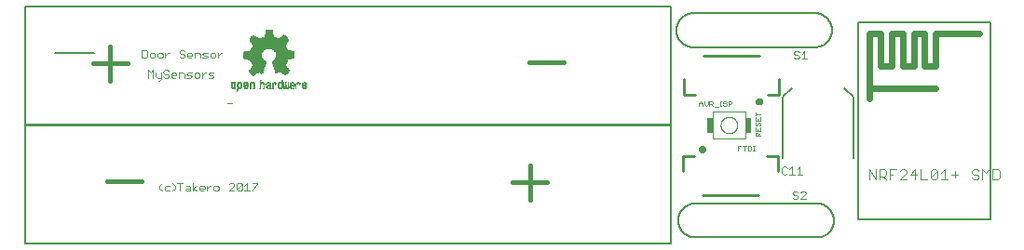
<source format=gto>
G75*
%MOIN*%
%OFA0B0*%
%FSLAX25Y25*%
%IPPOS*%
%LPD*%
%AMOC8*
5,1,8,0,0,1.08239X$1,22.5*
%
%ADD10C,0.00200*%
%ADD11C,0.01600*%
%ADD12C,0.00394*%
%ADD13R,0.01969X0.05512*%
%ADD14C,0.00800*%
%ADD15C,0.00500*%
%ADD16C,0.02400*%
%ADD17C,0.00300*%
%ADD18C,0.00000*%
%ADD19R,0.00120X0.00015*%
%ADD20R,0.00150X0.00015*%
%ADD21R,0.00180X0.00015*%
%ADD22R,0.00210X0.00015*%
%ADD23R,0.00255X0.00015*%
%ADD24R,0.00300X0.00015*%
%ADD25R,0.00360X0.00015*%
%ADD26R,0.00390X0.00015*%
%ADD27R,0.00405X0.00015*%
%ADD28R,0.00420X0.00015*%
%ADD29R,0.00435X0.00015*%
%ADD30R,0.00450X0.00015*%
%ADD31R,0.00450X0.00015*%
%ADD32R,0.00075X0.00015*%
%ADD33R,0.00015X0.00015*%
%ADD34R,0.00060X0.00015*%
%ADD35R,0.00045X0.00015*%
%ADD36R,0.00060X0.00015*%
%ADD37R,0.00015X0.00015*%
%ADD38R,0.00030X0.00015*%
%ADD39R,0.00045X0.00015*%
%ADD40R,0.00495X0.00015*%
%ADD41R,0.00465X0.00015*%
%ADD42R,0.00030X0.00015*%
%ADD43R,0.00480X0.00015*%
%ADD44R,0.00225X0.00015*%
%ADD45R,0.00195X0.00015*%
%ADD46R,0.00255X0.00015*%
%ADD47R,0.00060X0.00015*%
%ADD48R,0.00090X0.00015*%
%ADD49R,0.00555X0.00015*%
%ADD50R,0.00480X0.00015*%
%ADD51R,0.00540X0.00015*%
%ADD52R,0.00555X0.00015*%
%ADD53R,0.00315X0.00015*%
%ADD54R,0.00315X0.00015*%
%ADD55R,0.00105X0.00015*%
%ADD56R,0.00585X0.00015*%
%ADD57R,0.00600X0.00015*%
%ADD58R,0.00510X0.00015*%
%ADD59R,0.00510X0.00015*%
%ADD60R,0.00135X0.00015*%
%ADD61R,0.00375X0.00015*%
%ADD62R,0.00135X0.00015*%
%ADD63R,0.00630X0.00015*%
%ADD64R,0.00165X0.00015*%
%ADD65R,0.00660X0.00015*%
%ADD66R,0.00555X0.00015*%
%ADD67R,0.00630X0.00015*%
%ADD68R,0.00660X0.00015*%
%ADD69R,0.00105X0.00015*%
%ADD70R,0.00120X0.00015*%
%ADD71R,0.00180X0.00015*%
%ADD72R,0.00645X0.00015*%
%ADD73R,0.00195X0.00015*%
%ADD74R,0.00705X0.00015*%
%ADD75R,0.00675X0.00015*%
%ADD76R,0.00615X0.00015*%
%ADD77R,0.00615X0.00015*%
%ADD78R,0.00225X0.00015*%
%ADD79R,0.00795X0.00015*%
%ADD80R,0.00645X0.00015*%
%ADD81R,0.00210X0.00015*%
%ADD82R,0.00765X0.00015*%
%ADD83R,0.00735X0.00015*%
%ADD84R,0.01230X0.00015*%
%ADD85R,0.00720X0.00015*%
%ADD86R,0.00240X0.00015*%
%ADD87R,0.00255X0.00015*%
%ADD88R,0.00255X0.00015*%
%ADD89R,0.00750X0.00015*%
%ADD90R,0.00855X0.00015*%
%ADD91R,0.00270X0.00015*%
%ADD92R,0.00810X0.00015*%
%ADD93R,0.01260X0.00015*%
%ADD94R,0.00285X0.00015*%
%ADD95R,0.00285X0.00015*%
%ADD96R,0.00330X0.00015*%
%ADD97R,0.00900X0.00015*%
%ADD98R,0.01575X0.00015*%
%ADD99R,0.00780X0.00015*%
%ADD100R,0.00915X0.00015*%
%ADD101R,0.00855X0.00015*%
%ADD102R,0.01290X0.00015*%
%ADD103R,0.00330X0.00015*%
%ADD104R,0.00810X0.00015*%
%ADD105R,0.00345X0.00015*%
%ADD106R,0.00945X0.00015*%
%ADD107R,0.01605X0.00015*%
%ADD108R,0.00885X0.00015*%
%ADD109R,0.01305X0.00015*%
%ADD110R,0.00885X0.00015*%
%ADD111R,0.00345X0.00015*%
%ADD112R,0.00825X0.00015*%
%ADD113R,0.00975X0.00015*%
%ADD114R,0.01635X0.00015*%
%ADD115R,0.00915X0.00015*%
%ADD116R,0.01320X0.00015*%
%ADD117R,0.00375X0.00015*%
%ADD118R,0.00840X0.00015*%
%ADD119R,0.00360X0.00015*%
%ADD120R,0.01005X0.00015*%
%ADD121R,0.01665X0.00015*%
%ADD122R,0.00990X0.00015*%
%ADD123R,0.00960X0.00015*%
%ADD124R,0.01335X0.00015*%
%ADD125R,0.00405X0.00015*%
%ADD126R,0.00315X0.00015*%
%ADD127R,0.00300X0.00015*%
%ADD128R,0.00840X0.00015*%
%ADD129R,0.00360X0.00015*%
%ADD130R,0.00330X0.00015*%
%ADD131R,0.01035X0.00015*%
%ADD132R,0.01695X0.00015*%
%ADD133R,0.01020X0.00015*%
%ADD134R,0.01365X0.00015*%
%ADD135R,0.01080X0.00015*%
%ADD136R,0.01725X0.00015*%
%ADD137R,0.01065X0.00015*%
%ADD138R,0.01410X0.00015*%
%ADD139R,0.00870X0.00015*%
%ADD140R,0.01110X0.00015*%
%ADD141R,0.01755X0.00015*%
%ADD142R,0.01095X0.00015*%
%ADD143R,0.01125X0.00015*%
%ADD144R,0.01425X0.00015*%
%ADD145R,0.01140X0.00015*%
%ADD146R,0.01770X0.00015*%
%ADD147R,0.01155X0.00015*%
%ADD148R,0.01440X0.00015*%
%ADD149R,0.00480X0.00015*%
%ADD150R,0.01170X0.00015*%
%ADD151R,0.01785X0.00015*%
%ADD152R,0.01185X0.00015*%
%ADD153R,0.01455X0.00015*%
%ADD154R,0.01200X0.00015*%
%ADD155R,0.01800X0.00015*%
%ADD156R,0.01185X0.00015*%
%ADD157R,0.01215X0.00015*%
%ADD158R,0.01815X0.00015*%
%ADD159R,0.01245X0.00015*%
%ADD160R,0.01470X0.00015*%
%ADD161R,0.01215X0.00015*%
%ADD162R,0.01260X0.00015*%
%ADD163R,0.01485X0.00015*%
%ADD164R,0.00930X0.00015*%
%ADD165R,0.01290X0.00015*%
%ADD166R,0.01845X0.00015*%
%ADD167R,0.01515X0.00015*%
%ADD168R,0.01275X0.00015*%
%ADD169R,0.00930X0.00015*%
%ADD170R,0.01875X0.00015*%
%ADD171R,0.01320X0.00015*%
%ADD172R,0.01530X0.00015*%
%ADD173R,0.01305X0.00015*%
%ADD174R,0.00465X0.00015*%
%ADD175R,0.00480X0.00015*%
%ADD176R,0.00945X0.00015*%
%ADD177R,0.00345X0.00015*%
%ADD178R,0.01890X0.00015*%
%ADD179R,0.00915X0.00015*%
%ADD180R,0.01335X0.00015*%
%ADD181R,0.01545X0.00015*%
%ADD182R,0.00570X0.00015*%
%ADD183R,0.00270X0.00015*%
%ADD184R,0.01905X0.00015*%
%ADD185R,0.00540X0.00015*%
%ADD186R,0.00525X0.00015*%
%ADD187R,0.00540X0.00015*%
%ADD188R,0.01395X0.00015*%
%ADD189R,0.01560X0.00015*%
%ADD190R,0.00525X0.00015*%
%ADD191R,0.00435X0.00015*%
%ADD192R,0.00390X0.00015*%
%ADD193R,0.00405X0.00015*%
%ADD194R,0.01470X0.00015*%
%ADD195R,0.01590X0.00015*%
%ADD196R,0.01455X0.00015*%
%ADD197R,0.00420X0.00015*%
%ADD198R,0.00465X0.00015*%
%ADD199R,0.01500X0.00015*%
%ADD200R,0.01605X0.00015*%
%ADD201R,0.01620X0.00015*%
%ADD202R,0.01530X0.00015*%
%ADD203R,0.01635X0.00015*%
%ADD204R,0.01515X0.00015*%
%ADD205R,0.00420X0.00015*%
%ADD206R,0.00375X0.00015*%
%ADD207R,0.00405X0.00015*%
%ADD208R,0.00690X0.00015*%
%ADD209R,0.00675X0.00015*%
%ADD210R,0.00690X0.00015*%
%ADD211R,0.00540X0.00015*%
%ADD212R,0.00510X0.00015*%
%ADD213R,0.00525X0.00015*%
%ADD214R,0.00345X0.00015*%
%ADD215R,0.00360X0.00015*%
%ADD216R,0.00315X0.00015*%
%ADD217R,0.00375X0.00015*%
%ADD218R,0.00390X0.00015*%
%ADD219R,0.00585X0.00015*%
%ADD220R,0.00420X0.00015*%
%ADD221R,0.00600X0.00015*%
%ADD222R,0.00615X0.00015*%
%ADD223R,0.00120X0.00015*%
%ADD224R,0.00075X0.00015*%
%ADD225R,0.00705X0.00015*%
%ADD226R,0.00720X0.00015*%
%ADD227R,0.00780X0.00015*%
%ADD228R,0.00825X0.00015*%
%ADD229R,0.00240X0.00015*%
%ADD230R,0.00885X0.00015*%
%ADD231R,0.00180X0.00015*%
%ADD232R,0.00795X0.00015*%
%ADD233R,0.00765X0.00015*%
%ADD234R,0.00960X0.00015*%
%ADD235R,0.00975X0.00015*%
%ADD236R,0.00870X0.00015*%
%ADD237R,0.01050X0.00015*%
%ADD238R,0.01080X0.00015*%
%ADD239R,0.01095X0.00015*%
%ADD240R,0.01125X0.00015*%
%ADD241R,0.01155X0.00015*%
%ADD242R,0.01170X0.00015*%
%ADD243R,0.01245X0.00015*%
%ADD244R,0.01140X0.00015*%
%ADD245R,0.01125X0.00015*%
%ADD246R,0.01290X0.00015*%
%ADD247R,0.01275X0.00015*%
%ADD248R,0.00840X0.00015*%
%ADD249R,0.01035X0.00015*%
%ADD250R,0.00960X0.00015*%
%ADD251R,0.01530X0.00015*%
%ADD252R,0.01560X0.00015*%
%ADD253R,0.00795X0.00015*%
%ADD254R,0.00810X0.00015*%
%ADD255R,0.01650X0.00015*%
%ADD256R,0.00555X0.00015*%
%ADD257R,0.01005X0.00015*%
%ADD258R,0.00090X0.00015*%
%ADD259R,0.00225X0.00015*%
%ADD260R,0.00435X0.00015*%
%ADD261R,0.00285X0.00015*%
%ADD262R,0.00570X0.00015*%
%ADD263R,0.00330X0.00015*%
%ADD264R,0.00495X0.00015*%
%ADD265R,0.00390X0.00015*%
%ADD266R,0.00525X0.00015*%
%ADD267R,0.00435X0.00015*%
%ADD268R,0.00585X0.00015*%
%ADD269R,0.01245X0.00015*%
%ADD270R,0.01440X0.00015*%
%ADD271R,0.01515X0.00015*%
%ADD272R,0.01545X0.00015*%
%ADD273R,0.01230X0.00015*%
%ADD274R,0.01530X0.00015*%
%ADD275R,0.01500X0.00015*%
%ADD276R,0.01395X0.00015*%
%ADD277R,0.01185X0.00015*%
%ADD278R,0.01200X0.00015*%
%ADD279R,0.01410X0.00015*%
%ADD280R,0.01185X0.00015*%
%ADD281R,0.01380X0.00015*%
%ADD282R,0.01140X0.00015*%
%ADD283R,0.01335X0.00015*%
%ADD284R,0.01320X0.00015*%
%ADD285R,0.01305X0.00015*%
%ADD286R,0.01035X0.00015*%
%ADD287R,0.00990X0.00015*%
%ADD288R,0.01350X0.00015*%
%ADD289R,0.00945X0.00015*%
%ADD290R,0.01260X0.00015*%
%ADD291R,0.01275X0.00015*%
%ADD292R,0.00825X0.00015*%
%ADD293R,0.01215X0.00015*%
%ADD294R,0.00240X0.00015*%
%ADD295R,0.00240X0.00015*%
%ADD296R,0.00810X0.00015*%
%ADD297R,0.00195X0.00015*%
%ADD298R,0.00165X0.00015*%
%ADD299R,0.00570X0.00015*%
%ADD300R,0.00900X0.00015*%
%ADD301R,0.00060X0.00015*%
%ADD302R,0.00495X0.00015*%
%ADD303R,0.00750X0.00015*%
%ADD304R,0.01575X0.00015*%
%ADD305R,0.01095X0.00015*%
%ADD306R,0.01680X0.00015*%
%ADD307R,0.01710X0.00015*%
%ADD308R,0.01725X0.00015*%
%ADD309R,0.01755X0.00015*%
%ADD310R,0.01860X0.00015*%
%ADD311R,0.01905X0.00015*%
%ADD312R,0.01935X0.00015*%
%ADD313R,0.01965X0.00015*%
%ADD314R,0.01485X0.00015*%
%ADD315R,0.01995X0.00015*%
%ADD316R,0.02040X0.00015*%
%ADD317R,0.02070X0.00015*%
%ADD318R,0.01575X0.00015*%
%ADD319R,0.02115X0.00015*%
%ADD320R,0.02160X0.00015*%
%ADD321R,0.02190X0.00015*%
%ADD322R,0.01695X0.00015*%
%ADD323R,0.02220X0.00015*%
%ADD324R,0.02235X0.00015*%
%ADD325R,0.02280X0.00015*%
%ADD326R,0.02340X0.00015*%
%ADD327R,0.01830X0.00015*%
%ADD328R,0.02385X0.00015*%
%ADD329R,0.01890X0.00015*%
%ADD330R,0.02415X0.00015*%
%ADD331R,0.01920X0.00015*%
%ADD332R,0.02430X0.00015*%
%ADD333R,0.02460X0.00015*%
%ADD334R,0.01965X0.00015*%
%ADD335R,0.02505X0.00015*%
%ADD336R,0.02010X0.00015*%
%ADD337R,0.02535X0.00015*%
%ADD338R,0.02580X0.00015*%
%ADD339R,0.02085X0.00015*%
%ADD340R,0.02625X0.00015*%
%ADD341R,0.02130X0.00015*%
%ADD342R,0.02670X0.00015*%
%ADD343R,0.02700X0.00015*%
%ADD344R,0.00660X0.00015*%
%ADD345R,0.02190X0.00015*%
%ADD346R,0.02715X0.00015*%
%ADD347R,0.02205X0.00015*%
%ADD348R,0.02745X0.00015*%
%ADD349R,0.02235X0.00015*%
%ADD350R,0.02775X0.00015*%
%ADD351R,0.02820X0.00015*%
%ADD352R,0.02310X0.00015*%
%ADD353R,0.02880X0.00015*%
%ADD354R,0.02355X0.00015*%
%ADD355R,0.02895X0.00015*%
%ADD356R,0.02925X0.00015*%
%ADD357R,0.02970X0.00015*%
%ADD358R,0.03000X0.00015*%
%ADD359R,0.03045X0.00015*%
%ADD360R,0.01005X0.00015*%
%ADD361R,0.00780X0.00015*%
%ADD362R,0.02505X0.00015*%
%ADD363R,0.03090X0.00015*%
%ADD364R,0.02550X0.00015*%
%ADD365R,0.03135X0.00015*%
%ADD366R,0.03165X0.00015*%
%ADD367R,0.02625X0.00015*%
%ADD368R,0.03195X0.00015*%
%ADD369R,0.02655X0.00015*%
%ADD370R,0.03210X0.00015*%
%ADD371R,0.03240X0.00015*%
%ADD372R,0.02700X0.00015*%
%ADD373R,0.03285X0.00015*%
%ADD374R,0.02745X0.00015*%
%ADD375R,0.03330X0.00015*%
%ADD376R,0.02790X0.00015*%
%ADD377R,0.03360X0.00015*%
%ADD378R,0.02835X0.00015*%
%ADD379R,0.03390X0.00015*%
%ADD380R,0.02865X0.00015*%
%ADD381R,0.03420X0.00015*%
%ADD382R,0.04905X0.00015*%
%ADD383R,0.04920X0.00015*%
%ADD384R,0.02940X0.00015*%
%ADD385R,0.04950X0.00015*%
%ADD386R,0.02985X0.00015*%
%ADD387R,0.04965X0.00015*%
%ADD388R,0.03015X0.00015*%
%ADD389R,0.04980X0.00015*%
%ADD390R,0.03045X0.00015*%
%ADD391R,0.05010X0.00015*%
%ADD392R,0.03075X0.00015*%
%ADD393R,0.03105X0.00015*%
%ADD394R,0.05040X0.00015*%
%ADD395R,0.05040X0.00015*%
%ADD396R,0.03180X0.00015*%
%ADD397R,0.05070X0.00015*%
%ADD398R,0.03225X0.00015*%
%ADD399R,0.03255X0.00015*%
%ADD400R,0.05085X0.00015*%
%ADD401R,0.03300X0.00015*%
%ADD402R,0.05100X0.00015*%
%ADD403R,0.04935X0.00015*%
%ADD404R,0.05115X0.00015*%
%ADD405R,0.04995X0.00015*%
%ADD406R,0.05130X0.00015*%
%ADD407R,0.05010X0.00015*%
%ADD408R,0.05130X0.00015*%
%ADD409R,0.05010X0.00015*%
%ADD410R,0.05025X0.00015*%
%ADD411R,0.05040X0.00015*%
%ADD412R,0.05055X0.00015*%
%ADD413R,0.05130X0.00015*%
%ADD414R,0.05085X0.00015*%
%ADD415R,0.05115X0.00015*%
%ADD416R,0.05145X0.00015*%
%ADD417R,0.05160X0.00015*%
%ADD418R,0.05130X0.00015*%
%ADD419R,0.05190X0.00015*%
%ADD420R,0.05190X0.00015*%
%ADD421R,0.05205X0.00015*%
%ADD422R,0.05220X0.00015*%
%ADD423R,0.05070X0.00015*%
%ADD424R,0.05085X0.00015*%
%ADD425R,0.05205X0.00015*%
%ADD426R,0.05220X0.00015*%
%ADD427R,0.05055X0.00015*%
%ADD428R,0.05025X0.00015*%
%ADD429R,0.05205X0.00015*%
%ADD430R,0.05025X0.00015*%
%ADD431R,0.05190X0.00015*%
%ADD432R,0.05190X0.00015*%
%ADD433R,0.04995X0.00015*%
%ADD434R,0.05175X0.00015*%
%ADD435R,0.04950X0.00015*%
%ADD436R,0.05145X0.00015*%
%ADD437R,0.05145X0.00015*%
%ADD438R,0.04920X0.00015*%
%ADD439R,0.04905X0.00015*%
%ADD440R,0.04905X0.00015*%
%ADD441R,0.05115X0.00015*%
%ADD442R,0.04890X0.00015*%
%ADD443R,0.04890X0.00015*%
%ADD444R,0.04875X0.00015*%
%ADD445R,0.04845X0.00015*%
%ADD446R,0.04830X0.00015*%
%ADD447R,0.04830X0.00015*%
%ADD448R,0.05070X0.00015*%
%ADD449R,0.04830X0.00015*%
%ADD450R,0.04815X0.00015*%
%ADD451R,0.04800X0.00015*%
%ADD452R,0.04800X0.00015*%
%ADD453R,0.05010X0.00015*%
%ADD454R,0.04785X0.00015*%
%ADD455R,0.04770X0.00015*%
%ADD456R,0.04770X0.00015*%
%ADD457R,0.04755X0.00015*%
%ADD458R,0.04740X0.00015*%
%ADD459R,0.04725X0.00015*%
%ADD460R,0.04725X0.00015*%
%ADD461R,0.04980X0.00015*%
%ADD462R,0.04710X0.00015*%
%ADD463R,0.04725X0.00015*%
%ADD464R,0.04710X0.00015*%
%ADD465R,0.04695X0.00015*%
%ADD466R,0.04680X0.00015*%
%ADD467R,0.04695X0.00015*%
%ADD468R,0.04680X0.00015*%
%ADD469R,0.04905X0.00015*%
%ADD470R,0.04665X0.00015*%
%ADD471R,0.04650X0.00015*%
%ADD472R,0.04635X0.00015*%
%ADD473R,0.04620X0.00015*%
%ADD474R,0.04620X0.00015*%
%ADD475R,0.04890X0.00015*%
%ADD476R,0.04605X0.00015*%
%ADD477R,0.04605X0.00015*%
%ADD478R,0.04590X0.00015*%
%ADD479R,0.04845X0.00015*%
%ADD480R,0.04575X0.00015*%
%ADD481R,0.04590X0.00015*%
%ADD482R,0.04575X0.00015*%
%ADD483R,0.04845X0.00015*%
%ADD484R,0.04560X0.00015*%
%ADD485R,0.04545X0.00015*%
%ADD486R,0.04530X0.00015*%
%ADD487R,0.04515X0.00015*%
%ADD488R,0.04530X0.00015*%
%ADD489R,0.04500X0.00015*%
%ADD490R,0.04515X0.00015*%
%ADD491R,0.04785X0.00015*%
%ADD492R,0.04485X0.00015*%
%ADD493R,0.04755X0.00015*%
%ADD494R,0.04470X0.00015*%
%ADD495R,0.04740X0.00015*%
%ADD496R,0.04485X0.00015*%
%ADD497R,0.04755X0.00015*%
%ADD498R,0.04545X0.00015*%
%ADD499R,0.04695X0.00015*%
%ADD500R,0.04680X0.00015*%
%ADD501R,0.04665X0.00015*%
%ADD502R,0.04725X0.00015*%
%ADD503R,0.04680X0.00015*%
%ADD504R,0.04860X0.00015*%
%ADD505R,0.04740X0.00015*%
%ADD506R,0.04875X0.00015*%
%ADD507R,0.04965X0.00015*%
%ADD508R,0.04860X0.00015*%
%ADD509R,0.04995X0.00015*%
%ADD510R,0.04875X0.00015*%
%ADD511R,0.04980X0.00015*%
%ADD512R,0.05235X0.00015*%
%ADD513R,0.05235X0.00015*%
%ADD514R,0.05250X0.00015*%
%ADD515R,0.05280X0.00015*%
%ADD516R,0.05295X0.00015*%
%ADD517R,0.05325X0.00015*%
%ADD518R,0.05340X0.00015*%
%ADD519R,0.05235X0.00015*%
%ADD520R,0.05355X0.00015*%
%ADD521R,0.05370X0.00015*%
%ADD522R,0.05265X0.00015*%
%ADD523R,0.05370X0.00015*%
%ADD524R,0.05280X0.00015*%
%ADD525R,0.05385X0.00015*%
%ADD526R,0.05295X0.00015*%
%ADD527R,0.05400X0.00015*%
%ADD528R,0.05415X0.00015*%
%ADD529R,0.05310X0.00015*%
%ADD530R,0.05430X0.00015*%
%ADD531R,0.05445X0.00015*%
%ADD532R,0.05460X0.00015*%
%ADD533R,0.05355X0.00015*%
%ADD534R,0.05475X0.00015*%
%ADD535R,0.05505X0.00015*%
%ADD536R,0.05520X0.00015*%
%ADD537R,0.05535X0.00015*%
%ADD538R,0.05550X0.00015*%
%ADD539R,0.05550X0.00015*%
%ADD540R,0.05475X0.00015*%
%ADD541R,0.05490X0.00015*%
%ADD542R,0.05475X0.00015*%
%ADD543R,0.05385X0.00015*%
%ADD544R,0.05370X0.00015*%
%ADD545R,0.05325X0.00015*%
%ADD546R,0.05310X0.00015*%
%ADD547R,0.05265X0.00015*%
%ADD548R,0.05175X0.00015*%
%ADD549R,0.04980X0.00015*%
%ADD550R,0.04965X0.00015*%
%ADD551R,0.04860X0.00015*%
%ADD552R,0.04845X0.00015*%
%ADD553R,0.04815X0.00015*%
%ADD554R,0.04770X0.00015*%
%ADD555R,0.05295X0.00015*%
%ADD556R,0.04635X0.00015*%
%ADD557R,0.05610X0.00015*%
%ADD558R,0.05700X0.00015*%
%ADD559R,0.05760X0.00015*%
%ADD560R,0.05805X0.00015*%
%ADD561R,0.05850X0.00015*%
%ADD562R,0.05895X0.00015*%
%ADD563R,0.06000X0.00015*%
%ADD564R,0.06135X0.00015*%
%ADD565R,0.06225X0.00015*%
%ADD566R,0.06300X0.00015*%
%ADD567R,0.06330X0.00015*%
%ADD568R,0.06375X0.00015*%
%ADD569R,0.06450X0.00015*%
%ADD570R,0.06570X0.00015*%
%ADD571R,0.05565X0.00015*%
%ADD572R,0.06690X0.00015*%
%ADD573R,0.06735X0.00015*%
%ADD574R,0.05790X0.00015*%
%ADD575R,0.06765X0.00015*%
%ADD576R,0.05850X0.00015*%
%ADD577R,0.06780X0.00015*%
%ADD578R,0.05895X0.00015*%
%ADD579R,0.06795X0.00015*%
%ADD580R,0.05955X0.00015*%
%ADD581R,0.06810X0.00015*%
%ADD582R,0.06060X0.00015*%
%ADD583R,0.06195X0.00015*%
%ADD584R,0.06825X0.00015*%
%ADD585R,0.06330X0.00015*%
%ADD586R,0.06840X0.00015*%
%ADD587R,0.06390X0.00015*%
%ADD588R,0.06495X0.00015*%
%ADD589R,0.06840X0.00015*%
%ADD590R,0.06555X0.00015*%
%ADD591R,0.06825X0.00015*%
%ADD592R,0.06645X0.00015*%
%ADD593R,0.06825X0.00015*%
%ADD594R,0.06705X0.00015*%
%ADD595R,0.06705X0.00015*%
%ADD596R,0.06810X0.00015*%
%ADD597R,0.06720X0.00015*%
%ADD598R,0.06795X0.00015*%
%ADD599R,0.06750X0.00015*%
%ADD600R,0.06765X0.00015*%
%ADD601R,0.06795X0.00015*%
%ADD602R,0.06780X0.00015*%
%ADD603R,0.06780X0.00015*%
%ADD604R,0.06750X0.00015*%
%ADD605R,0.06720X0.00015*%
%ADD606R,0.06720X0.00015*%
%ADD607R,0.06705X0.00015*%
%ADD608R,0.06705X0.00015*%
%ADD609R,0.06690X0.00015*%
%ADD610R,0.06675X0.00015*%
%ADD611R,0.06690X0.00015*%
%ADD612R,0.06675X0.00015*%
%ADD613R,0.06675X0.00015*%
%ADD614R,0.06660X0.00015*%
%ADD615R,0.06675X0.00015*%
%ADD616R,0.06660X0.00015*%
%ADD617R,0.06660X0.00015*%
%ADD618R,0.06645X0.00015*%
%ADD619R,0.06630X0.00015*%
%ADD620R,0.06660X0.00015*%
%ADD621R,0.06630X0.00015*%
%ADD622R,0.06645X0.00015*%
%ADD623R,0.06735X0.00015*%
%ADD624R,0.06765X0.00015*%
%ADD625R,0.06780X0.00015*%
%ADD626R,0.06825X0.00015*%
%ADD627R,0.06855X0.00015*%
%ADD628R,0.06855X0.00015*%
%ADD629R,0.06870X0.00015*%
%ADD630R,0.06885X0.00015*%
%ADD631R,0.06525X0.00015*%
%ADD632R,0.06405X0.00015*%
%ADD633R,0.06255X0.00015*%
%ADD634R,0.06165X0.00015*%
%ADD635R,0.06870X0.00015*%
%ADD636R,0.06120X0.00015*%
%ADD637R,0.06885X0.00015*%
%ADD638R,0.06060X0.00015*%
%ADD639R,0.06015X0.00015*%
%ADD640R,0.05910X0.00015*%
%ADD641R,0.05670X0.00015*%
%ADD642R,0.05595X0.00015*%
%ADD643R,0.06585X0.00015*%
%ADD644R,0.05160X0.00015*%
%ADD645R,0.06390X0.00015*%
%ADD646R,0.05025X0.00015*%
%ADD647R,0.06330X0.00015*%
%ADD648R,0.06075X0.00015*%
%ADD649R,0.05820X0.00015*%
%ADD650R,0.05775X0.00015*%
%ADD651R,0.05685X0.00015*%
%ADD652R,0.05460X0.00015*%
%ADD653R,0.04860X0.00015*%
%ADD654R,0.04935X0.00015*%
%ADD655R,0.05160X0.00015*%
%ADD656R,0.05325X0.00015*%
%ADD657R,0.05340X0.00015*%
%ADD658R,0.05355X0.00015*%
%ADD659R,0.05430X0.00015*%
%ADD660R,0.05535X0.00015*%
%ADD661R,0.05595X0.00015*%
%ADD662R,0.05640X0.00015*%
%ADD663R,0.05640X0.00015*%
%ADD664R,0.05670X0.00015*%
%ADD665R,0.05685X0.00015*%
%ADD666R,0.05700X0.00015*%
%ADD667R,0.05715X0.00015*%
%ADD668R,0.05715X0.00015*%
%ADD669R,0.05730X0.00015*%
%ADD670R,0.05745X0.00015*%
%ADD671R,0.05760X0.00015*%
%ADD672R,0.06000X0.00015*%
%ADD673R,0.06105X0.00015*%
%ADD674R,0.06180X0.00015*%
%ADD675R,0.06210X0.00015*%
%ADD676R,0.12690X0.00015*%
%ADD677R,0.12675X0.00015*%
%ADD678R,0.12660X0.00015*%
%ADD679R,0.12660X0.00015*%
%ADD680R,0.12645X0.00015*%
%ADD681R,0.12615X0.00015*%
%ADD682R,0.12600X0.00015*%
%ADD683R,0.12585X0.00015*%
%ADD684R,0.12555X0.00015*%
%ADD685R,0.12540X0.00015*%
%ADD686R,0.12525X0.00015*%
%ADD687R,0.12510X0.00015*%
%ADD688R,0.12510X0.00015*%
%ADD689R,0.12480X0.00015*%
%ADD690R,0.12450X0.00015*%
%ADD691R,0.12435X0.00015*%
%ADD692R,0.12420X0.00015*%
%ADD693R,0.12390X0.00015*%
%ADD694R,0.12375X0.00015*%
%ADD695R,0.12360X0.00015*%
%ADD696R,0.12330X0.00015*%
%ADD697R,0.12300X0.00015*%
%ADD698R,0.12285X0.00015*%
%ADD699R,0.12270X0.00015*%
%ADD700R,0.12255X0.00015*%
%ADD701R,0.12240X0.00015*%
%ADD702R,0.12225X0.00015*%
%ADD703R,0.12195X0.00015*%
%ADD704R,0.12165X0.00015*%
%ADD705R,0.12150X0.00015*%
%ADD706R,0.12135X0.00015*%
%ADD707R,0.12120X0.00015*%
%ADD708R,0.12090X0.00015*%
%ADD709R,0.12075X0.00015*%
%ADD710R,0.12060X0.00015*%
%ADD711R,0.12045X0.00015*%
%ADD712R,0.12015X0.00015*%
%ADD713R,0.12000X0.00015*%
%ADD714R,0.11985X0.00015*%
%ADD715R,0.11955X0.00015*%
%ADD716R,0.11940X0.00015*%
%ADD717R,0.11925X0.00015*%
%ADD718R,0.11910X0.00015*%
%ADD719R,0.11910X0.00015*%
%ADD720R,0.11880X0.00015*%
%ADD721R,0.11850X0.00015*%
%ADD722R,0.11835X0.00015*%
%ADD723R,0.11805X0.00015*%
%ADD724R,0.11775X0.00015*%
%ADD725R,0.11760X0.00015*%
%ADD726R,0.11745X0.00015*%
%ADD727R,0.11730X0.00015*%
%ADD728R,0.11700X0.00015*%
%ADD729R,0.11700X0.00015*%
%ADD730R,0.11685X0.00015*%
%ADD731R,0.11655X0.00015*%
%ADD732R,0.11640X0.00015*%
%ADD733R,0.11625X0.00015*%
%ADD734R,0.11625X0.00015*%
%ADD735R,0.11670X0.00015*%
%ADD736R,0.11715X0.00015*%
%ADD737R,0.11790X0.00015*%
%ADD738R,0.11820X0.00015*%
%ADD739R,0.11820X0.00015*%
%ADD740R,0.11880X0.00015*%
%ADD741R,0.11895X0.00015*%
%ADD742R,0.11970X0.00015*%
%ADD743R,0.12045X0.00015*%
%ADD744R,0.12075X0.00015*%
%ADD745R,0.12105X0.00015*%
%ADD746R,0.12135X0.00015*%
%ADD747R,0.12165X0.00015*%
%ADD748R,0.12180X0.00015*%
%ADD749R,0.12195X0.00015*%
%ADD750R,0.12210X0.00015*%
%ADD751R,0.12225X0.00015*%
%ADD752R,0.12255X0.00015*%
%ADD753R,0.12360X0.00015*%
%ADD754R,0.12390X0.00015*%
%ADD755R,0.12405X0.00015*%
%ADD756R,0.12435X0.00015*%
%ADD757R,0.12480X0.00015*%
%ADD758R,0.12480X0.00015*%
%ADD759R,0.12510X0.00015*%
%ADD760R,0.12570X0.00015*%
%ADD761R,0.12630X0.00015*%
%ADD762R,0.12675X0.00015*%
%ADD763R,0.12705X0.00015*%
%ADD764R,0.12735X0.00015*%
%ADD765R,0.12750X0.00015*%
%ADD766R,0.12780X0.00015*%
%ADD767R,0.12795X0.00015*%
%ADD768R,0.12810X0.00015*%
%ADD769R,0.12840X0.00015*%
%ADD770R,0.12855X0.00015*%
%ADD771R,0.12885X0.00015*%
%ADD772R,0.12900X0.00015*%
%ADD773R,0.12915X0.00015*%
%ADD774R,0.12945X0.00015*%
%ADD775R,0.12960X0.00015*%
%ADD776R,0.12990X0.00015*%
%ADD777R,0.13005X0.00015*%
%ADD778R,0.13020X0.00015*%
%ADD779R,0.13035X0.00015*%
%ADD780R,0.13065X0.00015*%
%ADD781R,0.13080X0.00015*%
%ADD782R,0.13110X0.00015*%
%ADD783R,0.13125X0.00015*%
%ADD784R,0.13155X0.00015*%
%ADD785R,0.13170X0.00015*%
%ADD786R,0.13200X0.00015*%
%ADD787R,0.13230X0.00015*%
%ADD788R,0.13260X0.00015*%
%ADD789R,0.13290X0.00015*%
%ADD790R,0.13320X0.00015*%
%ADD791R,0.13350X0.00015*%
%ADD792R,0.13365X0.00015*%
%ADD793R,0.13395X0.00015*%
%ADD794R,0.13425X0.00015*%
%ADD795R,0.13455X0.00015*%
%ADD796R,0.13470X0.00015*%
%ADD797R,0.13500X0.00015*%
%ADD798R,0.13530X0.00015*%
%ADD799R,0.13560X0.00015*%
%ADD800R,0.13575X0.00015*%
%ADD801R,0.13605X0.00015*%
%ADD802R,0.13635X0.00015*%
%ADD803R,0.13650X0.00015*%
%ADD804R,0.13680X0.00015*%
%ADD805R,0.13695X0.00015*%
%ADD806R,0.13725X0.00015*%
%ADD807R,0.13740X0.00015*%
%ADD808R,0.13770X0.00015*%
%ADD809R,0.13785X0.00015*%
%ADD810R,0.13800X0.00015*%
%ADD811R,0.13830X0.00015*%
%ADD812R,0.13860X0.00015*%
%ADD813R,0.13875X0.00015*%
%ADD814R,0.13905X0.00015*%
%ADD815R,0.13935X0.00015*%
%ADD816R,0.13950X0.00015*%
%ADD817R,0.13980X0.00015*%
%ADD818R,0.14010X0.00015*%
%ADD819R,0.14025X0.00015*%
%ADD820R,0.14055X0.00015*%
%ADD821R,0.14070X0.00015*%
%ADD822R,0.14085X0.00015*%
%ADD823R,0.14115X0.00015*%
%ADD824R,0.14145X0.00015*%
%ADD825R,0.14160X0.00015*%
%ADD826R,0.14190X0.00015*%
%ADD827R,0.14205X0.00015*%
%ADD828R,0.14220X0.00015*%
%ADD829R,0.14235X0.00015*%
%ADD830R,0.14265X0.00015*%
%ADD831R,0.14280X0.00015*%
%ADD832R,0.14295X0.00015*%
%ADD833R,0.14295X0.00015*%
%ADD834R,0.14250X0.00015*%
%ADD835R,0.14205X0.00015*%
%ADD836R,0.14175X0.00015*%
%ADD837R,0.14160X0.00015*%
%ADD838R,0.14130X0.00015*%
%ADD839R,0.14100X0.00015*%
%ADD840R,0.14040X0.00015*%
%ADD841R,0.14010X0.00015*%
%ADD842R,0.03465X0.00015*%
%ADD843R,0.10440X0.00015*%
%ADD844R,0.03420X0.00015*%
%ADD845R,0.10395X0.00015*%
%ADD846R,0.03375X0.00015*%
%ADD847R,0.10335X0.00015*%
%ADD848R,0.03570X0.00015*%
%ADD849R,0.06600X0.00015*%
%ADD850R,0.03525X0.00015*%
%ADD851R,0.03270X0.00015*%
%ADD852R,0.03495X0.00015*%
%ADD853R,0.03210X0.00015*%
%ADD854R,0.06480X0.00015*%
%ADD855R,0.03435X0.00015*%
%ADD856R,0.03165X0.00015*%
%ADD857R,0.03390X0.00015*%
%ADD858R,0.03120X0.00015*%
%ADD859R,0.06315X0.00015*%
%ADD860R,0.03345X0.00015*%
%ADD861R,0.03090X0.00015*%
%ADD862R,0.03075X0.00015*%
%ADD863R,0.06225X0.00015*%
%ADD864R,0.03270X0.00015*%
%ADD865R,0.06180X0.00015*%
%ADD866R,0.02970X0.00015*%
%ADD867R,0.06075X0.00015*%
%ADD868R,0.03195X0.00015*%
%ADD869R,0.02925X0.00015*%
%ADD870R,0.05985X0.00015*%
%ADD871R,0.03135X0.00015*%
%ADD872R,0.02850X0.00015*%
%ADD873R,0.05835X0.00015*%
%ADD874R,0.03030X0.00015*%
%ADD875R,0.02805X0.00015*%
%ADD876R,0.02730X0.00015*%
%ADD877R,0.05625X0.00015*%
%ADD878R,0.02925X0.00015*%
%ADD879R,0.02640X0.00015*%
%ADD880R,0.02595X0.00015*%
%ADD881R,0.02565X0.00015*%
%ADD882R,0.02760X0.00015*%
%ADD883R,0.02520X0.00015*%
%ADD884R,0.02730X0.00015*%
%ADD885R,0.02475X0.00015*%
%ADD886R,0.02685X0.00015*%
%ADD887R,0.02445X0.00015*%
%ADD888R,0.02400X0.00015*%
%ADD889R,0.02370X0.00015*%
%ADD890R,0.02565X0.00015*%
%ADD891R,0.02340X0.00015*%
%ADD892R,0.02325X0.00015*%
%ADD893R,0.02505X0.00015*%
%ADD894R,0.02280X0.00015*%
%ADD895R,0.02460X0.00015*%
%ADD896R,0.04560X0.00015*%
%ADD897R,0.02190X0.00015*%
%ADD898R,0.04440X0.00015*%
%ADD899R,0.02370X0.00015*%
%ADD900R,0.02145X0.00015*%
%ADD901R,0.04365X0.00015*%
%ADD902R,0.04320X0.00015*%
%ADD903R,0.02310X0.00015*%
%ADD904R,0.02100X0.00015*%
%ADD905R,0.04260X0.00015*%
%ADD906R,0.04200X0.00015*%
%ADD907R,0.02265X0.00015*%
%ADD908R,0.02040X0.00015*%
%ADD909R,0.04095X0.00015*%
%ADD910R,0.02220X0.00015*%
%ADD911R,0.03915X0.00015*%
%ADD912R,0.02175X0.00015*%
%ADD913R,0.03765X0.00015*%
%ADD914R,0.03675X0.00015*%
%ADD915R,0.01890X0.00015*%
%ADD916R,0.03615X0.00015*%
%ADD917R,0.02055X0.00015*%
%ADD918R,0.01860X0.00015*%
%ADD919R,0.03555X0.00015*%
%ADD920R,0.03450X0.00015*%
%ADD921R,0.03315X0.00015*%
%ADD922R,0.01680X0.00015*%
%ADD923R,0.01650X0.00015*%
%ADD924R,0.01620X0.00015*%
%ADD925R,0.03240X0.00015*%
%ADD926R,0.01740X0.00015*%
%ADD927R,0.01665X0.00015*%
%ADD928R,0.01635X0.00015*%
%ADD929R,0.01410X0.00015*%
%ADD930R,0.01395X0.00015*%
%ADD931R,0.01365X0.00015*%
%ADD932R,0.01290X0.00015*%
%ADD933R,0.03210X0.00015*%
%ADD934R,0.01455X0.00015*%
%ADD935R,0.01110X0.00015*%
%ADD936R,0.03180X0.00015*%
%ADD937R,0.03150X0.00015*%
%ADD938R,0.03150X0.00015*%
%ADD939R,0.01050X0.00015*%
%ADD940R,0.03105X0.00015*%
%ADD941R,0.00660X0.00015*%
%ADD942R,0.03075X0.00015*%
%ADD943R,0.03060X0.00015*%
%ADD944R,0.03000X0.00015*%
%ADD945R,0.02955X0.00015*%
%ADD946R,0.02940X0.00015*%
%ADD947R,0.02940X0.00015*%
%ADD948R,0.02910X0.00015*%
%ADD949R,0.02910X0.00015*%
%ADD950R,0.02865X0.00015*%
%ADD951R,0.02805X0.00015*%
%ADD952R,0.02775X0.00015*%
%ADD953R,0.02760X0.00015*%
%ADD954R,0.02655X0.00015*%
%ADD955R,0.02640X0.00015*%
%ADD956R,0.02610X0.00015*%
%ADD957R,0.02595X0.00015*%
%ADD958R,0.02535X0.00015*%
%ADD959R,0.02475X0.00015*%
%ADD960R,0.02175X0.00015*%
%ADD961C,0.01000*%
D10*
X0051015Y0027966D02*
X0051949Y0027032D01*
X0052856Y0027499D02*
X0053323Y0027032D01*
X0054725Y0027032D01*
X0055619Y0027032D02*
X0056553Y0027966D01*
X0056553Y0028900D01*
X0055619Y0029834D01*
X0054725Y0028900D02*
X0053323Y0028900D01*
X0052856Y0028433D01*
X0052856Y0027499D01*
X0051015Y0027966D02*
X0051015Y0028900D01*
X0051949Y0029834D01*
X0057460Y0029834D02*
X0059329Y0029834D01*
X0058394Y0029834D02*
X0058394Y0027032D01*
X0060223Y0027499D02*
X0060690Y0027966D01*
X0062091Y0027966D01*
X0062091Y0028433D02*
X0062091Y0027032D01*
X0060690Y0027032D01*
X0060223Y0027499D01*
X0061624Y0028900D02*
X0062091Y0028433D01*
X0061624Y0028900D02*
X0060690Y0028900D01*
X0062985Y0027966D02*
X0064386Y0028900D01*
X0065287Y0028433D02*
X0065754Y0028900D01*
X0066688Y0028900D01*
X0067155Y0028433D01*
X0067155Y0027966D01*
X0065287Y0027966D01*
X0065287Y0027499D02*
X0065287Y0028433D01*
X0065287Y0027499D02*
X0065754Y0027032D01*
X0066688Y0027032D01*
X0068049Y0027032D02*
X0068049Y0028900D01*
X0068049Y0027966D02*
X0068983Y0028900D01*
X0069450Y0028900D01*
X0070351Y0028433D02*
X0070818Y0028900D01*
X0071752Y0028900D01*
X0072219Y0028433D01*
X0072219Y0027499D01*
X0071752Y0027032D01*
X0070818Y0027032D01*
X0070351Y0027499D01*
X0070351Y0028433D01*
X0064386Y0027032D02*
X0062985Y0027966D01*
X0062985Y0027032D02*
X0062985Y0029834D01*
X0075876Y0029367D02*
X0076343Y0029834D01*
X0077277Y0029834D01*
X0077744Y0029367D01*
X0077744Y0028900D01*
X0075876Y0027032D01*
X0077744Y0027032D01*
X0078638Y0027499D02*
X0080507Y0029367D01*
X0080507Y0027499D01*
X0080039Y0027032D01*
X0079105Y0027032D01*
X0078638Y0027499D01*
X0078638Y0029367D01*
X0079105Y0029834D01*
X0080039Y0029834D01*
X0080507Y0029367D01*
X0081401Y0028900D02*
X0082335Y0029834D01*
X0082335Y0027032D01*
X0081401Y0027032D02*
X0083269Y0027032D01*
X0084163Y0027032D02*
X0084163Y0027499D01*
X0086031Y0029367D01*
X0086031Y0029834D01*
X0084163Y0029834D01*
X0051089Y0066653D02*
X0050622Y0066653D01*
X0051089Y0066653D02*
X0051556Y0067121D01*
X0051556Y0069456D01*
X0052450Y0069456D02*
X0052917Y0068989D01*
X0053851Y0068989D01*
X0054318Y0068522D01*
X0054318Y0068055D01*
X0053851Y0067588D01*
X0052917Y0067588D01*
X0052450Y0068055D01*
X0051556Y0067588D02*
X0050155Y0067588D01*
X0049687Y0068055D01*
X0049687Y0069456D01*
X0048793Y0070390D02*
X0047859Y0069456D01*
X0046925Y0070390D01*
X0046925Y0067588D01*
X0048793Y0067588D02*
X0048793Y0070390D01*
X0052450Y0069923D02*
X0052450Y0069456D01*
X0052450Y0069923D02*
X0052917Y0070390D01*
X0053851Y0070390D01*
X0054318Y0069923D01*
X0055212Y0068989D02*
X0055679Y0069456D01*
X0056613Y0069456D01*
X0057080Y0068989D01*
X0057080Y0068522D01*
X0055212Y0068522D01*
X0055212Y0068055D02*
X0055212Y0068989D01*
X0055212Y0068055D02*
X0055679Y0067588D01*
X0056613Y0067588D01*
X0057975Y0067588D02*
X0057975Y0069456D01*
X0059376Y0069456D01*
X0059843Y0068989D01*
X0059843Y0067588D01*
X0060737Y0067588D02*
X0062138Y0067588D01*
X0062605Y0068055D01*
X0062138Y0068522D01*
X0061204Y0068522D01*
X0060737Y0068989D01*
X0061204Y0069456D01*
X0062605Y0069456D01*
X0063499Y0068989D02*
X0063499Y0068055D01*
X0063966Y0067588D01*
X0064900Y0067588D01*
X0065368Y0068055D01*
X0065368Y0068989D01*
X0064900Y0069456D01*
X0063966Y0069456D01*
X0063499Y0068989D01*
X0066262Y0069456D02*
X0066262Y0067588D01*
X0066262Y0068522D02*
X0067196Y0069456D01*
X0067663Y0069456D01*
X0068564Y0068989D02*
X0069031Y0069456D01*
X0070432Y0069456D01*
X0069965Y0068522D02*
X0069031Y0068522D01*
X0068564Y0068989D01*
X0068564Y0067588D02*
X0069965Y0067588D01*
X0070432Y0068055D01*
X0069965Y0068522D01*
X0069677Y0074712D02*
X0069210Y0075179D01*
X0069210Y0076114D01*
X0069677Y0076581D01*
X0070611Y0076581D01*
X0071078Y0076114D01*
X0071078Y0075179D01*
X0070611Y0074712D01*
X0069677Y0074712D01*
X0068316Y0075179D02*
X0067848Y0074712D01*
X0066447Y0074712D01*
X0065553Y0074712D02*
X0065553Y0076114D01*
X0065086Y0076581D01*
X0063685Y0076581D01*
X0063685Y0074712D01*
X0062791Y0075647D02*
X0060923Y0075647D01*
X0060923Y0076114D02*
X0061390Y0076581D01*
X0062324Y0076581D01*
X0062791Y0076114D01*
X0062791Y0075647D01*
X0062324Y0074712D02*
X0061390Y0074712D01*
X0060923Y0075179D01*
X0060923Y0076114D01*
X0060029Y0075647D02*
X0060029Y0075179D01*
X0059561Y0074712D01*
X0058627Y0074712D01*
X0058160Y0075179D01*
X0058627Y0076114D02*
X0059561Y0076114D01*
X0060029Y0075647D01*
X0060029Y0077048D02*
X0059561Y0077515D01*
X0058627Y0077515D01*
X0058160Y0077048D01*
X0058160Y0076581D01*
X0058627Y0076114D01*
X0054497Y0076581D02*
X0054030Y0076581D01*
X0053096Y0075647D01*
X0053096Y0076581D02*
X0053096Y0074712D01*
X0052202Y0075179D02*
X0051735Y0074712D01*
X0050801Y0074712D01*
X0050334Y0075179D01*
X0050334Y0076114D01*
X0050801Y0076581D01*
X0051735Y0076581D01*
X0052202Y0076114D01*
X0052202Y0075179D01*
X0049439Y0075179D02*
X0048972Y0074712D01*
X0048038Y0074712D01*
X0047571Y0075179D01*
X0047571Y0076114D01*
X0048038Y0076581D01*
X0048972Y0076581D01*
X0049439Y0076114D01*
X0049439Y0075179D01*
X0046677Y0075179D02*
X0046677Y0077048D01*
X0046210Y0077515D01*
X0044809Y0077515D01*
X0044809Y0074712D01*
X0046210Y0074712D01*
X0046677Y0075179D01*
X0066447Y0076114D02*
X0066914Y0076581D01*
X0068316Y0076581D01*
X0067848Y0075647D02*
X0066914Y0075647D01*
X0066447Y0076114D01*
X0067848Y0075647D02*
X0068316Y0075179D01*
X0071972Y0074712D02*
X0071972Y0076581D01*
X0072906Y0076581D02*
X0073373Y0076581D01*
X0072906Y0076581D02*
X0071972Y0075647D01*
X0244136Y0058650D02*
X0244136Y0057449D01*
X0244136Y0058350D02*
X0245337Y0058350D01*
X0245337Y0058650D02*
X0245337Y0057449D01*
X0245977Y0058050D02*
X0246578Y0057449D01*
X0247178Y0058050D01*
X0247178Y0059251D01*
X0247819Y0059251D02*
X0248720Y0059251D01*
X0249020Y0058950D01*
X0249020Y0058350D01*
X0248720Y0058050D01*
X0247819Y0058050D01*
X0248419Y0058050D02*
X0249020Y0057449D01*
X0249661Y0057149D02*
X0250862Y0057149D01*
X0251502Y0057449D02*
X0252103Y0057449D01*
X0251802Y0057449D02*
X0251802Y0059251D01*
X0251502Y0059251D02*
X0252103Y0059251D01*
X0252730Y0058950D02*
X0252730Y0058650D01*
X0253030Y0058350D01*
X0253631Y0058350D01*
X0253931Y0058050D01*
X0253931Y0057749D01*
X0253631Y0057449D01*
X0253030Y0057449D01*
X0252730Y0057749D01*
X0252730Y0058950D02*
X0253030Y0059251D01*
X0253631Y0059251D01*
X0253931Y0058950D01*
X0254571Y0059251D02*
X0255472Y0059251D01*
X0255772Y0058950D01*
X0255772Y0058350D01*
X0255472Y0058050D01*
X0254571Y0058050D01*
X0254571Y0057449D02*
X0254571Y0059251D01*
X0247819Y0059251D02*
X0247819Y0057449D01*
X0245977Y0058050D02*
X0245977Y0059251D01*
X0245337Y0058650D02*
X0244736Y0059251D01*
X0244136Y0058650D01*
X0264160Y0055249D02*
X0264160Y0054048D01*
X0264160Y0054649D02*
X0265961Y0054649D01*
X0265961Y0053408D02*
X0265961Y0052207D01*
X0264160Y0052207D01*
X0264160Y0053408D01*
X0265060Y0052807D02*
X0265060Y0052207D01*
X0265361Y0051566D02*
X0265661Y0051566D01*
X0265961Y0051266D01*
X0265961Y0050665D01*
X0265661Y0050365D01*
X0265060Y0050665D02*
X0264760Y0050365D01*
X0264460Y0050365D01*
X0264160Y0050665D01*
X0264160Y0051266D01*
X0264460Y0051566D01*
X0265060Y0051266D02*
X0265361Y0051566D01*
X0265060Y0051266D02*
X0265060Y0050665D01*
X0264160Y0049725D02*
X0264160Y0048524D01*
X0265961Y0048524D01*
X0265961Y0049725D01*
X0265060Y0049124D02*
X0265060Y0048524D01*
X0265060Y0047883D02*
X0265361Y0047583D01*
X0265361Y0046682D01*
X0265961Y0046682D02*
X0264160Y0046682D01*
X0264160Y0047583D01*
X0264460Y0047883D01*
X0265060Y0047883D01*
X0265361Y0047282D02*
X0265961Y0047883D01*
X0263950Y0043258D02*
X0263350Y0043258D01*
X0263650Y0043258D02*
X0263650Y0041457D01*
X0263350Y0041457D02*
X0263950Y0041457D01*
X0262709Y0041757D02*
X0262709Y0042958D01*
X0262409Y0043258D01*
X0261508Y0043258D01*
X0261508Y0041457D01*
X0262409Y0041457D01*
X0262709Y0041757D01*
X0260868Y0043258D02*
X0259667Y0043258D01*
X0260267Y0043258D02*
X0260267Y0041457D01*
X0258426Y0042358D02*
X0257825Y0042358D01*
X0257825Y0043258D02*
X0257825Y0041457D01*
X0257825Y0043258D02*
X0259026Y0043258D01*
X0273695Y0035263D02*
X0274162Y0035730D01*
X0275096Y0035730D01*
X0275563Y0035263D01*
X0276457Y0034796D02*
X0277391Y0035730D01*
X0277391Y0032927D01*
X0276457Y0032927D02*
X0278325Y0032927D01*
X0279220Y0032927D02*
X0281088Y0032927D01*
X0280154Y0032927D02*
X0280154Y0035730D01*
X0279220Y0034796D01*
X0273695Y0035263D02*
X0273695Y0033394D01*
X0274162Y0032927D01*
X0275096Y0032927D01*
X0275563Y0033394D01*
X0278070Y0026973D02*
X0277603Y0026506D01*
X0277603Y0026039D01*
X0278070Y0025572D01*
X0279004Y0025572D01*
X0279471Y0025105D01*
X0279471Y0024638D01*
X0279004Y0024171D01*
X0278070Y0024171D01*
X0277603Y0024638D01*
X0280365Y0024171D02*
X0282233Y0026039D01*
X0282233Y0026506D01*
X0281766Y0026973D01*
X0280832Y0026973D01*
X0280365Y0026506D01*
X0279471Y0026506D02*
X0279004Y0026973D01*
X0278070Y0026973D01*
X0280365Y0024171D02*
X0282233Y0024171D01*
X0282696Y0074347D02*
X0280827Y0074347D01*
X0281761Y0074347D02*
X0281761Y0077150D01*
X0280827Y0076216D01*
X0279933Y0076683D02*
X0279466Y0077150D01*
X0278532Y0077150D01*
X0278065Y0076683D01*
X0278065Y0076216D01*
X0278532Y0075749D01*
X0279466Y0075749D01*
X0279933Y0075282D01*
X0279933Y0074814D01*
X0279466Y0074347D01*
X0278532Y0074347D01*
X0278065Y0074814D01*
D11*
X0265111Y0059130D02*
X0265113Y0059170D01*
X0265119Y0059210D01*
X0265129Y0059250D01*
X0265142Y0059288D01*
X0265160Y0059324D01*
X0265180Y0059359D01*
X0265205Y0059391D01*
X0265232Y0059421D01*
X0265262Y0059448D01*
X0265294Y0059473D01*
X0265329Y0059493D01*
X0265365Y0059511D01*
X0265403Y0059524D01*
X0265443Y0059534D01*
X0265483Y0059540D01*
X0265523Y0059542D01*
X0265563Y0059540D01*
X0265603Y0059534D01*
X0265643Y0059524D01*
X0265681Y0059511D01*
X0265717Y0059493D01*
X0265752Y0059473D01*
X0265784Y0059448D01*
X0265814Y0059421D01*
X0265841Y0059391D01*
X0265866Y0059359D01*
X0265886Y0059324D01*
X0265904Y0059288D01*
X0265917Y0059250D01*
X0265927Y0059210D01*
X0265933Y0059170D01*
X0265935Y0059130D01*
X0265933Y0059090D01*
X0265927Y0059050D01*
X0265917Y0059010D01*
X0265904Y0058972D01*
X0265886Y0058936D01*
X0265866Y0058901D01*
X0265841Y0058869D01*
X0265814Y0058839D01*
X0265784Y0058812D01*
X0265752Y0058787D01*
X0265717Y0058767D01*
X0265681Y0058749D01*
X0265643Y0058736D01*
X0265603Y0058726D01*
X0265563Y0058720D01*
X0265523Y0058718D01*
X0265483Y0058720D01*
X0265443Y0058726D01*
X0265403Y0058736D01*
X0265365Y0058749D01*
X0265329Y0058767D01*
X0265294Y0058787D01*
X0265262Y0058812D01*
X0265232Y0058839D01*
X0265205Y0058869D01*
X0265180Y0058901D01*
X0265160Y0058936D01*
X0265142Y0058972D01*
X0265129Y0059010D01*
X0265119Y0059050D01*
X0265113Y0059090D01*
X0265111Y0059130D01*
X0244811Y0042030D02*
X0244813Y0042070D01*
X0244819Y0042110D01*
X0244829Y0042150D01*
X0244842Y0042188D01*
X0244860Y0042224D01*
X0244880Y0042259D01*
X0244905Y0042291D01*
X0244932Y0042321D01*
X0244962Y0042348D01*
X0244994Y0042373D01*
X0245029Y0042393D01*
X0245065Y0042411D01*
X0245103Y0042424D01*
X0245143Y0042434D01*
X0245183Y0042440D01*
X0245223Y0042442D01*
X0245263Y0042440D01*
X0245303Y0042434D01*
X0245343Y0042424D01*
X0245381Y0042411D01*
X0245417Y0042393D01*
X0245452Y0042373D01*
X0245484Y0042348D01*
X0245514Y0042321D01*
X0245541Y0042291D01*
X0245566Y0042259D01*
X0245586Y0042224D01*
X0245604Y0042188D01*
X0245617Y0042150D01*
X0245627Y0042110D01*
X0245633Y0042070D01*
X0245635Y0042030D01*
X0245633Y0041990D01*
X0245627Y0041950D01*
X0245617Y0041910D01*
X0245604Y0041872D01*
X0245586Y0041836D01*
X0245566Y0041801D01*
X0245541Y0041769D01*
X0245514Y0041739D01*
X0245484Y0041712D01*
X0245452Y0041687D01*
X0245417Y0041667D01*
X0245381Y0041649D01*
X0245343Y0041636D01*
X0245303Y0041626D01*
X0245263Y0041620D01*
X0245223Y0041618D01*
X0245183Y0041620D01*
X0245143Y0041626D01*
X0245103Y0041636D01*
X0245065Y0041649D01*
X0245029Y0041667D01*
X0244994Y0041687D01*
X0244962Y0041712D01*
X0244932Y0041739D01*
X0244905Y0041769D01*
X0244880Y0041801D01*
X0244860Y0041836D01*
X0244842Y0041872D01*
X0244829Y0041910D01*
X0244819Y0041950D01*
X0244813Y0041990D01*
X0244811Y0042030D01*
X0189719Y0030108D02*
X0177442Y0030108D01*
X0183580Y0023970D02*
X0183580Y0036247D01*
X0183343Y0073044D02*
X0195621Y0073044D01*
X0044648Y0030569D02*
X0032371Y0030569D01*
X0033388Y0066662D02*
X0033388Y0078939D01*
X0027249Y0072800D02*
X0039526Y0072800D01*
D12*
X0248851Y0055577D02*
X0248851Y0045734D01*
X0260662Y0045734D01*
X0260662Y0055577D01*
X0248851Y0055577D01*
X0251803Y0050656D02*
X0251805Y0050764D01*
X0251811Y0050873D01*
X0251821Y0050981D01*
X0251835Y0051088D01*
X0251853Y0051195D01*
X0251874Y0051302D01*
X0251900Y0051407D01*
X0251930Y0051512D01*
X0251963Y0051615D01*
X0252000Y0051717D01*
X0252041Y0051817D01*
X0252085Y0051916D01*
X0252134Y0052014D01*
X0252185Y0052109D01*
X0252240Y0052202D01*
X0252299Y0052294D01*
X0252361Y0052383D01*
X0252426Y0052470D01*
X0252494Y0052554D01*
X0252565Y0052636D01*
X0252639Y0052715D01*
X0252716Y0052791D01*
X0252796Y0052865D01*
X0252879Y0052935D01*
X0252964Y0053003D01*
X0253051Y0053067D01*
X0253141Y0053128D01*
X0253233Y0053186D01*
X0253327Y0053240D01*
X0253423Y0053291D01*
X0253520Y0053338D01*
X0253620Y0053382D01*
X0253721Y0053422D01*
X0253823Y0053458D01*
X0253926Y0053490D01*
X0254031Y0053519D01*
X0254137Y0053543D01*
X0254243Y0053564D01*
X0254350Y0053581D01*
X0254458Y0053594D01*
X0254566Y0053603D01*
X0254675Y0053608D01*
X0254783Y0053609D01*
X0254892Y0053606D01*
X0255000Y0053599D01*
X0255108Y0053588D01*
X0255215Y0053573D01*
X0255322Y0053554D01*
X0255428Y0053531D01*
X0255533Y0053505D01*
X0255638Y0053474D01*
X0255740Y0053440D01*
X0255842Y0053402D01*
X0255942Y0053360D01*
X0256041Y0053315D01*
X0256138Y0053266D01*
X0256232Y0053213D01*
X0256325Y0053157D01*
X0256416Y0053098D01*
X0256505Y0053035D01*
X0256591Y0052970D01*
X0256675Y0052901D01*
X0256756Y0052829D01*
X0256834Y0052754D01*
X0256910Y0052676D01*
X0256983Y0052595D01*
X0257053Y0052512D01*
X0257119Y0052427D01*
X0257183Y0052339D01*
X0257243Y0052248D01*
X0257300Y0052156D01*
X0257353Y0052061D01*
X0257403Y0051965D01*
X0257449Y0051867D01*
X0257492Y0051767D01*
X0257531Y0051666D01*
X0257566Y0051563D01*
X0257598Y0051460D01*
X0257625Y0051355D01*
X0257649Y0051249D01*
X0257669Y0051142D01*
X0257685Y0051035D01*
X0257697Y0050927D01*
X0257705Y0050819D01*
X0257709Y0050710D01*
X0257709Y0050602D01*
X0257705Y0050493D01*
X0257697Y0050385D01*
X0257685Y0050277D01*
X0257669Y0050170D01*
X0257649Y0050063D01*
X0257625Y0049957D01*
X0257598Y0049852D01*
X0257566Y0049749D01*
X0257531Y0049646D01*
X0257492Y0049545D01*
X0257449Y0049445D01*
X0257403Y0049347D01*
X0257353Y0049251D01*
X0257300Y0049156D01*
X0257243Y0049064D01*
X0257183Y0048973D01*
X0257119Y0048885D01*
X0257053Y0048800D01*
X0256983Y0048717D01*
X0256910Y0048636D01*
X0256834Y0048558D01*
X0256756Y0048483D01*
X0256675Y0048411D01*
X0256591Y0048342D01*
X0256505Y0048277D01*
X0256416Y0048214D01*
X0256325Y0048155D01*
X0256233Y0048099D01*
X0256138Y0048046D01*
X0256041Y0047997D01*
X0255942Y0047952D01*
X0255842Y0047910D01*
X0255740Y0047872D01*
X0255638Y0047838D01*
X0255533Y0047807D01*
X0255428Y0047781D01*
X0255322Y0047758D01*
X0255215Y0047739D01*
X0255108Y0047724D01*
X0255000Y0047713D01*
X0254892Y0047706D01*
X0254783Y0047703D01*
X0254675Y0047704D01*
X0254566Y0047709D01*
X0254458Y0047718D01*
X0254350Y0047731D01*
X0254243Y0047748D01*
X0254137Y0047769D01*
X0254031Y0047793D01*
X0253926Y0047822D01*
X0253823Y0047854D01*
X0253721Y0047890D01*
X0253620Y0047930D01*
X0253520Y0047974D01*
X0253423Y0048021D01*
X0253327Y0048072D01*
X0253233Y0048126D01*
X0253141Y0048184D01*
X0253051Y0048245D01*
X0252964Y0048309D01*
X0252879Y0048377D01*
X0252796Y0048447D01*
X0252716Y0048521D01*
X0252639Y0048597D01*
X0252565Y0048676D01*
X0252494Y0048758D01*
X0252426Y0048842D01*
X0252361Y0048929D01*
X0252299Y0049018D01*
X0252240Y0049110D01*
X0252185Y0049203D01*
X0252134Y0049298D01*
X0252085Y0049396D01*
X0252041Y0049495D01*
X0252000Y0049595D01*
X0251963Y0049697D01*
X0251930Y0049800D01*
X0251900Y0049905D01*
X0251874Y0050010D01*
X0251853Y0050117D01*
X0251835Y0050224D01*
X0251821Y0050331D01*
X0251811Y0050439D01*
X0251805Y0050548D01*
X0251803Y0050656D01*
D13*
X0247866Y0050656D03*
X0261646Y0050656D03*
D14*
X0274017Y0060820D02*
X0277167Y0063970D01*
X0274017Y0060820D02*
X0274017Y0038773D01*
X0299214Y0038773D02*
X0299214Y0060820D01*
X0296065Y0063970D01*
X0285534Y0078601D02*
X0242069Y0078601D01*
X0241914Y0078603D01*
X0241760Y0078609D01*
X0241606Y0078619D01*
X0241452Y0078632D01*
X0241298Y0078650D01*
X0241145Y0078671D01*
X0240992Y0078697D01*
X0240841Y0078726D01*
X0240690Y0078759D01*
X0240540Y0078796D01*
X0240390Y0078836D01*
X0240242Y0078881D01*
X0240095Y0078929D01*
X0239950Y0078981D01*
X0239805Y0079036D01*
X0239663Y0079096D01*
X0239521Y0079158D01*
X0239382Y0079225D01*
X0239244Y0079294D01*
X0239108Y0079368D01*
X0238973Y0079444D01*
X0238841Y0079525D01*
X0238711Y0079608D01*
X0238583Y0079695D01*
X0238457Y0079785D01*
X0238334Y0079878D01*
X0238213Y0079974D01*
X0238094Y0080073D01*
X0237978Y0080175D01*
X0237865Y0080280D01*
X0237754Y0080388D01*
X0237646Y0080499D01*
X0237541Y0080612D01*
X0237439Y0080728D01*
X0237340Y0080847D01*
X0237244Y0080968D01*
X0237151Y0081091D01*
X0237061Y0081217D01*
X0236974Y0081345D01*
X0236891Y0081475D01*
X0236810Y0081607D01*
X0236734Y0081742D01*
X0236660Y0081878D01*
X0236591Y0082016D01*
X0236524Y0082155D01*
X0236462Y0082297D01*
X0236402Y0082439D01*
X0236347Y0082584D01*
X0236295Y0082729D01*
X0236247Y0082876D01*
X0236202Y0083024D01*
X0236162Y0083174D01*
X0236125Y0083324D01*
X0236092Y0083475D01*
X0236063Y0083626D01*
X0236037Y0083779D01*
X0236016Y0083932D01*
X0235998Y0084086D01*
X0235985Y0084240D01*
X0235975Y0084394D01*
X0235969Y0084548D01*
X0235967Y0084703D01*
X0235969Y0084858D01*
X0235975Y0085012D01*
X0235985Y0085166D01*
X0235998Y0085320D01*
X0236016Y0085474D01*
X0236037Y0085627D01*
X0236063Y0085780D01*
X0236092Y0085931D01*
X0236125Y0086082D01*
X0236162Y0086232D01*
X0236202Y0086382D01*
X0236247Y0086530D01*
X0236295Y0086677D01*
X0236347Y0086822D01*
X0236402Y0086967D01*
X0236462Y0087109D01*
X0236524Y0087251D01*
X0236591Y0087390D01*
X0236660Y0087528D01*
X0236734Y0087664D01*
X0236810Y0087799D01*
X0236891Y0087931D01*
X0236974Y0088061D01*
X0237061Y0088189D01*
X0237151Y0088315D01*
X0237244Y0088438D01*
X0237340Y0088559D01*
X0237439Y0088678D01*
X0237541Y0088794D01*
X0237646Y0088907D01*
X0237754Y0089018D01*
X0237865Y0089126D01*
X0237978Y0089231D01*
X0238094Y0089333D01*
X0238213Y0089432D01*
X0238334Y0089528D01*
X0238457Y0089621D01*
X0238583Y0089711D01*
X0238711Y0089798D01*
X0238841Y0089881D01*
X0238973Y0089962D01*
X0239108Y0090038D01*
X0239244Y0090112D01*
X0239382Y0090181D01*
X0239521Y0090248D01*
X0239663Y0090310D01*
X0239805Y0090370D01*
X0239950Y0090425D01*
X0240095Y0090477D01*
X0240242Y0090525D01*
X0240390Y0090570D01*
X0240540Y0090610D01*
X0240690Y0090647D01*
X0240841Y0090680D01*
X0240992Y0090709D01*
X0241145Y0090735D01*
X0241298Y0090756D01*
X0241452Y0090774D01*
X0241606Y0090787D01*
X0241760Y0090797D01*
X0241914Y0090803D01*
X0242069Y0090805D01*
X0242069Y0090806D02*
X0285534Y0090806D01*
X0285534Y0090805D02*
X0285689Y0090803D01*
X0285843Y0090797D01*
X0285997Y0090787D01*
X0286151Y0090774D01*
X0286305Y0090756D01*
X0286458Y0090735D01*
X0286611Y0090709D01*
X0286762Y0090680D01*
X0286913Y0090647D01*
X0287063Y0090610D01*
X0287213Y0090570D01*
X0287361Y0090525D01*
X0287508Y0090477D01*
X0287653Y0090425D01*
X0287798Y0090370D01*
X0287940Y0090310D01*
X0288082Y0090248D01*
X0288221Y0090181D01*
X0288359Y0090112D01*
X0288495Y0090038D01*
X0288630Y0089962D01*
X0288762Y0089881D01*
X0288892Y0089798D01*
X0289020Y0089711D01*
X0289146Y0089621D01*
X0289269Y0089528D01*
X0289390Y0089432D01*
X0289509Y0089333D01*
X0289625Y0089231D01*
X0289738Y0089126D01*
X0289849Y0089018D01*
X0289957Y0088907D01*
X0290062Y0088794D01*
X0290164Y0088678D01*
X0290263Y0088559D01*
X0290359Y0088438D01*
X0290452Y0088315D01*
X0290542Y0088189D01*
X0290629Y0088061D01*
X0290712Y0087931D01*
X0290793Y0087799D01*
X0290869Y0087664D01*
X0290943Y0087528D01*
X0291012Y0087390D01*
X0291079Y0087251D01*
X0291141Y0087109D01*
X0291201Y0086967D01*
X0291256Y0086822D01*
X0291308Y0086677D01*
X0291356Y0086530D01*
X0291401Y0086382D01*
X0291441Y0086232D01*
X0291478Y0086082D01*
X0291511Y0085931D01*
X0291540Y0085780D01*
X0291566Y0085627D01*
X0291587Y0085474D01*
X0291605Y0085320D01*
X0291618Y0085166D01*
X0291628Y0085012D01*
X0291634Y0084858D01*
X0291636Y0084703D01*
X0291634Y0084548D01*
X0291628Y0084394D01*
X0291618Y0084240D01*
X0291605Y0084086D01*
X0291587Y0083932D01*
X0291566Y0083779D01*
X0291540Y0083626D01*
X0291511Y0083475D01*
X0291478Y0083324D01*
X0291441Y0083174D01*
X0291401Y0083024D01*
X0291356Y0082876D01*
X0291308Y0082729D01*
X0291256Y0082584D01*
X0291201Y0082439D01*
X0291141Y0082297D01*
X0291079Y0082155D01*
X0291012Y0082016D01*
X0290943Y0081878D01*
X0290869Y0081742D01*
X0290793Y0081607D01*
X0290712Y0081475D01*
X0290629Y0081345D01*
X0290542Y0081217D01*
X0290452Y0081091D01*
X0290359Y0080968D01*
X0290263Y0080847D01*
X0290164Y0080728D01*
X0290062Y0080612D01*
X0289957Y0080499D01*
X0289849Y0080388D01*
X0289738Y0080280D01*
X0289625Y0080175D01*
X0289509Y0080073D01*
X0289390Y0079974D01*
X0289269Y0079878D01*
X0289146Y0079785D01*
X0289020Y0079695D01*
X0288892Y0079608D01*
X0288762Y0079525D01*
X0288630Y0079444D01*
X0288495Y0079368D01*
X0288359Y0079294D01*
X0288221Y0079225D01*
X0288082Y0079158D01*
X0287940Y0079096D01*
X0287798Y0079036D01*
X0287653Y0078981D01*
X0287508Y0078929D01*
X0287361Y0078881D01*
X0287213Y0078836D01*
X0287063Y0078796D01*
X0286913Y0078759D01*
X0286762Y0078726D01*
X0286611Y0078697D01*
X0286458Y0078671D01*
X0286305Y0078650D01*
X0286151Y0078632D01*
X0285997Y0078619D01*
X0285843Y0078609D01*
X0285689Y0078603D01*
X0285534Y0078601D01*
X0286204Y0022593D02*
X0242740Y0022593D01*
X0242585Y0022591D01*
X0242431Y0022585D01*
X0242277Y0022575D01*
X0242123Y0022562D01*
X0241969Y0022544D01*
X0241816Y0022523D01*
X0241663Y0022497D01*
X0241512Y0022468D01*
X0241361Y0022435D01*
X0241211Y0022398D01*
X0241061Y0022358D01*
X0240913Y0022313D01*
X0240766Y0022265D01*
X0240621Y0022213D01*
X0240476Y0022158D01*
X0240334Y0022098D01*
X0240192Y0022036D01*
X0240053Y0021969D01*
X0239915Y0021900D01*
X0239779Y0021826D01*
X0239644Y0021750D01*
X0239512Y0021669D01*
X0239382Y0021586D01*
X0239254Y0021499D01*
X0239128Y0021409D01*
X0239005Y0021316D01*
X0238884Y0021220D01*
X0238765Y0021121D01*
X0238649Y0021019D01*
X0238536Y0020914D01*
X0238425Y0020806D01*
X0238317Y0020695D01*
X0238212Y0020582D01*
X0238110Y0020466D01*
X0238011Y0020347D01*
X0237915Y0020226D01*
X0237822Y0020103D01*
X0237732Y0019977D01*
X0237645Y0019849D01*
X0237562Y0019719D01*
X0237481Y0019587D01*
X0237405Y0019452D01*
X0237331Y0019316D01*
X0237262Y0019178D01*
X0237195Y0019039D01*
X0237133Y0018897D01*
X0237073Y0018755D01*
X0237018Y0018610D01*
X0236966Y0018465D01*
X0236918Y0018318D01*
X0236873Y0018170D01*
X0236833Y0018020D01*
X0236796Y0017870D01*
X0236763Y0017719D01*
X0236734Y0017568D01*
X0236708Y0017415D01*
X0236687Y0017262D01*
X0236669Y0017108D01*
X0236656Y0016954D01*
X0236646Y0016800D01*
X0236640Y0016646D01*
X0236638Y0016491D01*
X0236640Y0016336D01*
X0236646Y0016182D01*
X0236656Y0016028D01*
X0236669Y0015874D01*
X0236687Y0015720D01*
X0236708Y0015567D01*
X0236734Y0015414D01*
X0236763Y0015263D01*
X0236796Y0015112D01*
X0236833Y0014962D01*
X0236873Y0014812D01*
X0236918Y0014664D01*
X0236966Y0014517D01*
X0237018Y0014372D01*
X0237073Y0014227D01*
X0237133Y0014085D01*
X0237195Y0013943D01*
X0237262Y0013804D01*
X0237331Y0013666D01*
X0237405Y0013530D01*
X0237481Y0013395D01*
X0237562Y0013263D01*
X0237645Y0013133D01*
X0237732Y0013005D01*
X0237822Y0012879D01*
X0237915Y0012756D01*
X0238011Y0012635D01*
X0238110Y0012516D01*
X0238212Y0012400D01*
X0238317Y0012287D01*
X0238425Y0012176D01*
X0238536Y0012068D01*
X0238649Y0011963D01*
X0238765Y0011861D01*
X0238884Y0011762D01*
X0239005Y0011666D01*
X0239128Y0011573D01*
X0239254Y0011483D01*
X0239382Y0011396D01*
X0239512Y0011313D01*
X0239644Y0011232D01*
X0239779Y0011156D01*
X0239915Y0011082D01*
X0240053Y0011013D01*
X0240192Y0010946D01*
X0240334Y0010884D01*
X0240476Y0010824D01*
X0240621Y0010769D01*
X0240766Y0010717D01*
X0240913Y0010669D01*
X0241061Y0010624D01*
X0241211Y0010584D01*
X0241361Y0010547D01*
X0241512Y0010514D01*
X0241663Y0010485D01*
X0241816Y0010459D01*
X0241969Y0010438D01*
X0242123Y0010420D01*
X0242277Y0010407D01*
X0242431Y0010397D01*
X0242585Y0010391D01*
X0242740Y0010389D01*
X0242740Y0010388D02*
X0286204Y0010388D01*
X0286204Y0010389D02*
X0286359Y0010391D01*
X0286513Y0010397D01*
X0286667Y0010407D01*
X0286821Y0010420D01*
X0286975Y0010438D01*
X0287128Y0010459D01*
X0287281Y0010485D01*
X0287432Y0010514D01*
X0287583Y0010547D01*
X0287733Y0010584D01*
X0287883Y0010624D01*
X0288031Y0010669D01*
X0288178Y0010717D01*
X0288323Y0010769D01*
X0288468Y0010824D01*
X0288610Y0010884D01*
X0288752Y0010946D01*
X0288891Y0011013D01*
X0289029Y0011082D01*
X0289165Y0011156D01*
X0289300Y0011232D01*
X0289432Y0011313D01*
X0289562Y0011396D01*
X0289690Y0011483D01*
X0289816Y0011573D01*
X0289939Y0011666D01*
X0290060Y0011762D01*
X0290179Y0011861D01*
X0290295Y0011963D01*
X0290408Y0012068D01*
X0290519Y0012176D01*
X0290627Y0012287D01*
X0290732Y0012400D01*
X0290834Y0012516D01*
X0290933Y0012635D01*
X0291029Y0012756D01*
X0291122Y0012879D01*
X0291212Y0013005D01*
X0291299Y0013133D01*
X0291382Y0013263D01*
X0291463Y0013395D01*
X0291539Y0013530D01*
X0291613Y0013666D01*
X0291682Y0013804D01*
X0291749Y0013943D01*
X0291811Y0014085D01*
X0291871Y0014227D01*
X0291926Y0014372D01*
X0291978Y0014517D01*
X0292026Y0014664D01*
X0292071Y0014812D01*
X0292111Y0014962D01*
X0292148Y0015112D01*
X0292181Y0015263D01*
X0292210Y0015414D01*
X0292236Y0015567D01*
X0292257Y0015720D01*
X0292275Y0015874D01*
X0292288Y0016028D01*
X0292298Y0016182D01*
X0292304Y0016336D01*
X0292306Y0016491D01*
X0292304Y0016646D01*
X0292298Y0016800D01*
X0292288Y0016954D01*
X0292275Y0017108D01*
X0292257Y0017262D01*
X0292236Y0017415D01*
X0292210Y0017568D01*
X0292181Y0017719D01*
X0292148Y0017870D01*
X0292111Y0018020D01*
X0292071Y0018170D01*
X0292026Y0018318D01*
X0291978Y0018465D01*
X0291926Y0018610D01*
X0291871Y0018755D01*
X0291811Y0018897D01*
X0291749Y0019039D01*
X0291682Y0019178D01*
X0291613Y0019316D01*
X0291539Y0019452D01*
X0291463Y0019587D01*
X0291382Y0019719D01*
X0291299Y0019849D01*
X0291212Y0019977D01*
X0291122Y0020103D01*
X0291029Y0020226D01*
X0290933Y0020347D01*
X0290834Y0020466D01*
X0290732Y0020582D01*
X0290627Y0020695D01*
X0290519Y0020806D01*
X0290408Y0020914D01*
X0290295Y0021019D01*
X0290179Y0021121D01*
X0290060Y0021220D01*
X0289939Y0021316D01*
X0289816Y0021409D01*
X0289690Y0021499D01*
X0289562Y0021586D01*
X0289432Y0021669D01*
X0289300Y0021750D01*
X0289165Y0021826D01*
X0289029Y0021900D01*
X0288891Y0021969D01*
X0288752Y0022036D01*
X0288610Y0022098D01*
X0288468Y0022158D01*
X0288323Y0022213D01*
X0288178Y0022265D01*
X0288031Y0022313D01*
X0287883Y0022358D01*
X0287733Y0022398D01*
X0287583Y0022435D01*
X0287432Y0022468D01*
X0287281Y0022497D01*
X0287128Y0022523D01*
X0286975Y0022544D01*
X0286821Y0022562D01*
X0286667Y0022575D01*
X0286513Y0022585D01*
X0286359Y0022591D01*
X0286204Y0022593D01*
D15*
X0002964Y0008230D02*
X0002964Y0050356D01*
X0234067Y0050356D01*
X0234067Y0008230D01*
X0002964Y0008230D01*
X0002964Y0050947D02*
X0002964Y0093073D01*
X0234067Y0093073D01*
X0234067Y0050947D01*
X0002964Y0050947D01*
X0013791Y0076537D02*
X0027571Y0076537D01*
X0301152Y0087604D02*
X0301152Y0016738D01*
X0348396Y0016738D01*
X0348396Y0087604D01*
X0301152Y0087604D01*
D16*
X0305089Y0083667D02*
X0309026Y0083667D01*
X0309026Y0071856D01*
X0312963Y0071856D01*
X0312963Y0083667D01*
X0316900Y0083667D01*
X0316900Y0071856D01*
X0320837Y0071856D01*
X0320837Y0083667D01*
X0324774Y0083667D01*
X0324774Y0071856D01*
X0328711Y0071856D01*
X0328711Y0083667D01*
X0344459Y0083667D01*
X0305089Y0083667D02*
X0305089Y0063982D01*
X0328711Y0063982D01*
X0305089Y0063982D02*
X0305089Y0060045D01*
D17*
X0304845Y0034765D02*
X0307314Y0031061D01*
X0307314Y0034765D01*
X0308529Y0034765D02*
X0310380Y0034765D01*
X0310997Y0034147D01*
X0310997Y0032913D01*
X0310380Y0032296D01*
X0308529Y0032296D01*
X0309763Y0032296D02*
X0310997Y0031061D01*
X0312212Y0031061D02*
X0312212Y0034765D01*
X0314680Y0034765D01*
X0315895Y0034147D02*
X0316512Y0034765D01*
X0317746Y0034765D01*
X0318364Y0034147D01*
X0318364Y0033530D01*
X0315895Y0031061D01*
X0318364Y0031061D01*
X0321430Y0031061D02*
X0321430Y0034765D01*
X0319578Y0032913D01*
X0322047Y0032913D01*
X0323261Y0031061D02*
X0325730Y0031061D01*
X0326944Y0031679D02*
X0329413Y0034147D01*
X0329413Y0031679D01*
X0328796Y0031061D01*
X0327561Y0031061D01*
X0326944Y0031679D01*
X0326944Y0034147D01*
X0327561Y0034765D01*
X0328796Y0034765D01*
X0329413Y0034147D01*
X0330627Y0033530D02*
X0331862Y0034765D01*
X0331862Y0031061D01*
X0333096Y0031061D02*
X0330627Y0031061D01*
X0335545Y0031679D02*
X0335545Y0034147D01*
X0334311Y0032913D02*
X0336779Y0032913D01*
X0341677Y0033530D02*
X0342294Y0032913D01*
X0343528Y0032913D01*
X0344146Y0032296D01*
X0344146Y0031679D01*
X0343528Y0031061D01*
X0342294Y0031061D01*
X0341677Y0031679D01*
X0341677Y0033530D02*
X0341677Y0034147D01*
X0342294Y0034765D01*
X0343528Y0034765D01*
X0344146Y0034147D01*
X0345360Y0034765D02*
X0346594Y0033530D01*
X0347829Y0034765D01*
X0347829Y0031061D01*
X0349043Y0031061D02*
X0350895Y0031061D01*
X0351512Y0031679D01*
X0351512Y0034147D01*
X0350895Y0034765D01*
X0349043Y0034765D01*
X0349043Y0031061D01*
X0345360Y0031061D02*
X0345360Y0034765D01*
X0323261Y0034765D02*
X0323261Y0031061D01*
X0313446Y0032913D02*
X0312212Y0032913D01*
X0308529Y0031061D02*
X0308529Y0034765D01*
X0304845Y0034765D02*
X0304845Y0031061D01*
D18*
X0076865Y0058542D02*
X0076860Y0058537D01*
X0076845Y0058537D01*
X0076838Y0058537D02*
X0076838Y0058552D01*
X0076833Y0058557D01*
X0076828Y0058552D01*
X0076828Y0058537D01*
X0076818Y0058537D02*
X0076818Y0058557D01*
X0076823Y0058557D01*
X0076828Y0058552D01*
X0076810Y0058552D02*
X0076805Y0058557D01*
X0076790Y0058557D01*
X0076790Y0058567D02*
X0076790Y0058537D01*
X0076805Y0058537D01*
X0076810Y0058542D01*
X0076810Y0058552D01*
X0076782Y0058542D02*
X0076782Y0058537D01*
X0076777Y0058537D01*
X0076777Y0058542D01*
X0076782Y0058542D01*
X0076769Y0058542D02*
X0076769Y0058552D01*
X0076764Y0058557D01*
X0076754Y0058557D01*
X0076749Y0058552D01*
X0076749Y0058542D01*
X0076754Y0058537D01*
X0076764Y0058537D01*
X0076769Y0058542D01*
X0076741Y0058537D02*
X0076727Y0058537D01*
X0076722Y0058542D01*
X0076722Y0058552D01*
X0076727Y0058557D01*
X0076741Y0058557D01*
X0076741Y0058532D01*
X0076736Y0058527D01*
X0076731Y0058527D01*
X0076714Y0058542D02*
X0076714Y0058552D01*
X0076709Y0058557D01*
X0076699Y0058557D01*
X0076694Y0058552D01*
X0076694Y0058542D01*
X0076699Y0058537D01*
X0076709Y0058537D01*
X0076714Y0058542D01*
X0076686Y0058537D02*
X0076666Y0058537D01*
X0076666Y0058567D01*
X0076659Y0058567D02*
X0076659Y0058537D01*
X0076649Y0058547D01*
X0076639Y0058537D01*
X0076639Y0058567D01*
X0076631Y0058567D02*
X0076631Y0058537D01*
X0076631Y0058552D02*
X0076611Y0058552D01*
X0076604Y0058547D02*
X0076604Y0058542D01*
X0076599Y0058537D01*
X0076589Y0058537D01*
X0076584Y0058542D01*
X0076576Y0058542D02*
X0076576Y0058562D01*
X0076571Y0058567D01*
X0076561Y0058567D01*
X0076556Y0058562D01*
X0076556Y0058542D01*
X0076561Y0058537D01*
X0076571Y0058537D01*
X0076576Y0058542D01*
X0076589Y0058552D02*
X0076599Y0058552D01*
X0076604Y0058547D01*
X0076611Y0058537D02*
X0076611Y0058567D01*
X0076604Y0058562D02*
X0076599Y0058567D01*
X0076589Y0058567D01*
X0076584Y0058562D01*
X0076584Y0058557D01*
X0076589Y0058552D01*
X0076549Y0058567D02*
X0076529Y0058537D01*
X0076521Y0058547D02*
X0076501Y0058547D01*
X0076501Y0058552D02*
X0076506Y0058557D01*
X0076516Y0058557D01*
X0076521Y0058552D01*
X0076521Y0058547D01*
X0076516Y0058537D02*
X0076506Y0058537D01*
X0076501Y0058542D01*
X0076501Y0058552D01*
X0076493Y0058537D02*
X0076483Y0058537D01*
X0076488Y0058537D02*
X0076488Y0058567D01*
X0076483Y0058567D01*
X0076475Y0058557D02*
X0076460Y0058557D01*
X0076455Y0058552D01*
X0076455Y0058542D01*
X0076460Y0058537D01*
X0076475Y0058537D01*
X0076475Y0058532D02*
X0076475Y0058557D01*
X0076475Y0058532D02*
X0076470Y0058527D01*
X0076465Y0058527D01*
X0076448Y0058537D02*
X0076433Y0058537D01*
X0076428Y0058542D01*
X0076433Y0058547D01*
X0076448Y0058547D01*
X0076448Y0058552D02*
X0076448Y0058537D01*
X0076448Y0058552D02*
X0076443Y0058557D01*
X0076433Y0058557D01*
X0076420Y0058567D02*
X0076400Y0058567D01*
X0076400Y0058537D01*
X0076420Y0058537D01*
X0076410Y0058552D02*
X0076400Y0058552D01*
X0076393Y0058567D02*
X0076373Y0058537D01*
X0076365Y0058537D02*
X0076350Y0058537D01*
X0076345Y0058542D01*
X0076350Y0058547D01*
X0076365Y0058547D01*
X0076365Y0058552D02*
X0076365Y0058537D01*
X0076365Y0058552D02*
X0076360Y0058557D01*
X0076350Y0058557D01*
X0076332Y0058557D02*
X0076332Y0058537D01*
X0076327Y0058537D02*
X0076337Y0058537D01*
X0076319Y0058537D02*
X0076304Y0058537D01*
X0076299Y0058542D01*
X0076299Y0058552D01*
X0076304Y0058557D01*
X0076319Y0058557D01*
X0076327Y0058557D02*
X0076332Y0058557D01*
X0076332Y0058567D02*
X0076332Y0058572D01*
X0076319Y0058567D02*
X0076319Y0058537D01*
X0076292Y0058547D02*
X0076272Y0058547D01*
X0076272Y0058552D02*
X0076277Y0058557D01*
X0076287Y0058557D01*
X0076292Y0058552D01*
X0076292Y0058547D01*
X0076287Y0058537D02*
X0076277Y0058537D01*
X0076272Y0058542D01*
X0076272Y0058552D01*
X0076271Y0058555D02*
X0076271Y0058575D01*
X0076280Y0058575D01*
X0076284Y0058572D01*
X0076284Y0058565D01*
X0076280Y0058562D01*
X0076271Y0058562D01*
X0076266Y0058562D02*
X0076266Y0058572D01*
X0076262Y0058575D01*
X0076259Y0058572D01*
X0076259Y0058562D01*
X0076252Y0058562D02*
X0076252Y0058575D01*
X0076256Y0058575D01*
X0076259Y0058572D01*
X0076264Y0058567D02*
X0076264Y0058537D01*
X0076244Y0058537D02*
X0076244Y0058567D01*
X0076254Y0058557D01*
X0076264Y0058567D01*
X0076248Y0058565D02*
X0076248Y0058572D01*
X0076244Y0058575D01*
X0076234Y0058575D01*
X0076234Y0058582D02*
X0076234Y0058562D01*
X0076244Y0058562D01*
X0076248Y0058565D01*
X0076236Y0058567D02*
X0076217Y0058537D01*
X0076209Y0058557D02*
X0076204Y0058557D01*
X0076194Y0058547D01*
X0076186Y0058547D02*
X0076166Y0058547D01*
X0076166Y0058552D02*
X0076171Y0058557D01*
X0076181Y0058557D01*
X0076186Y0058552D01*
X0076186Y0058547D01*
X0076181Y0058537D02*
X0076171Y0058537D01*
X0076166Y0058542D01*
X0076166Y0058552D01*
X0076158Y0058557D02*
X0076143Y0058557D01*
X0076138Y0058552D01*
X0076138Y0058542D01*
X0076143Y0058537D01*
X0076158Y0058537D01*
X0076158Y0058567D01*
X0076153Y0058562D02*
X0076166Y0058562D01*
X0076171Y0058565D02*
X0076174Y0058562D01*
X0076181Y0058562D01*
X0076184Y0058565D01*
X0076184Y0058572D01*
X0076181Y0058575D01*
X0076174Y0058575D01*
X0076171Y0058572D01*
X0076171Y0058565D01*
X0076189Y0058565D02*
X0076192Y0058562D01*
X0076202Y0058562D01*
X0076202Y0058559D02*
X0076202Y0058575D01*
X0076192Y0058575D01*
X0076189Y0058572D01*
X0076189Y0058565D01*
X0076194Y0058557D02*
X0076194Y0058537D01*
X0076196Y0058555D02*
X0076199Y0058555D01*
X0076202Y0058559D01*
X0076207Y0058565D02*
X0076210Y0058562D01*
X0076217Y0058562D01*
X0076220Y0058565D01*
X0076220Y0058572D01*
X0076217Y0058575D01*
X0076210Y0058575D01*
X0076207Y0058572D01*
X0076207Y0058565D01*
X0076225Y0058565D02*
X0076229Y0058565D01*
X0076229Y0058562D01*
X0076225Y0058562D01*
X0076225Y0058565D01*
X0076153Y0058562D02*
X0076153Y0058582D01*
X0076148Y0058582D02*
X0076148Y0058562D01*
X0076141Y0058569D01*
X0076135Y0058562D01*
X0076135Y0058582D01*
X0076130Y0058582D02*
X0076130Y0058562D01*
X0076126Y0058557D02*
X0076131Y0058552D01*
X0076131Y0058537D01*
X0076111Y0058537D02*
X0076111Y0058557D01*
X0076126Y0058557D01*
X0076117Y0058562D02*
X0076117Y0058582D01*
X0076112Y0058578D02*
X0076108Y0058582D01*
X0076102Y0058582D01*
X0076098Y0058578D01*
X0076098Y0058575D01*
X0076102Y0058572D01*
X0076108Y0058572D01*
X0076112Y0058569D01*
X0076112Y0058565D01*
X0076108Y0058562D01*
X0076102Y0058562D01*
X0076098Y0058565D01*
X0076093Y0058565D02*
X0076093Y0058578D01*
X0076090Y0058582D01*
X0076084Y0058582D01*
X0076080Y0058578D01*
X0076080Y0058565D01*
X0076084Y0058562D01*
X0076090Y0058562D01*
X0076093Y0058565D01*
X0076088Y0058557D02*
X0076083Y0058552D01*
X0076083Y0058542D01*
X0076088Y0058537D01*
X0076098Y0058537D01*
X0076103Y0058542D01*
X0076103Y0058552D01*
X0076098Y0058557D01*
X0076088Y0058557D01*
X0076076Y0058567D02*
X0076076Y0058537D01*
X0076066Y0058547D01*
X0076056Y0058537D01*
X0076056Y0058567D01*
X0076057Y0058569D02*
X0076044Y0058569D01*
X0076044Y0058572D02*
X0076047Y0058575D01*
X0076054Y0058575D01*
X0076057Y0058572D01*
X0076057Y0058569D01*
X0076054Y0058562D02*
X0076047Y0058562D01*
X0076044Y0058565D01*
X0076044Y0058572D01*
X0076042Y0058562D02*
X0076042Y0058542D01*
X0076047Y0058537D01*
X0076029Y0058537D02*
X0076019Y0058537D01*
X0076024Y0058537D02*
X0076024Y0058557D01*
X0076019Y0058557D01*
X0076020Y0058555D02*
X0076024Y0058555D01*
X0076027Y0058559D01*
X0076027Y0058575D01*
X0076017Y0058575D01*
X0076014Y0058572D01*
X0076014Y0058565D01*
X0076017Y0058562D01*
X0076027Y0058562D01*
X0076032Y0058562D02*
X0076039Y0058562D01*
X0076035Y0058562D02*
X0076035Y0058582D01*
X0076032Y0058582D01*
X0076024Y0058572D02*
X0076024Y0058567D01*
X0076012Y0058562D02*
X0076012Y0058557D01*
X0076007Y0058552D01*
X0075992Y0058552D01*
X0075991Y0058562D02*
X0075978Y0058562D01*
X0075978Y0058582D01*
X0075991Y0058582D01*
X0075999Y0058575D02*
X0076006Y0058575D01*
X0076009Y0058572D01*
X0076009Y0058562D01*
X0075999Y0058562D01*
X0075996Y0058565D01*
X0075999Y0058569D01*
X0076009Y0058569D01*
X0076007Y0058567D02*
X0076012Y0058562D01*
X0076007Y0058567D02*
X0075992Y0058567D01*
X0075992Y0058537D01*
X0076007Y0058537D01*
X0076012Y0058542D01*
X0076012Y0058547D01*
X0076007Y0058552D01*
X0075984Y0058537D02*
X0075984Y0058567D01*
X0075984Y0058572D02*
X0075978Y0058572D01*
X0075973Y0058582D02*
X0075960Y0058562D01*
X0075955Y0058562D02*
X0075945Y0058562D01*
X0075941Y0058565D01*
X0075945Y0058569D01*
X0075955Y0058569D01*
X0075956Y0058567D02*
X0075936Y0058537D01*
X0075929Y0058542D02*
X0075924Y0058547D01*
X0075914Y0058547D01*
X0075909Y0058552D01*
X0075914Y0058557D01*
X0075929Y0058557D01*
X0075929Y0058562D02*
X0075936Y0058562D01*
X0075933Y0058562D02*
X0075933Y0058575D01*
X0075929Y0058575D01*
X0075924Y0058575D02*
X0075914Y0058575D01*
X0075911Y0058572D01*
X0075911Y0058565D01*
X0075914Y0058562D01*
X0075924Y0058562D01*
X0075924Y0058582D01*
X0075933Y0058585D02*
X0075933Y0058582D01*
X0075945Y0058575D02*
X0075951Y0058575D01*
X0075955Y0058572D01*
X0075955Y0058562D01*
X0075964Y0058567D02*
X0075984Y0058537D01*
X0075964Y0058537D02*
X0075964Y0058567D01*
X0075929Y0058542D02*
X0075924Y0058537D01*
X0075909Y0058537D01*
X0075901Y0058537D02*
X0075896Y0058542D01*
X0075896Y0058562D01*
X0075893Y0058565D01*
X0075893Y0058572D01*
X0075896Y0058575D01*
X0075903Y0058575D01*
X0075906Y0058572D01*
X0075906Y0058569D01*
X0075893Y0058569D01*
X0075896Y0058562D02*
X0075903Y0058562D01*
X0075901Y0058557D02*
X0075891Y0058557D01*
X0075888Y0058562D02*
X0075888Y0058582D01*
X0075882Y0058575D01*
X0075875Y0058582D01*
X0075875Y0058562D01*
X0075878Y0058557D02*
X0075883Y0058552D01*
X0075883Y0058537D01*
X0075863Y0058537D02*
X0075863Y0058557D01*
X0075878Y0058557D01*
X0075857Y0058562D02*
X0075870Y0058582D01*
X0075852Y0058575D02*
X0075848Y0058575D01*
X0075842Y0058569D01*
X0075837Y0058569D02*
X0075824Y0058569D01*
X0075824Y0058572D02*
X0075827Y0058575D01*
X0075833Y0058575D01*
X0075837Y0058572D01*
X0075837Y0058569D01*
X0075842Y0058575D02*
X0075842Y0058562D01*
X0075840Y0058557D02*
X0075850Y0058557D01*
X0075855Y0058552D01*
X0075855Y0058547D01*
X0075835Y0058547D01*
X0075835Y0058552D02*
X0075840Y0058557D01*
X0075835Y0058552D02*
X0075835Y0058542D01*
X0075840Y0058537D01*
X0075850Y0058537D01*
X0075828Y0058537D02*
X0075828Y0058552D01*
X0075823Y0058557D01*
X0075818Y0058552D01*
X0075818Y0058537D01*
X0075808Y0058537D02*
X0075808Y0058557D01*
X0075813Y0058557D01*
X0075818Y0058552D01*
X0075819Y0058562D02*
X0075809Y0058562D01*
X0075805Y0058565D01*
X0075805Y0058572D01*
X0075809Y0058575D01*
X0075819Y0058575D01*
X0075824Y0058572D02*
X0075824Y0058565D01*
X0075827Y0058562D01*
X0075833Y0058562D01*
X0075819Y0058562D02*
X0075819Y0058582D01*
X0075800Y0058572D02*
X0075800Y0058562D01*
X0075800Y0058557D02*
X0075800Y0058537D01*
X0075785Y0058537D01*
X0075780Y0058542D01*
X0075780Y0058557D01*
X0075779Y0058562D02*
X0075782Y0058565D01*
X0075782Y0058572D01*
X0075779Y0058575D01*
X0075773Y0058575D01*
X0075769Y0058572D01*
X0075769Y0058565D01*
X0075773Y0058562D01*
X0075779Y0058562D01*
X0075773Y0058557D02*
X0075758Y0058557D01*
X0075753Y0058552D01*
X0075753Y0058542D01*
X0075758Y0058537D01*
X0075773Y0058537D01*
X0075764Y0058562D02*
X0075764Y0058582D01*
X0075751Y0058582D02*
X0075751Y0058562D01*
X0075758Y0058569D01*
X0075764Y0058562D01*
X0075746Y0058562D02*
X0075742Y0058565D01*
X0075742Y0058578D01*
X0075739Y0058575D02*
X0075746Y0058575D01*
X0075730Y0058575D02*
X0075730Y0058562D01*
X0075727Y0058562D02*
X0075734Y0058562D01*
X0075730Y0058557D02*
X0075725Y0058552D01*
X0075725Y0058542D01*
X0075730Y0058537D01*
X0075740Y0058537D01*
X0075745Y0058542D01*
X0075745Y0058552D01*
X0075740Y0058557D01*
X0075730Y0058557D01*
X0075722Y0058565D02*
X0075719Y0058562D01*
X0075709Y0058562D01*
X0075709Y0058582D01*
X0075719Y0058582D01*
X0075722Y0058578D01*
X0075722Y0058575D01*
X0075719Y0058572D01*
X0075709Y0058572D01*
X0075713Y0058567D02*
X0075698Y0058567D01*
X0075698Y0058537D01*
X0075713Y0058537D01*
X0075718Y0058542D01*
X0075718Y0058562D01*
X0075713Y0058567D01*
X0075719Y0058572D02*
X0075722Y0058569D01*
X0075722Y0058565D01*
X0075727Y0058575D02*
X0075730Y0058575D01*
X0075730Y0058582D02*
X0075730Y0058585D01*
X0075704Y0058582D02*
X0075704Y0058562D01*
X0075691Y0058582D01*
X0075691Y0058562D01*
X0075690Y0058567D02*
X0075670Y0058537D01*
X0075663Y0058537D02*
X0075648Y0058537D01*
X0075643Y0058542D01*
X0075643Y0058557D01*
X0075637Y0058562D02*
X0075637Y0058572D01*
X0075634Y0058575D01*
X0075624Y0058575D01*
X0075624Y0058562D01*
X0075620Y0058557D02*
X0075630Y0058557D01*
X0075635Y0058552D01*
X0075635Y0058547D01*
X0075615Y0058547D01*
X0075615Y0058552D02*
X0075620Y0058557D01*
X0075616Y0058562D02*
X0075609Y0058562D01*
X0075606Y0058565D01*
X0075606Y0058572D01*
X0075609Y0058575D01*
X0075616Y0058575D01*
X0075619Y0058572D01*
X0075619Y0058569D01*
X0075606Y0058569D01*
X0075602Y0058567D02*
X0075602Y0058537D01*
X0075597Y0058537D02*
X0075607Y0058537D01*
X0075615Y0058542D02*
X0075615Y0058552D01*
X0075615Y0058542D02*
X0075620Y0058537D01*
X0075630Y0058537D01*
X0075653Y0058527D02*
X0075658Y0058527D01*
X0075663Y0058532D01*
X0075663Y0058557D01*
X0075664Y0058562D02*
X0075668Y0058565D01*
X0075664Y0058569D01*
X0075658Y0058569D01*
X0075654Y0058572D01*
X0075658Y0058575D01*
X0075668Y0058575D01*
X0075664Y0058562D02*
X0075654Y0058562D01*
X0075649Y0058562D02*
X0075646Y0058565D01*
X0075646Y0058578D01*
X0075649Y0058575D02*
X0075642Y0058575D01*
X0075673Y0058562D02*
X0075686Y0058582D01*
X0075601Y0058572D02*
X0075601Y0058562D01*
X0075602Y0058567D02*
X0075597Y0058567D01*
X0075595Y0058572D02*
X0075598Y0058575D01*
X0075601Y0058572D01*
X0075595Y0058572D02*
X0075595Y0058562D01*
X0075588Y0058562D02*
X0075588Y0058575D01*
X0075591Y0058575D01*
X0075595Y0058572D01*
X0075589Y0058567D02*
X0075589Y0058537D01*
X0075574Y0058537D01*
X0075569Y0058542D01*
X0075569Y0058552D01*
X0075574Y0058557D01*
X0075589Y0058557D01*
X0075583Y0058562D02*
X0075583Y0058575D01*
X0075583Y0058562D02*
X0075573Y0058562D01*
X0075570Y0058565D01*
X0075570Y0058575D01*
X0075565Y0058575D02*
X0075555Y0058575D01*
X0075552Y0058572D01*
X0075552Y0058565D01*
X0075555Y0058562D01*
X0075565Y0058562D01*
X0075557Y0058557D02*
X0075562Y0058552D01*
X0075562Y0058537D01*
X0075547Y0058537D01*
X0075542Y0058542D01*
X0075547Y0058547D01*
X0075562Y0058547D01*
X0075557Y0058557D02*
X0075547Y0058557D01*
X0075543Y0058562D02*
X0075547Y0058565D01*
X0075547Y0058572D01*
X0075543Y0058575D01*
X0075537Y0058575D01*
X0075534Y0058572D01*
X0075534Y0058565D01*
X0075537Y0058562D01*
X0075543Y0058562D01*
X0075534Y0058552D02*
X0075534Y0058537D01*
X0075534Y0058552D02*
X0075529Y0058557D01*
X0075519Y0058557D01*
X0075514Y0058552D01*
X0075507Y0058552D02*
X0075507Y0058547D01*
X0075487Y0058547D01*
X0075487Y0058552D02*
X0075492Y0058557D01*
X0075502Y0058557D01*
X0075507Y0058552D01*
X0075516Y0058562D02*
X0075525Y0058562D01*
X0075529Y0058565D01*
X0075529Y0058578D01*
X0075525Y0058582D01*
X0075516Y0058582D01*
X0075516Y0058562D01*
X0075514Y0058567D02*
X0075514Y0058537D01*
X0075502Y0058537D02*
X0075492Y0058537D01*
X0075487Y0058542D01*
X0075487Y0058552D01*
X0075489Y0058555D02*
X0075486Y0058555D01*
X0075489Y0058555D02*
X0075492Y0058559D01*
X0075492Y0058575D01*
X0075479Y0058575D02*
X0075479Y0058565D01*
X0075483Y0058562D01*
X0075492Y0058562D01*
X0075497Y0058562D02*
X0075511Y0058582D01*
X0075474Y0058572D02*
X0075474Y0058569D01*
X0075461Y0058569D01*
X0075461Y0058572D02*
X0075464Y0058575D01*
X0075471Y0058575D01*
X0075474Y0058572D01*
X0075471Y0058562D02*
X0075464Y0058562D01*
X0075461Y0058565D01*
X0075461Y0058572D01*
X0075456Y0058562D02*
X0075449Y0058562D01*
X0075452Y0058562D02*
X0075452Y0058582D01*
X0075449Y0058582D01*
X0075444Y0058582D02*
X0075444Y0058562D01*
X0075434Y0058562D01*
X0075431Y0058565D01*
X0075431Y0058572D01*
X0075434Y0058575D01*
X0075444Y0058575D01*
X0075426Y0058572D02*
X0075426Y0058562D01*
X0075416Y0058562D01*
X0075413Y0058565D01*
X0075416Y0058569D01*
X0075426Y0058569D01*
X0075426Y0058572D02*
X0075423Y0058575D01*
X0075416Y0058575D01*
X0075408Y0058572D02*
X0075408Y0058562D01*
X0075413Y0058557D02*
X0075409Y0058552D01*
X0075409Y0058542D01*
X0075413Y0058537D01*
X0075423Y0058537D01*
X0075428Y0058542D01*
X0075428Y0058552D01*
X0075423Y0058557D01*
X0075413Y0058557D01*
X0075401Y0058552D02*
X0075401Y0058547D01*
X0075381Y0058547D01*
X0075381Y0058552D02*
X0075386Y0058557D01*
X0075396Y0058557D01*
X0075401Y0058552D01*
X0075395Y0058562D02*
X0075395Y0058582D01*
X0075398Y0058575D02*
X0075405Y0058575D01*
X0075408Y0058572D01*
X0075398Y0058575D02*
X0075395Y0058572D01*
X0075390Y0058572D02*
X0075390Y0058569D01*
X0075377Y0058569D01*
X0075377Y0058572D02*
X0075380Y0058575D01*
X0075386Y0058575D01*
X0075390Y0058572D01*
X0075386Y0058562D02*
X0075380Y0058562D01*
X0075377Y0058565D01*
X0075377Y0058572D01*
X0075372Y0058575D02*
X0075362Y0058575D01*
X0075358Y0058572D01*
X0075358Y0058565D01*
X0075362Y0058562D01*
X0075372Y0058562D01*
X0075372Y0058559D02*
X0075372Y0058575D01*
X0075372Y0058559D02*
X0075368Y0058555D01*
X0075365Y0058555D01*
X0075358Y0058557D02*
X0075353Y0058552D01*
X0075353Y0058542D01*
X0075358Y0058537D01*
X0075373Y0058537D01*
X0075373Y0058532D02*
X0075373Y0058557D01*
X0075358Y0058557D01*
X0075343Y0058562D02*
X0075343Y0058575D01*
X0075338Y0058572D02*
X0075335Y0058575D01*
X0075329Y0058575D01*
X0075325Y0058572D01*
X0075325Y0058565D01*
X0075329Y0058562D01*
X0075335Y0058562D01*
X0075338Y0058565D01*
X0075338Y0058572D01*
X0075343Y0058569D02*
X0075350Y0058575D01*
X0075353Y0058575D01*
X0075346Y0058567D02*
X0075326Y0058537D01*
X0075318Y0058542D02*
X0075313Y0058547D01*
X0075303Y0058547D01*
X0075298Y0058552D01*
X0075303Y0058557D01*
X0075318Y0058557D01*
X0075317Y0058562D02*
X0075310Y0058562D01*
X0075307Y0058565D01*
X0075307Y0058572D01*
X0075310Y0058575D01*
X0075317Y0058575D01*
X0075320Y0058572D01*
X0075320Y0058569D01*
X0075307Y0058569D01*
X0075302Y0058575D02*
X0075292Y0058575D01*
X0075289Y0058572D01*
X0075289Y0058565D01*
X0075292Y0058562D01*
X0075302Y0058562D01*
X0075302Y0058559D02*
X0075302Y0058575D01*
X0075302Y0058559D02*
X0075299Y0058555D01*
X0075296Y0058555D01*
X0075290Y0058557D02*
X0075285Y0058557D01*
X0075275Y0058547D01*
X0075268Y0058547D02*
X0075248Y0058547D01*
X0075248Y0058552D02*
X0075253Y0058557D01*
X0075263Y0058557D01*
X0075268Y0058552D01*
X0075268Y0058547D01*
X0075263Y0058537D02*
X0075253Y0058537D01*
X0075248Y0058542D01*
X0075248Y0058552D01*
X0075240Y0058557D02*
X0075225Y0058557D01*
X0075220Y0058552D01*
X0075225Y0058547D01*
X0075235Y0058547D01*
X0075240Y0058542D01*
X0075235Y0058537D01*
X0075220Y0058537D01*
X0075213Y0058542D02*
X0075213Y0058567D01*
X0075211Y0058569D02*
X0075205Y0058569D01*
X0075201Y0058572D01*
X0075205Y0058575D01*
X0075215Y0058575D01*
X0075220Y0058572D02*
X0075223Y0058575D01*
X0075229Y0058575D01*
X0075233Y0058572D01*
X0075233Y0058569D01*
X0075220Y0058569D01*
X0075220Y0058572D02*
X0075220Y0058565D01*
X0075223Y0058562D01*
X0075229Y0058562D01*
X0075238Y0058562D02*
X0075238Y0058575D01*
X0075244Y0058575D02*
X0075248Y0058575D01*
X0075244Y0058575D02*
X0075238Y0058569D01*
X0075253Y0058572D02*
X0075256Y0058575D01*
X0075266Y0058575D01*
X0075263Y0058569D02*
X0075256Y0058569D01*
X0075253Y0058572D01*
X0075253Y0058562D02*
X0075263Y0058562D01*
X0075266Y0058565D01*
X0075263Y0058569D01*
X0075271Y0058562D02*
X0075284Y0058582D01*
X0075275Y0058557D02*
X0075275Y0058537D01*
X0075298Y0058537D02*
X0075313Y0058537D01*
X0075318Y0058542D01*
X0075363Y0058527D02*
X0075368Y0058527D01*
X0075373Y0058532D01*
X0075381Y0058542D02*
X0075381Y0058552D01*
X0075381Y0058542D02*
X0075386Y0058537D01*
X0075396Y0058537D01*
X0075436Y0058537D02*
X0075436Y0058557D01*
X0075446Y0058557D02*
X0075451Y0058557D01*
X0075446Y0058557D02*
X0075436Y0058547D01*
X0075459Y0058552D02*
X0075459Y0058542D01*
X0075464Y0058537D01*
X0075479Y0058537D01*
X0075479Y0058532D02*
X0075479Y0058557D01*
X0075464Y0058557D01*
X0075459Y0058552D01*
X0075469Y0058527D02*
X0075474Y0058527D01*
X0075479Y0058532D01*
X0075213Y0058542D02*
X0075208Y0058537D01*
X0075198Y0058537D01*
X0075193Y0058542D01*
X0075193Y0058567D01*
X0075196Y0058565D02*
X0075196Y0058582D01*
X0075183Y0058582D02*
X0075183Y0058565D01*
X0075187Y0058562D01*
X0075193Y0058562D01*
X0075196Y0058565D01*
X0075201Y0058562D02*
X0075211Y0058562D01*
X0075215Y0058565D01*
X0075211Y0058569D01*
X0075185Y0058567D02*
X0075165Y0058537D01*
X0075165Y0058562D02*
X0075178Y0058582D01*
X0075787Y0058575D02*
X0075797Y0058575D01*
X0075800Y0058572D01*
X0075787Y0058575D02*
X0075787Y0058562D01*
X0076037Y0058557D02*
X0076047Y0058557D01*
X0076062Y0058562D02*
X0076075Y0058582D01*
X0076117Y0058572D02*
X0076130Y0058572D01*
X0076845Y0058557D02*
X0076860Y0058557D01*
X0076865Y0058552D01*
X0076865Y0058542D01*
X0076845Y0058527D02*
X0076845Y0058557D01*
D19*
X0078998Y0062677D03*
X0082778Y0064552D03*
X0088433Y0063502D03*
X0090563Y0063502D03*
X0091433Y0063502D03*
X0092813Y0069067D03*
X0084713Y0082657D03*
D20*
X0092813Y0069082D03*
X0096007Y0068362D03*
X0095033Y0066622D03*
X0095707Y0065767D03*
X0096548Y0065782D03*
X0097373Y0065782D03*
X0097868Y0064927D03*
X0099143Y0063517D03*
X0100013Y0063517D03*
X0100748Y0065842D03*
X0102863Y0065842D03*
X0091448Y0063517D03*
X0090053Y0065842D03*
X0078998Y0062692D03*
D21*
X0078998Y0062707D03*
X0089318Y0064942D03*
X0091463Y0063532D03*
X0095693Y0065752D03*
X0097883Y0064942D03*
X0098663Y0063817D03*
X0103598Y0064357D03*
X0095648Y0082717D03*
D22*
X0092828Y0069112D03*
X0095018Y0066607D03*
X0091478Y0063547D03*
X0088478Y0063547D03*
X0079013Y0062722D03*
X0103583Y0064342D03*
D23*
X0079020Y0062737D03*
D24*
X0079043Y0062752D03*
X0082703Y0064492D03*
X0087248Y0063592D03*
X0088523Y0063607D03*
X0088523Y0063622D03*
X0088523Y0063652D03*
X0088523Y0063667D03*
X0088523Y0063682D03*
X0090638Y0063562D03*
X0091523Y0063592D03*
X0092798Y0065047D03*
X0095632Y0065707D03*
X0096473Y0065707D03*
X0097298Y0065692D03*
X0097943Y0065017D03*
X0097943Y0065002D03*
X0099218Y0063622D03*
X0099218Y0063607D03*
X0099218Y0063592D03*
X0100088Y0063592D03*
X0100088Y0063577D03*
X0103538Y0064312D03*
X0094973Y0066547D03*
X0096008Y0068422D03*
X0087743Y0069052D03*
X0087278Y0066532D03*
X0095632Y0082672D03*
D25*
X0094943Y0066472D03*
X0094943Y0066457D03*
X0094943Y0066442D03*
X0094943Y0066427D03*
X0094943Y0066412D03*
X0094943Y0066397D03*
X0094943Y0066307D03*
X0094943Y0066277D03*
X0094943Y0066217D03*
X0094943Y0066157D03*
X0094943Y0066112D03*
X0094943Y0066097D03*
X0094943Y0066067D03*
X0094943Y0066022D03*
X0094943Y0065977D03*
X0094943Y0065902D03*
X0094943Y0065872D03*
X0094943Y0065857D03*
X0094943Y0065842D03*
X0094943Y0065827D03*
X0094943Y0065812D03*
X0094943Y0065797D03*
X0094943Y0065212D03*
X0094943Y0065197D03*
X0094943Y0065182D03*
X0094943Y0065167D03*
X0094943Y0065152D03*
X0094943Y0065122D03*
X0094943Y0065107D03*
X0094943Y0065092D03*
X0094943Y0065077D03*
X0094943Y0065002D03*
X0094943Y0064912D03*
X0094943Y0064807D03*
X0094943Y0064777D03*
X0094943Y0064732D03*
X0094943Y0064702D03*
X0094943Y0064627D03*
X0094943Y0064522D03*
X0094943Y0064492D03*
X0094943Y0064417D03*
X0094943Y0064402D03*
X0094943Y0064372D03*
X0094943Y0064342D03*
X0094943Y0064297D03*
X0094943Y0064207D03*
X0094943Y0064192D03*
X0094943Y0064177D03*
X0094943Y0064162D03*
X0094943Y0064147D03*
X0094943Y0064132D03*
X0094943Y0064117D03*
X0094928Y0064072D03*
X0093728Y0064042D03*
X0093728Y0065242D03*
X0091553Y0065182D03*
X0091553Y0065167D03*
X0091553Y0065152D03*
X0091553Y0065122D03*
X0091553Y0065107D03*
X0090653Y0065167D03*
X0090653Y0065182D03*
X0090653Y0065197D03*
X0089438Y0065227D03*
X0089438Y0065242D03*
X0088493Y0065227D03*
X0088478Y0065257D03*
X0087278Y0065227D03*
X0087278Y0065212D03*
X0087278Y0065197D03*
X0087278Y0065767D03*
X0082673Y0064447D03*
X0083573Y0063607D03*
X0079073Y0062767D03*
X0089408Y0064012D03*
X0089408Y0064027D03*
X0089408Y0064162D03*
X0089408Y0064177D03*
X0096443Y0064192D03*
X0096443Y0064207D03*
X0096443Y0064252D03*
X0096443Y0064312D03*
X0096443Y0064342D03*
X0096443Y0064357D03*
X0096443Y0064432D03*
X0096443Y0064492D03*
X0096443Y0064507D03*
X0096443Y0064552D03*
X0096443Y0064567D03*
X0096443Y0064072D03*
X0097973Y0065152D03*
X0097973Y0065167D03*
X0099188Y0065242D03*
X0099188Y0065257D03*
X0099203Y0065227D03*
X0099203Y0065017D03*
X0099203Y0064627D03*
X0103478Y0064072D03*
X0103508Y0065077D03*
X0103478Y0065212D03*
X0103478Y0065227D03*
D26*
X0103493Y0065047D03*
X0102338Y0065347D03*
X0102323Y0065332D03*
X0102308Y0065317D03*
X0101288Y0065332D03*
X0099158Y0065332D03*
X0099158Y0065317D03*
X0093758Y0065317D03*
X0093758Y0065332D03*
X0092738Y0065332D03*
X0090608Y0065302D03*
X0090593Y0065317D03*
X0087293Y0065272D03*
X0089438Y0063952D03*
X0093743Y0063997D03*
X0093743Y0064012D03*
X0093758Y0063982D03*
X0093758Y0063967D03*
X0096458Y0063967D03*
X0096458Y0063982D03*
X0096458Y0063997D03*
X0097973Y0063982D03*
X0097988Y0063952D03*
X0097973Y0064207D03*
X0097973Y0064222D03*
X0102293Y0064012D03*
X0079088Y0062782D03*
D27*
X0079095Y0062797D03*
X0079755Y0063517D03*
X0077490Y0063517D03*
X0082005Y0065977D03*
X0088440Y0065347D03*
X0089475Y0065332D03*
X0089490Y0065347D03*
X0090570Y0065347D03*
X0090585Y0065332D03*
X0090645Y0065017D03*
X0091620Y0065332D03*
X0091635Y0065347D03*
X0092745Y0065317D03*
X0094920Y0065272D03*
X0094920Y0065752D03*
X0098070Y0065362D03*
X0100170Y0065332D03*
X0102345Y0065362D03*
X0102360Y0065377D03*
X0102870Y0065827D03*
X0103440Y0065332D03*
X0102270Y0064297D03*
X0102270Y0064282D03*
X0103395Y0063922D03*
X0097245Y0063877D03*
X0096870Y0063472D03*
X0095685Y0063847D03*
X0094860Y0063952D03*
X0089460Y0063907D03*
X0089460Y0063892D03*
X0089445Y0063922D03*
X0089445Y0064252D03*
X0087720Y0069097D03*
D28*
X0087893Y0065827D03*
X0088433Y0065362D03*
X0089498Y0065362D03*
X0089513Y0065377D03*
X0089528Y0065392D03*
X0090548Y0065377D03*
X0090563Y0065362D03*
X0090638Y0065002D03*
X0090638Y0064612D03*
X0089468Y0064297D03*
X0089468Y0064282D03*
X0089453Y0064267D03*
X0089468Y0063877D03*
X0093788Y0063922D03*
X0094838Y0063922D03*
X0096038Y0063472D03*
X0098003Y0063922D03*
X0098018Y0063907D03*
X0098018Y0063892D03*
X0098033Y0063877D03*
X0098048Y0063862D03*
X0098003Y0064252D03*
X0102278Y0064702D03*
X0102368Y0065392D03*
X0103433Y0065347D03*
X0101243Y0065392D03*
X0100193Y0065347D03*
X0099128Y0065362D03*
X0098078Y0065377D03*
X0093788Y0065362D03*
X0092168Y0065827D03*
X0091643Y0065362D03*
X0082643Y0064372D03*
X0082643Y0064357D03*
X0082643Y0064342D03*
X0082643Y0064327D03*
X0082643Y0064312D03*
X0081368Y0064972D03*
X0081368Y0065002D03*
X0081368Y0065017D03*
X0081368Y0065032D03*
X0081368Y0065047D03*
X0081368Y0065062D03*
X0081368Y0065077D03*
X0081368Y0065092D03*
X0079103Y0062812D03*
X0102353Y0063922D03*
X0103388Y0063907D03*
X0084713Y0082567D03*
D29*
X0087705Y0069112D03*
X0092895Y0069172D03*
X0096000Y0068452D03*
X0094905Y0065302D03*
X0093795Y0065377D03*
X0092700Y0065377D03*
X0092685Y0065392D03*
X0092670Y0065407D03*
X0092655Y0065422D03*
X0090540Y0065392D03*
X0090030Y0065827D03*
X0089550Y0065422D03*
X0089535Y0065407D03*
X0089475Y0064312D03*
X0089475Y0063862D03*
X0089490Y0063847D03*
X0094830Y0063907D03*
X0096450Y0063907D03*
X0098010Y0064267D03*
X0098025Y0064282D03*
X0098040Y0064312D03*
X0098055Y0064327D03*
X0098085Y0065392D03*
X0098100Y0065407D03*
X0098595Y0065827D03*
X0099120Y0065377D03*
X0100200Y0065362D03*
X0101235Y0065407D03*
X0102375Y0065407D03*
X0102390Y0065422D03*
X0102285Y0064312D03*
X0102375Y0063907D03*
X0103335Y0063847D03*
X0103350Y0063862D03*
X0103470Y0065032D03*
X0088425Y0065377D03*
X0088410Y0065392D03*
X0084270Y0065977D03*
X0082635Y0064297D03*
X0082635Y0064282D03*
X0083610Y0063652D03*
X0084885Y0063652D03*
X0081375Y0064927D03*
X0081375Y0064942D03*
X0081375Y0064957D03*
X0081375Y0065107D03*
X0081375Y0065122D03*
X0081375Y0065152D03*
X0079755Y0065977D03*
X0077490Y0065977D03*
X0079110Y0062842D03*
X0079110Y0062827D03*
D30*
X0079118Y0062857D03*
X0079118Y0062872D03*
X0079118Y0062902D03*
X0079118Y0062917D03*
X0079118Y0062932D03*
X0079118Y0062947D03*
X0079118Y0062962D03*
X0079118Y0062977D03*
X0079118Y0062992D03*
X0079118Y0063007D03*
X0079118Y0063022D03*
X0079118Y0063052D03*
X0079118Y0063067D03*
X0079118Y0063082D03*
X0079118Y0063097D03*
X0079118Y0063112D03*
X0079118Y0063127D03*
X0079118Y0063142D03*
X0079118Y0063157D03*
X0079118Y0063172D03*
X0079118Y0063202D03*
X0079118Y0063217D03*
X0079118Y0063232D03*
X0079118Y0063247D03*
X0079118Y0063262D03*
X0079118Y0063277D03*
X0079118Y0063292D03*
X0079118Y0063307D03*
X0079118Y0063322D03*
X0079118Y0063352D03*
X0079118Y0063367D03*
X0079118Y0063382D03*
X0079118Y0063397D03*
X0079118Y0063412D03*
X0079118Y0063427D03*
X0079118Y0063442D03*
X0079118Y0063457D03*
X0079118Y0063472D03*
X0079118Y0064282D03*
X0079118Y0064297D03*
X0079118Y0064312D03*
X0079118Y0064327D03*
X0079118Y0064342D03*
X0079118Y0064357D03*
X0079118Y0064372D03*
X0079118Y0064402D03*
X0079118Y0064417D03*
X0079118Y0064432D03*
X0079118Y0064447D03*
X0079118Y0064462D03*
X0079118Y0064477D03*
X0079118Y0064492D03*
X0079118Y0064507D03*
X0079118Y0064522D03*
X0079118Y0064552D03*
X0079118Y0064567D03*
X0079118Y0064582D03*
X0079118Y0064597D03*
X0079118Y0064612D03*
X0079118Y0064627D03*
X0079118Y0064642D03*
X0079118Y0064657D03*
X0079118Y0064672D03*
X0079118Y0064702D03*
X0079118Y0064717D03*
X0079118Y0064732D03*
X0079118Y0064747D03*
X0079118Y0064762D03*
X0079118Y0064777D03*
X0079118Y0064792D03*
X0079118Y0064807D03*
X0079118Y0064822D03*
X0079118Y0064852D03*
X0079118Y0064867D03*
X0079118Y0064882D03*
X0079118Y0064897D03*
X0079118Y0064912D03*
X0079118Y0064927D03*
X0079118Y0064942D03*
X0079118Y0064957D03*
X0079118Y0064972D03*
X0079118Y0065002D03*
X0079118Y0065017D03*
X0079118Y0065032D03*
X0079118Y0065047D03*
X0079118Y0065062D03*
X0079118Y0065077D03*
X0079118Y0065092D03*
X0079118Y0065107D03*
X0079118Y0065122D03*
X0079118Y0065152D03*
X0079118Y0065167D03*
X0079118Y0065182D03*
X0079118Y0065197D03*
X0079118Y0065212D03*
X0080393Y0065167D03*
X0080393Y0065152D03*
X0080393Y0065122D03*
X0080393Y0065107D03*
X0080393Y0065092D03*
X0080393Y0065077D03*
X0080393Y0065062D03*
X0080393Y0065047D03*
X0080393Y0065032D03*
X0080393Y0065017D03*
X0080393Y0065002D03*
X0080393Y0064972D03*
X0080393Y0064957D03*
X0080393Y0064942D03*
X0080393Y0064927D03*
X0080393Y0064912D03*
X0080393Y0064897D03*
X0080393Y0064882D03*
X0080393Y0064867D03*
X0080393Y0064852D03*
X0080393Y0064822D03*
X0080393Y0064807D03*
X0080393Y0064792D03*
X0080393Y0064777D03*
X0080393Y0064762D03*
X0080393Y0064747D03*
X0080393Y0064732D03*
X0080393Y0064717D03*
X0080393Y0064702D03*
X0080393Y0064672D03*
X0080393Y0064657D03*
X0080393Y0064642D03*
X0080393Y0064627D03*
X0080393Y0064612D03*
X0080393Y0064597D03*
X0080393Y0064582D03*
X0080393Y0064567D03*
X0080393Y0064552D03*
X0080393Y0064522D03*
X0080393Y0064507D03*
X0080393Y0064492D03*
X0080393Y0064477D03*
X0080393Y0064462D03*
X0080393Y0064447D03*
X0080393Y0064432D03*
X0080393Y0064417D03*
X0080393Y0064402D03*
X0080393Y0064372D03*
X0080393Y0064357D03*
X0080393Y0064342D03*
X0080393Y0064327D03*
X0080393Y0064312D03*
X0081383Y0064912D03*
X0081383Y0065167D03*
X0081383Y0065182D03*
X0082628Y0064267D03*
X0082628Y0064252D03*
X0083618Y0063682D03*
X0083618Y0063667D03*
X0083633Y0065227D03*
X0087323Y0065347D03*
X0088388Y0065422D03*
X0088403Y0065407D03*
X0089588Y0065452D03*
X0090518Y0065422D03*
X0090533Y0065407D03*
X0090623Y0064972D03*
X0091673Y0065407D03*
X0091688Y0065422D03*
X0093803Y0065392D03*
X0093818Y0065407D03*
X0094313Y0065827D03*
X0094898Y0065332D03*
X0094898Y0065317D03*
X0098107Y0065422D03*
X0099098Y0065407D03*
X0099113Y0065392D03*
X0099157Y0064957D03*
X0100223Y0065392D03*
X0100238Y0065407D03*
X0100253Y0065422D03*
X0100733Y0065827D03*
X0101228Y0065422D03*
X0102293Y0064327D03*
X0102383Y0063892D03*
X0098063Y0063847D03*
X0098033Y0064297D03*
X0095707Y0063832D03*
X0094807Y0063877D03*
X0093803Y0063907D03*
X0103373Y0065422D03*
X0103403Y0065377D03*
X0103418Y0065362D03*
X0076868Y0065227D03*
X0076868Y0065212D03*
X0076853Y0065197D03*
X0076853Y0065182D03*
X0076853Y0065167D03*
X0076853Y0065152D03*
X0076853Y0065122D03*
X0076853Y0065107D03*
X0076853Y0065092D03*
X0076853Y0065077D03*
X0076853Y0065062D03*
X0076853Y0065047D03*
X0076853Y0065032D03*
X0076853Y0065017D03*
X0076853Y0065002D03*
X0076853Y0064972D03*
X0076853Y0064957D03*
X0076853Y0064942D03*
X0076853Y0064927D03*
X0076853Y0064912D03*
X0076853Y0064897D03*
X0076853Y0064882D03*
X0076853Y0064867D03*
X0076853Y0064852D03*
X0076853Y0064822D03*
X0076853Y0064807D03*
X0076853Y0064792D03*
X0076853Y0064777D03*
X0076853Y0064762D03*
X0076853Y0064747D03*
X0076853Y0064732D03*
X0076853Y0064717D03*
X0076853Y0064702D03*
X0076853Y0064672D03*
X0076853Y0064657D03*
X0076853Y0064642D03*
X0076853Y0064627D03*
X0076853Y0064612D03*
X0076853Y0064597D03*
X0076853Y0064582D03*
X0076853Y0064567D03*
X0076853Y0064552D03*
X0076853Y0064522D03*
X0076853Y0064507D03*
X0076853Y0064492D03*
X0076853Y0064477D03*
X0076853Y0064462D03*
X0076853Y0064447D03*
X0076853Y0064432D03*
X0076853Y0064417D03*
X0076853Y0064402D03*
X0076853Y0064372D03*
X0076853Y0064357D03*
X0076853Y0064342D03*
X0076853Y0064327D03*
X0076853Y0064312D03*
X0076853Y0064297D03*
X0076868Y0064282D03*
X0076868Y0064267D03*
X0095633Y0082627D03*
D31*
X0092903Y0069187D03*
X0092648Y0065437D03*
X0098123Y0065437D03*
X0100268Y0065437D03*
X0101213Y0065437D03*
X0088373Y0065437D03*
X0080393Y0065137D03*
X0080393Y0064987D03*
X0080393Y0064837D03*
X0080393Y0064687D03*
X0080393Y0064537D03*
X0080393Y0064387D03*
X0079118Y0064387D03*
X0079118Y0064537D03*
X0079118Y0064687D03*
X0079118Y0064837D03*
X0079118Y0064987D03*
X0079118Y0065137D03*
X0079118Y0063487D03*
X0079118Y0063337D03*
X0079118Y0063187D03*
X0079118Y0063037D03*
X0079118Y0062887D03*
X0076853Y0064387D03*
X0076853Y0064537D03*
X0076853Y0064687D03*
X0076853Y0064837D03*
X0076853Y0064987D03*
X0076853Y0065137D03*
D32*
X0087795Y0068977D03*
X0095715Y0065812D03*
X0089295Y0064897D03*
X0089850Y0063457D03*
D33*
X0089925Y0063457D03*
X0094245Y0063457D03*
X0094305Y0063457D03*
D34*
X0096953Y0063457D03*
X0097838Y0064897D03*
X0098693Y0063832D03*
X0099128Y0063472D03*
X0102758Y0063457D03*
X0090128Y0063832D03*
X0089993Y0063457D03*
D35*
X0090060Y0063457D03*
X0094380Y0063457D03*
X0098460Y0063457D03*
X0102885Y0063457D03*
X0102960Y0063457D03*
X0096000Y0068347D03*
X0092820Y0069052D03*
X0084615Y0068182D03*
X0082785Y0064567D03*
D36*
X0083513Y0063517D03*
X0095963Y0063457D03*
X0096563Y0065812D03*
D37*
X0096090Y0063457D03*
X0102840Y0063457D03*
D38*
X0098573Y0063457D03*
X0098513Y0063457D03*
D39*
X0091425Y0063472D03*
X0088425Y0063472D03*
D40*
X0089955Y0063472D03*
X0093855Y0063847D03*
X0094305Y0063472D03*
X0097170Y0063817D03*
X0098085Y0063832D03*
X0099135Y0064942D03*
X0099045Y0065452D03*
X0100290Y0065452D03*
X0102420Y0065452D03*
X0103440Y0065002D03*
X0102420Y0063847D03*
X0094875Y0065377D03*
X0087345Y0065392D03*
X0084885Y0065317D03*
X0084870Y0065332D03*
X0083685Y0065347D03*
X0083670Y0065317D03*
X0082605Y0065317D03*
X0082605Y0065302D03*
X0082605Y0065332D03*
X0082605Y0065197D03*
X0082605Y0065182D03*
X0082005Y0065962D03*
X0081420Y0065362D03*
X0081420Y0065347D03*
X0081405Y0065317D03*
X0081405Y0065302D03*
X0081405Y0064342D03*
X0081405Y0064177D03*
X0081420Y0064147D03*
X0081420Y0064132D03*
X0080370Y0064192D03*
X0080355Y0064162D03*
X0080340Y0064147D03*
X0079140Y0064177D03*
X0078090Y0064147D03*
X0077490Y0063532D03*
X0076905Y0064147D03*
X0076905Y0064162D03*
X0076905Y0065362D03*
X0076905Y0065377D03*
X0078090Y0065347D03*
X0079140Y0065317D03*
X0079155Y0065332D03*
X0079755Y0065962D03*
X0080325Y0065377D03*
X0080340Y0065347D03*
X0080355Y0065332D03*
X0080370Y0065302D03*
X0082605Y0064147D03*
X0082590Y0064117D03*
X0095625Y0082597D03*
D41*
X0084720Y0082552D03*
X0096000Y0068467D03*
X0094890Y0065347D03*
X0093825Y0065422D03*
X0098070Y0064342D03*
X0098520Y0063472D03*
X0097200Y0063832D03*
X0096450Y0063892D03*
X0095730Y0063817D03*
X0093825Y0063877D03*
X0093810Y0063892D03*
X0089490Y0064327D03*
X0087330Y0065362D03*
X0084900Y0065257D03*
X0084900Y0065242D03*
X0083640Y0065242D03*
X0083640Y0065257D03*
X0083640Y0065272D03*
X0083625Y0065212D03*
X0083625Y0065197D03*
X0083625Y0065182D03*
X0083625Y0065167D03*
X0083625Y0065152D03*
X0083625Y0065122D03*
X0083625Y0065107D03*
X0083625Y0065092D03*
X0083625Y0065077D03*
X0083625Y0065062D03*
X0083625Y0065047D03*
X0083625Y0065032D03*
X0083625Y0065017D03*
X0083625Y0065002D03*
X0083625Y0064972D03*
X0083625Y0064957D03*
X0083625Y0064942D03*
X0083625Y0064927D03*
X0083625Y0064912D03*
X0083625Y0064897D03*
X0083625Y0064882D03*
X0083625Y0064867D03*
X0083625Y0064852D03*
X0083625Y0064822D03*
X0083625Y0064807D03*
X0083625Y0064792D03*
X0083625Y0064777D03*
X0083625Y0064762D03*
X0083625Y0064747D03*
X0083625Y0064732D03*
X0083625Y0064717D03*
X0083625Y0064702D03*
X0083625Y0064672D03*
X0083625Y0064657D03*
X0083625Y0064642D03*
X0083625Y0064627D03*
X0083625Y0064612D03*
X0083625Y0064597D03*
X0083625Y0064582D03*
X0083625Y0064567D03*
X0083625Y0064552D03*
X0083625Y0064522D03*
X0083625Y0064507D03*
X0083625Y0064492D03*
X0083625Y0064477D03*
X0083625Y0064462D03*
X0083625Y0064447D03*
X0083625Y0064432D03*
X0083625Y0064417D03*
X0083625Y0064402D03*
X0083625Y0064372D03*
X0083625Y0064357D03*
X0083625Y0064342D03*
X0083625Y0064327D03*
X0083625Y0064312D03*
X0083625Y0064297D03*
X0083625Y0064282D03*
X0083625Y0064267D03*
X0083625Y0064252D03*
X0083625Y0064222D03*
X0083625Y0064207D03*
X0083625Y0064192D03*
X0083625Y0064177D03*
X0083625Y0064162D03*
X0083625Y0064147D03*
X0083625Y0064132D03*
X0083625Y0064117D03*
X0083625Y0064102D03*
X0083625Y0064072D03*
X0083625Y0064057D03*
X0083625Y0064042D03*
X0083625Y0064027D03*
X0083625Y0064012D03*
X0083625Y0063997D03*
X0083625Y0063982D03*
X0083625Y0063967D03*
X0083625Y0063952D03*
X0083625Y0063922D03*
X0083625Y0063907D03*
X0083625Y0063892D03*
X0083625Y0063877D03*
X0083625Y0063862D03*
X0083625Y0063847D03*
X0083625Y0063832D03*
X0083625Y0063817D03*
X0083625Y0063802D03*
X0083625Y0063772D03*
X0083625Y0063757D03*
X0083625Y0063742D03*
X0083625Y0063727D03*
X0083625Y0063712D03*
X0083625Y0063697D03*
X0082620Y0064207D03*
X0082620Y0064222D03*
X0081390Y0064252D03*
X0081390Y0064267D03*
X0081390Y0064282D03*
X0081390Y0064297D03*
X0081390Y0064897D03*
X0081390Y0065197D03*
X0081390Y0065212D03*
X0081390Y0065227D03*
X0080385Y0065227D03*
X0080385Y0065242D03*
X0080385Y0065257D03*
X0080385Y0065212D03*
X0080385Y0065197D03*
X0080385Y0065182D03*
X0080385Y0064297D03*
X0080385Y0064282D03*
X0080385Y0064267D03*
X0080385Y0064252D03*
X0079125Y0064252D03*
X0079125Y0064267D03*
X0079125Y0064222D03*
X0079125Y0063517D03*
X0079125Y0063502D03*
X0078120Y0064252D03*
X0078120Y0064267D03*
X0078120Y0064282D03*
X0078120Y0064297D03*
X0078120Y0064312D03*
X0078120Y0064327D03*
X0078120Y0064342D03*
X0078120Y0064357D03*
X0078120Y0064372D03*
X0078120Y0064402D03*
X0078120Y0064417D03*
X0078120Y0064432D03*
X0078120Y0064447D03*
X0078120Y0064462D03*
X0078120Y0064477D03*
X0078120Y0064492D03*
X0078120Y0064507D03*
X0078120Y0064522D03*
X0078120Y0064552D03*
X0078120Y0064567D03*
X0078120Y0064582D03*
X0078120Y0064597D03*
X0078120Y0064612D03*
X0078120Y0064627D03*
X0078120Y0064642D03*
X0078120Y0064657D03*
X0078120Y0064672D03*
X0078120Y0064702D03*
X0078120Y0064717D03*
X0078120Y0064732D03*
X0078120Y0064747D03*
X0078120Y0064762D03*
X0078120Y0064777D03*
X0078120Y0064792D03*
X0078120Y0064807D03*
X0078120Y0064822D03*
X0078120Y0064852D03*
X0078120Y0064867D03*
X0078120Y0064882D03*
X0078120Y0064897D03*
X0078120Y0064912D03*
X0078120Y0064927D03*
X0078120Y0064942D03*
X0078120Y0064957D03*
X0078120Y0064972D03*
X0078120Y0065002D03*
X0078120Y0065017D03*
X0078120Y0065032D03*
X0078120Y0065047D03*
X0078120Y0065062D03*
X0078120Y0065077D03*
X0078120Y0065092D03*
X0078120Y0065107D03*
X0078120Y0065122D03*
X0078120Y0065152D03*
X0078120Y0065167D03*
X0078120Y0065182D03*
X0078120Y0065197D03*
X0078120Y0065212D03*
X0078120Y0065227D03*
X0079125Y0065227D03*
X0079125Y0065242D03*
X0079125Y0065257D03*
X0079125Y0065272D03*
X0076875Y0065272D03*
X0076875Y0065257D03*
X0076875Y0065242D03*
X0076875Y0064252D03*
X0084900Y0063682D03*
X0084900Y0063667D03*
X0099090Y0065422D03*
X0102390Y0063877D03*
X0102405Y0063862D03*
X0103455Y0065017D03*
X0103395Y0065392D03*
X0103380Y0065407D03*
D42*
X0099998Y0063472D03*
D43*
X0102893Y0063472D03*
X0103313Y0063832D03*
X0103328Y0065452D03*
X0101198Y0065452D03*
X0098153Y0065452D03*
X0094883Y0065362D03*
X0093863Y0065452D03*
X0092618Y0065452D03*
X0091718Y0065452D03*
X0089513Y0064342D03*
X0089513Y0063832D03*
X0093833Y0063862D03*
X0094778Y0063847D03*
X0094793Y0063862D03*
X0096443Y0063877D03*
X0088343Y0065452D03*
X0087338Y0065377D03*
X0084893Y0065302D03*
X0084893Y0065272D03*
X0083678Y0065332D03*
X0083663Y0065302D03*
X0082613Y0065272D03*
X0082613Y0065257D03*
X0082613Y0065242D03*
X0082613Y0065227D03*
X0082613Y0065212D03*
X0082613Y0064192D03*
X0082613Y0064177D03*
X0082613Y0064162D03*
X0082013Y0063532D03*
X0081413Y0064162D03*
X0081398Y0064192D03*
X0081398Y0064207D03*
X0081398Y0064222D03*
X0081398Y0064312D03*
X0081398Y0064327D03*
X0081398Y0065242D03*
X0081398Y0065257D03*
X0081398Y0065272D03*
X0081413Y0065332D03*
X0080378Y0065272D03*
X0080363Y0065317D03*
X0079133Y0065302D03*
X0078113Y0065272D03*
X0078113Y0065257D03*
X0078113Y0065242D03*
X0078098Y0065302D03*
X0078098Y0065317D03*
X0078098Y0065332D03*
X0076898Y0065332D03*
X0076898Y0065317D03*
X0076883Y0065302D03*
X0076898Y0065347D03*
X0076883Y0064222D03*
X0076898Y0064207D03*
X0076898Y0064192D03*
X0076898Y0064177D03*
X0078098Y0064177D03*
X0078098Y0064192D03*
X0078113Y0064207D03*
X0078113Y0064222D03*
X0078098Y0064162D03*
X0079133Y0064192D03*
X0079133Y0064207D03*
X0079133Y0063532D03*
X0080363Y0064177D03*
X0080378Y0064207D03*
X0080378Y0064222D03*
X0087698Y0069127D03*
X0092903Y0069202D03*
X0095633Y0082612D03*
D44*
X0092775Y0064987D03*
X0077490Y0063487D03*
D45*
X0079755Y0063487D03*
D46*
X0082005Y0063487D03*
X0101325Y0064987D03*
X0095640Y0082687D03*
D47*
X0087353Y0066637D03*
X0087143Y0063487D03*
D48*
X0088433Y0063487D03*
X0090548Y0063487D03*
X0091433Y0063487D03*
X0099128Y0063487D03*
X0099998Y0063487D03*
D49*
X0094305Y0063487D03*
X0089955Y0063487D03*
X0087375Y0065437D03*
D50*
X0084893Y0065287D03*
X0081398Y0065287D03*
X0080378Y0065287D03*
X0079133Y0065287D03*
X0078113Y0065287D03*
X0076883Y0065287D03*
X0076883Y0064237D03*
X0078113Y0064237D03*
X0081398Y0064237D03*
X0096038Y0063487D03*
X0096863Y0063487D03*
D51*
X0098513Y0063487D03*
D52*
X0102885Y0063487D03*
X0083730Y0065437D03*
X0081465Y0065437D03*
X0078045Y0065437D03*
X0079170Y0064087D03*
D53*
X0077490Y0063502D03*
X0097290Y0064102D03*
X0097290Y0064117D03*
X0097290Y0064132D03*
X0097290Y0064147D03*
X0097290Y0064162D03*
X0097290Y0064177D03*
X0097290Y0064192D03*
X0097290Y0064207D03*
X0097290Y0064222D03*
X0097290Y0064252D03*
X0097290Y0064267D03*
X0097290Y0064282D03*
X0097290Y0064297D03*
X0097290Y0064312D03*
X0097290Y0064327D03*
X0097290Y0064342D03*
X0097290Y0064357D03*
X0097290Y0064372D03*
X0097290Y0064402D03*
X0097290Y0064417D03*
X0097290Y0064432D03*
X0097290Y0064447D03*
X0097290Y0064462D03*
X0097290Y0064477D03*
X0097290Y0064492D03*
X0097290Y0064507D03*
X0097290Y0064522D03*
X0097290Y0064552D03*
X0097290Y0064567D03*
X0097290Y0064582D03*
X0097290Y0064597D03*
X0097290Y0064612D03*
X0097290Y0064627D03*
X0097290Y0064642D03*
X0097290Y0064657D03*
X0097290Y0064672D03*
X0097290Y0064702D03*
X0097290Y0064717D03*
X0097290Y0064732D03*
X0097290Y0064747D03*
X0097290Y0064762D03*
X0097290Y0064777D03*
X0097290Y0064792D03*
X0097290Y0064807D03*
X0097290Y0064822D03*
X0097290Y0064852D03*
X0097290Y0064867D03*
X0097290Y0064882D03*
X0097290Y0064897D03*
X0097290Y0064912D03*
X0097290Y0064927D03*
X0097290Y0064942D03*
X0097290Y0064957D03*
X0097290Y0064972D03*
X0097290Y0065002D03*
X0097290Y0065017D03*
X0097290Y0065032D03*
X0097290Y0065047D03*
X0097290Y0065062D03*
X0097290Y0065077D03*
X0097290Y0065092D03*
X0097290Y0065107D03*
X0097290Y0065122D03*
X0097290Y0065152D03*
X0097290Y0065167D03*
X0097290Y0065182D03*
X0097290Y0065197D03*
X0097290Y0065212D03*
X0097290Y0065227D03*
X0097290Y0065242D03*
X0097290Y0065257D03*
X0097290Y0065272D03*
X0097290Y0065302D03*
X0097290Y0065317D03*
X0097290Y0065332D03*
X0097290Y0065347D03*
X0097290Y0065362D03*
X0097290Y0065377D03*
X0097290Y0065392D03*
X0097290Y0065407D03*
X0097290Y0065422D03*
X0097290Y0065452D03*
X0097290Y0065467D03*
X0097290Y0065482D03*
X0097290Y0065497D03*
X0097290Y0065512D03*
X0097290Y0065527D03*
X0097290Y0065542D03*
X0097290Y0065557D03*
X0097290Y0065572D03*
X0097290Y0065602D03*
X0097290Y0065617D03*
X0097290Y0065632D03*
X0097290Y0065647D03*
X0097290Y0065662D03*
X0097290Y0065677D03*
D54*
X0096465Y0065692D03*
X0095625Y0065692D03*
X0095625Y0065677D03*
X0095625Y0065662D03*
X0097950Y0065032D03*
X0099225Y0065077D03*
X0099225Y0065092D03*
X0099225Y0065107D03*
X0099225Y0065122D03*
X0099225Y0064552D03*
X0099225Y0064522D03*
X0099225Y0064507D03*
X0099225Y0064492D03*
X0099225Y0064477D03*
X0099225Y0064462D03*
X0099225Y0064447D03*
X0099225Y0064432D03*
X0099225Y0064417D03*
X0099225Y0064402D03*
X0099225Y0064372D03*
X0099225Y0064357D03*
X0099225Y0064342D03*
X0099225Y0064327D03*
X0099225Y0064312D03*
X0099225Y0064297D03*
X0099225Y0064282D03*
X0099225Y0064267D03*
X0099225Y0064252D03*
X0099225Y0064222D03*
X0099225Y0064207D03*
X0099225Y0064192D03*
X0099225Y0064177D03*
X0099225Y0064162D03*
X0099225Y0064147D03*
X0099225Y0064132D03*
X0099225Y0064117D03*
X0099225Y0064102D03*
X0099225Y0064072D03*
X0099225Y0064057D03*
X0099225Y0064042D03*
X0099225Y0064027D03*
X0099225Y0064012D03*
X0099225Y0063997D03*
X0099225Y0063982D03*
X0099225Y0063967D03*
X0099225Y0063952D03*
X0099225Y0063922D03*
X0099225Y0063907D03*
X0099225Y0063892D03*
X0099225Y0063877D03*
X0099225Y0063862D03*
X0099225Y0063847D03*
X0099225Y0063832D03*
X0099225Y0063817D03*
X0099225Y0063802D03*
X0099225Y0063772D03*
X0099225Y0063757D03*
X0099225Y0063742D03*
X0099225Y0063727D03*
X0099225Y0063712D03*
X0099225Y0063697D03*
X0099225Y0063682D03*
X0099225Y0063667D03*
X0099225Y0063652D03*
X0100095Y0063652D03*
X0100095Y0063667D03*
X0100095Y0063682D03*
X0100095Y0063697D03*
X0100095Y0063712D03*
X0100095Y0063727D03*
X0100095Y0063742D03*
X0100095Y0063757D03*
X0100095Y0063772D03*
X0100095Y0063802D03*
X0100095Y0063817D03*
X0100095Y0063832D03*
X0100095Y0063847D03*
X0100095Y0063862D03*
X0100095Y0063877D03*
X0100095Y0063892D03*
X0100095Y0063907D03*
X0100095Y0063922D03*
X0100095Y0063952D03*
X0100095Y0063967D03*
X0100095Y0063982D03*
X0100095Y0063997D03*
X0100095Y0064012D03*
X0100095Y0064027D03*
X0100095Y0064042D03*
X0100095Y0064057D03*
X0100095Y0064072D03*
X0100095Y0064102D03*
X0100095Y0064117D03*
X0100095Y0064132D03*
X0100095Y0064147D03*
X0100095Y0064162D03*
X0100095Y0064177D03*
X0100095Y0064192D03*
X0100095Y0064207D03*
X0100095Y0064222D03*
X0100095Y0064252D03*
X0100095Y0064267D03*
X0100095Y0064282D03*
X0100095Y0064297D03*
X0100095Y0064312D03*
X0100095Y0064327D03*
X0100095Y0064342D03*
X0100095Y0064357D03*
X0100095Y0064372D03*
X0100095Y0064402D03*
X0100095Y0064417D03*
X0100095Y0064432D03*
X0100095Y0064447D03*
X0100095Y0064462D03*
X0100095Y0064477D03*
X0100095Y0064492D03*
X0100095Y0064507D03*
X0100095Y0064522D03*
X0100095Y0064552D03*
X0100095Y0064567D03*
X0100095Y0064582D03*
X0100095Y0064597D03*
X0100095Y0064612D03*
X0100095Y0064627D03*
X0100095Y0064642D03*
X0100095Y0064657D03*
X0100095Y0064672D03*
X0100095Y0064702D03*
X0100095Y0064717D03*
X0100095Y0064732D03*
X0100095Y0064747D03*
X0100095Y0064762D03*
X0100095Y0064777D03*
X0100095Y0064792D03*
X0100095Y0064807D03*
X0100095Y0064822D03*
X0100095Y0064852D03*
X0100095Y0064867D03*
X0100095Y0064882D03*
X0100095Y0064897D03*
X0100095Y0064912D03*
X0100095Y0064927D03*
X0100095Y0064942D03*
X0100095Y0064957D03*
X0100095Y0064972D03*
X0100095Y0065002D03*
X0100095Y0065017D03*
X0100095Y0065032D03*
X0100095Y0065047D03*
X0100095Y0065062D03*
X0100095Y0065077D03*
X0100095Y0065092D03*
X0100110Y0065152D03*
X0101355Y0065032D03*
X0100095Y0063622D03*
X0100095Y0063607D03*
X0103530Y0064282D03*
X0103530Y0064297D03*
X0092805Y0065062D03*
X0092805Y0065077D03*
X0092805Y0065092D03*
X0091530Y0063607D03*
X0089385Y0065002D03*
X0089385Y0065017D03*
X0089385Y0065032D03*
X0089400Y0065107D03*
X0089400Y0065122D03*
X0088530Y0065032D03*
X0088530Y0065017D03*
X0088530Y0065002D03*
X0088530Y0064972D03*
X0088530Y0064957D03*
X0088530Y0064942D03*
X0088530Y0064927D03*
X0088530Y0064912D03*
X0088530Y0064897D03*
X0088530Y0064882D03*
X0088530Y0064867D03*
X0088530Y0064852D03*
X0088530Y0064822D03*
X0088530Y0064807D03*
X0088530Y0064792D03*
X0088530Y0064777D03*
X0088530Y0064762D03*
X0088530Y0064747D03*
X0088530Y0064732D03*
X0088530Y0064717D03*
X0088530Y0064702D03*
X0088530Y0064672D03*
X0088530Y0064657D03*
X0088530Y0064642D03*
X0088530Y0064627D03*
X0088530Y0064612D03*
X0088530Y0064597D03*
X0088530Y0064582D03*
X0088530Y0064567D03*
X0088530Y0064552D03*
X0088530Y0064522D03*
X0088530Y0064507D03*
X0088530Y0064492D03*
X0088530Y0064477D03*
X0088530Y0064462D03*
X0088530Y0064447D03*
X0088530Y0064432D03*
X0088530Y0064417D03*
X0088530Y0064402D03*
X0088530Y0064372D03*
X0088530Y0064357D03*
X0088530Y0064342D03*
X0088530Y0064327D03*
X0088530Y0064312D03*
X0088530Y0064297D03*
X0088530Y0064282D03*
X0088530Y0064267D03*
X0088530Y0064252D03*
X0088530Y0064222D03*
X0088530Y0064207D03*
X0088530Y0064192D03*
X0088530Y0064177D03*
X0088530Y0064162D03*
X0088530Y0064147D03*
X0088530Y0064132D03*
X0088530Y0064117D03*
X0088530Y0064102D03*
X0088530Y0064072D03*
X0088530Y0064057D03*
X0088530Y0064042D03*
X0088530Y0064027D03*
X0088530Y0064012D03*
X0088530Y0063997D03*
X0088530Y0063982D03*
X0088530Y0063967D03*
X0088530Y0063952D03*
X0088530Y0063922D03*
X0088530Y0063907D03*
X0088530Y0063892D03*
X0088530Y0063877D03*
X0088530Y0063862D03*
X0088530Y0063847D03*
X0088530Y0063832D03*
X0088530Y0063817D03*
X0088530Y0063802D03*
X0088530Y0063772D03*
X0088530Y0063757D03*
X0088530Y0063742D03*
X0088530Y0063727D03*
X0088530Y0063712D03*
X0088530Y0063697D03*
X0087255Y0063667D03*
X0087255Y0063652D03*
X0087255Y0063622D03*
X0087255Y0063607D03*
X0082695Y0064477D03*
X0082005Y0063502D03*
X0079755Y0063502D03*
X0087270Y0066517D03*
D55*
X0084615Y0068197D03*
X0095715Y0065797D03*
X0087150Y0063502D03*
D56*
X0089955Y0063502D03*
X0090555Y0064927D03*
X0090435Y0065482D03*
X0092550Y0065497D03*
X0093945Y0065497D03*
X0098160Y0064402D03*
X0098520Y0063502D03*
X0102360Y0064372D03*
X0102480Y0063817D03*
X0103245Y0063802D03*
X0102495Y0065497D03*
X0102870Y0065797D03*
X0092955Y0069247D03*
X0087645Y0069157D03*
X0084630Y0068347D03*
X0084765Y0065482D03*
X0084780Y0065467D03*
X0083760Y0065467D03*
X0082545Y0065452D03*
X0082530Y0065467D03*
X0081495Y0065467D03*
X0076965Y0065467D03*
X0076965Y0064042D03*
X0076980Y0064027D03*
X0079185Y0064057D03*
X0080265Y0064027D03*
X0082485Y0063997D03*
X0082500Y0064012D03*
X0087900Y0065797D03*
D57*
X0090038Y0065797D03*
X0090413Y0065497D03*
X0089588Y0064402D03*
X0093968Y0065512D03*
X0094313Y0065797D03*
X0094823Y0065452D03*
X0098258Y0065512D03*
X0098603Y0065797D03*
X0098963Y0065497D03*
X0099082Y0064912D03*
X0098168Y0064417D03*
X0096863Y0063532D03*
X0096038Y0063532D03*
X0094313Y0063502D03*
X0100358Y0065497D03*
X0102518Y0065512D03*
X0103253Y0065497D03*
X0102878Y0063502D03*
X0095993Y0068527D03*
X0084758Y0065497D03*
X0084263Y0065947D03*
X0083768Y0065482D03*
X0081458Y0064402D03*
X0081488Y0064027D03*
X0082013Y0063547D03*
X0080258Y0064012D03*
X0078008Y0064027D03*
X0077993Y0065482D03*
X0076988Y0065482D03*
X0079253Y0065482D03*
X0079268Y0065497D03*
X0079763Y0065947D03*
X0080243Y0065497D03*
X0080258Y0065482D03*
X0084728Y0082507D03*
D58*
X0083708Y0065407D03*
X0083708Y0065392D03*
X0083693Y0065377D03*
X0083693Y0065362D03*
X0090488Y0065452D03*
X0093893Y0065467D03*
X0098093Y0064357D03*
X0096038Y0063502D03*
X0102443Y0063832D03*
D59*
X0096863Y0063502D03*
X0098183Y0065467D03*
X0094868Y0065392D03*
X0089618Y0065467D03*
X0088313Y0065467D03*
X0087353Y0065407D03*
X0084863Y0065347D03*
X0084848Y0065377D03*
X0084263Y0065962D03*
X0082598Y0065347D03*
X0082598Y0065167D03*
X0082598Y0064132D03*
X0082583Y0064102D03*
X0081428Y0064117D03*
X0080333Y0064117D03*
X0080333Y0064132D03*
X0080318Y0064102D03*
X0079748Y0063532D03*
X0079148Y0063547D03*
X0079148Y0064162D03*
X0078083Y0064132D03*
X0076913Y0064132D03*
X0076913Y0065392D03*
X0076928Y0065407D03*
X0078083Y0065362D03*
X0079163Y0065347D03*
X0079178Y0065377D03*
X0080318Y0065392D03*
X0080318Y0065407D03*
X0080333Y0065362D03*
X0081428Y0065377D03*
X0092918Y0069217D03*
D60*
X0087795Y0069007D03*
X0092160Y0065842D03*
X0092745Y0064957D03*
X0094305Y0065842D03*
X0096555Y0065797D03*
X0099135Y0063502D03*
X0100005Y0063502D03*
X0103605Y0064372D03*
X0089310Y0064927D03*
X0088440Y0063517D03*
D61*
X0090660Y0064552D03*
X0090660Y0064567D03*
X0090660Y0065047D03*
X0090660Y0065152D03*
X0091560Y0065197D03*
X0091560Y0065212D03*
X0091560Y0065227D03*
X0091575Y0065257D03*
X0091575Y0065272D03*
X0092760Y0065272D03*
X0092760Y0065257D03*
X0094890Y0064012D03*
X0094905Y0064027D03*
X0095655Y0063952D03*
X0095655Y0063922D03*
X0095655Y0063907D03*
X0097260Y0063952D03*
X0097260Y0063967D03*
X0097260Y0063982D03*
X0101355Y0065182D03*
X0101355Y0065197D03*
X0101355Y0065212D03*
X0101340Y0065242D03*
X0101340Y0065257D03*
X0101340Y0065272D03*
X0102255Y0065182D03*
X0102255Y0065167D03*
X0102270Y0065242D03*
X0102270Y0065257D03*
X0102255Y0064747D03*
X0102255Y0064732D03*
X0102255Y0064252D03*
X0102255Y0064132D03*
X0102255Y0064117D03*
X0102255Y0064102D03*
X0102270Y0064072D03*
X0102270Y0064057D03*
X0103440Y0063967D03*
X0103455Y0063997D03*
X0103455Y0064012D03*
X0103455Y0064027D03*
X0103470Y0064057D03*
X0103470Y0065242D03*
X0103470Y0065257D03*
X0100155Y0065272D03*
X0098040Y0065317D03*
X0089460Y0065302D03*
X0088470Y0065272D03*
X0088455Y0065317D03*
X0084270Y0065992D03*
X0084855Y0063622D03*
X0082005Y0063517D03*
X0087720Y0069082D03*
D62*
X0095715Y0065782D03*
X0087165Y0063517D03*
D63*
X0089633Y0064432D03*
X0089948Y0063517D03*
X0090533Y0064912D03*
X0090383Y0065512D03*
X0083798Y0065512D03*
X0083783Y0065497D03*
X0079283Y0065527D03*
X0077033Y0065527D03*
X0077948Y0063967D03*
X0081533Y0063997D03*
X0100733Y0065797D03*
D64*
X0101295Y0064957D03*
X0100020Y0063532D03*
X0096540Y0065767D03*
X0090570Y0063517D03*
X0088455Y0063532D03*
X0083520Y0063547D03*
X0087330Y0066622D03*
D65*
X0083813Y0065527D03*
X0082463Y0065527D03*
X0080213Y0065527D03*
X0080213Y0063967D03*
X0077048Y0063967D03*
X0089663Y0064447D03*
X0090518Y0064897D03*
X0094313Y0065767D03*
X0098213Y0064447D03*
X0096863Y0063547D03*
X0094313Y0063517D03*
X0100733Y0065782D03*
X0102398Y0064417D03*
D66*
X0098130Y0064372D03*
X0098235Y0065497D03*
X0096870Y0063517D03*
X0096450Y0063847D03*
X0096030Y0063517D03*
X0084795Y0065452D03*
X0083745Y0065452D03*
X0082560Y0065422D03*
X0081435Y0064372D03*
X0081450Y0064072D03*
X0081465Y0064057D03*
X0082545Y0064042D03*
X0079170Y0064102D03*
X0078045Y0064072D03*
X0076950Y0064072D03*
X0078030Y0065452D03*
X0079230Y0065452D03*
X0096000Y0068512D03*
D67*
X0094313Y0065782D03*
X0098603Y0065782D03*
X0099068Y0064897D03*
X0098513Y0063517D03*
X0087413Y0065467D03*
X0084728Y0065527D03*
X0082493Y0065497D03*
X0081473Y0064417D03*
X0080228Y0063982D03*
X0077963Y0063982D03*
X0077963Y0065512D03*
X0077018Y0065512D03*
X0080228Y0065512D03*
X0087638Y0069172D03*
X0084728Y0082492D03*
D68*
X0084728Y0082477D03*
X0092978Y0069277D03*
X0090038Y0065782D03*
X0099053Y0064882D03*
X0102878Y0063517D03*
X0103358Y0064927D03*
D69*
X0098595Y0065842D03*
X0097845Y0064912D03*
X0089295Y0064912D03*
X0087885Y0065842D03*
X0083505Y0063532D03*
X0087795Y0068992D03*
D70*
X0097373Y0065797D03*
X0101273Y0064942D03*
X0084773Y0063532D03*
D71*
X0087173Y0063532D03*
X0099158Y0063532D03*
X0087773Y0069022D03*
D72*
X0092175Y0065782D03*
X0089940Y0063532D03*
X0082440Y0063952D03*
X0081555Y0063967D03*
X0081540Y0063982D03*
X0077025Y0063982D03*
X0077940Y0065527D03*
X0081555Y0065527D03*
X0102390Y0064402D03*
X0102525Y0063802D03*
D73*
X0096525Y0065752D03*
X0092760Y0064972D03*
X0090585Y0063532D03*
X0090105Y0063817D03*
X0084795Y0063547D03*
X0092820Y0069097D03*
D74*
X0094770Y0065482D03*
X0090495Y0064867D03*
X0089925Y0063547D03*
X0094320Y0063532D03*
X0098490Y0063547D03*
X0102870Y0063532D03*
X0103335Y0064912D03*
X0100725Y0065767D03*
X0080175Y0065542D03*
X0079245Y0063982D03*
D75*
X0077925Y0063952D03*
X0079320Y0065542D03*
X0098505Y0063532D03*
X0102870Y0065767D03*
D76*
X0098940Y0065512D03*
X0098190Y0064432D03*
X0081540Y0065512D03*
X0077490Y0065947D03*
X0077490Y0063547D03*
D77*
X0077970Y0063997D03*
X0077985Y0064012D03*
X0076995Y0064012D03*
X0079200Y0064042D03*
X0079755Y0063547D03*
X0080235Y0063997D03*
X0081510Y0064012D03*
X0082455Y0063967D03*
X0082470Y0063982D03*
X0082515Y0065482D03*
X0082005Y0065947D03*
X0081525Y0065497D03*
X0081510Y0065482D03*
X0079275Y0065512D03*
X0077970Y0065497D03*
X0076995Y0065497D03*
X0084750Y0065512D03*
X0088245Y0065512D03*
X0089685Y0065512D03*
X0089610Y0064417D03*
X0091800Y0065497D03*
X0092175Y0065797D03*
X0092535Y0065512D03*
X0093960Y0063802D03*
X0094680Y0063802D03*
X0096450Y0063832D03*
X0100380Y0065512D03*
X0101115Y0065497D03*
X0103230Y0065512D03*
X0103380Y0064942D03*
X0095625Y0082552D03*
D78*
X0084615Y0068227D03*
X0087315Y0066592D03*
X0087195Y0063547D03*
X0090600Y0063547D03*
X0099180Y0063547D03*
D79*
X0098460Y0063592D03*
X0094320Y0063547D03*
X0089895Y0063577D03*
X0081555Y0064477D03*
X0084735Y0082432D03*
D80*
X0092970Y0069262D03*
X0095985Y0068542D03*
X0094800Y0065467D03*
X0091830Y0065512D03*
X0087900Y0065782D03*
X0082530Y0065122D03*
X0082485Y0065512D03*
X0081480Y0064432D03*
X0079215Y0064027D03*
X0077010Y0063997D03*
X0084630Y0068362D03*
X0096030Y0063547D03*
X0101085Y0065512D03*
X0102870Y0065782D03*
D81*
X0100043Y0063547D03*
D82*
X0098340Y0064522D03*
X0098325Y0064507D03*
X0096840Y0063562D03*
X0102870Y0063547D03*
X0103275Y0064852D03*
X0089775Y0064522D03*
X0089760Y0064507D03*
X0082470Y0065047D03*
X0084630Y0068422D03*
X0087585Y0069232D03*
D83*
X0084630Y0068407D03*
X0084255Y0065932D03*
X0082485Y0065062D03*
X0082005Y0065932D03*
X0079755Y0065932D03*
X0077490Y0065932D03*
X0077490Y0063562D03*
X0079260Y0063967D03*
X0092175Y0065752D03*
X0094305Y0065752D03*
X0094755Y0065497D03*
X0098595Y0065752D03*
X0102870Y0065752D03*
X0103305Y0064882D03*
X0103290Y0064867D03*
X0096450Y0063817D03*
X0096045Y0063562D03*
D84*
X0094313Y0063727D03*
X0087713Y0065722D03*
X0084263Y0065752D03*
X0079508Y0063562D03*
X0084668Y0068602D03*
X0084758Y0082252D03*
X0095588Y0082327D03*
D85*
X0095618Y0082522D03*
X0095978Y0068572D03*
X0102428Y0064447D03*
X0103313Y0064897D03*
X0082013Y0063562D03*
X0077903Y0065542D03*
D86*
X0083543Y0063562D03*
X0096008Y0068392D03*
D87*
X0094995Y0066577D03*
X0097920Y0064972D03*
X0099195Y0063562D03*
X0091500Y0063562D03*
X0088500Y0063562D03*
X0084810Y0063562D03*
X0084285Y0066007D03*
X0087300Y0066577D03*
D88*
X0092790Y0065017D03*
X0087225Y0063562D03*
D89*
X0089738Y0064492D03*
X0090473Y0064852D03*
X0090038Y0065752D03*
X0087473Y0065512D03*
X0089918Y0063562D03*
X0098288Y0064477D03*
X0098303Y0064492D03*
X0098468Y0063562D03*
X0100733Y0065752D03*
X0093007Y0069322D03*
X0081533Y0064462D03*
X0084728Y0082447D03*
X0095618Y0082507D03*
D90*
X0095970Y0068632D03*
X0089910Y0064582D03*
X0089835Y0063652D03*
X0094320Y0063562D03*
X0098415Y0063652D03*
X0102870Y0063562D03*
X0102960Y0064702D03*
X0084645Y0068452D03*
X0084270Y0065902D03*
X0081585Y0064522D03*
D91*
X0082718Y0064507D03*
X0088508Y0063577D03*
X0087293Y0066562D03*
X0092843Y0069127D03*
X0096008Y0068407D03*
X0094988Y0066562D03*
X0096488Y0065722D03*
X0097313Y0065722D03*
X0100073Y0063562D03*
X0103553Y0064327D03*
D92*
X0098978Y0064822D03*
X0098453Y0063607D03*
X0084263Y0065917D03*
X0081563Y0064492D03*
X0082013Y0063577D03*
X0079748Y0065917D03*
X0077498Y0063577D03*
X0087563Y0069247D03*
X0095978Y0068617D03*
X0095618Y0082477D03*
D93*
X0095588Y0082312D03*
X0098603Y0065542D03*
X0102878Y0063757D03*
X0087728Y0065707D03*
X0079523Y0063577D03*
D94*
X0083550Y0063577D03*
X0084825Y0063577D03*
X0088515Y0063592D03*
X0089370Y0064972D03*
X0091515Y0063577D03*
X0097305Y0065707D03*
X0099210Y0063577D03*
X0087285Y0066547D03*
X0084615Y0068242D03*
X0084705Y0082627D03*
D95*
X0095640Y0065722D03*
X0092790Y0065032D03*
X0087240Y0063577D03*
X0101340Y0065017D03*
D96*
X0101363Y0065047D03*
X0101363Y0065062D03*
X0100118Y0065167D03*
X0100118Y0065182D03*
X0100103Y0065122D03*
X0100103Y0065107D03*
X0099218Y0065062D03*
X0099218Y0065047D03*
X0099218Y0065152D03*
X0099218Y0065167D03*
X0099218Y0065182D03*
X0099218Y0064597D03*
X0099218Y0064582D03*
X0099218Y0064567D03*
X0097958Y0065047D03*
X0097958Y0065062D03*
X0096458Y0065062D03*
X0096458Y0065077D03*
X0096458Y0065092D03*
X0096458Y0065107D03*
X0096458Y0065122D03*
X0096458Y0065152D03*
X0096458Y0065167D03*
X0096458Y0065182D03*
X0096458Y0065197D03*
X0096458Y0065212D03*
X0096458Y0065227D03*
X0096458Y0065242D03*
X0096458Y0065257D03*
X0096458Y0065272D03*
X0096458Y0065302D03*
X0096458Y0065317D03*
X0096458Y0065332D03*
X0096458Y0065347D03*
X0096458Y0065362D03*
X0096458Y0065377D03*
X0096458Y0065392D03*
X0096458Y0065407D03*
X0096458Y0065422D03*
X0096458Y0065452D03*
X0096458Y0065467D03*
X0096458Y0065482D03*
X0096458Y0065497D03*
X0096458Y0065512D03*
X0096458Y0065527D03*
X0096458Y0065542D03*
X0096458Y0065557D03*
X0096458Y0065572D03*
X0096458Y0065602D03*
X0096458Y0065617D03*
X0096458Y0065632D03*
X0096458Y0065647D03*
X0096458Y0065662D03*
X0096458Y0065677D03*
X0096458Y0065047D03*
X0096458Y0065032D03*
X0096458Y0065017D03*
X0096458Y0065002D03*
X0096458Y0064972D03*
X0096458Y0064957D03*
X0096458Y0064942D03*
X0096458Y0064927D03*
X0096458Y0064912D03*
X0096458Y0064897D03*
X0096458Y0064882D03*
X0096458Y0064867D03*
X0096458Y0064852D03*
X0096458Y0064822D03*
X0096458Y0064807D03*
X0096458Y0064792D03*
X0096458Y0064777D03*
X0096458Y0064762D03*
X0096458Y0064747D03*
X0095618Y0064747D03*
X0095618Y0064732D03*
X0095618Y0064717D03*
X0095618Y0064702D03*
X0095618Y0064672D03*
X0095618Y0064657D03*
X0095618Y0064642D03*
X0095618Y0064627D03*
X0095618Y0064612D03*
X0095618Y0064597D03*
X0095618Y0064582D03*
X0095618Y0064567D03*
X0095618Y0064552D03*
X0095618Y0064522D03*
X0095618Y0064507D03*
X0095618Y0064492D03*
X0095618Y0064477D03*
X0095618Y0064462D03*
X0095618Y0064447D03*
X0095618Y0064432D03*
X0095618Y0064417D03*
X0095618Y0064402D03*
X0095618Y0064372D03*
X0095618Y0064357D03*
X0095618Y0064342D03*
X0095618Y0064327D03*
X0095618Y0064312D03*
X0095618Y0064297D03*
X0095618Y0064282D03*
X0095618Y0064267D03*
X0095618Y0064252D03*
X0095618Y0064222D03*
X0095618Y0064207D03*
X0095618Y0064192D03*
X0095618Y0064177D03*
X0095618Y0064162D03*
X0095618Y0064147D03*
X0095618Y0064132D03*
X0095618Y0064117D03*
X0095618Y0064102D03*
X0095618Y0064072D03*
X0095618Y0064762D03*
X0095618Y0064777D03*
X0095618Y0064792D03*
X0095618Y0064807D03*
X0095618Y0064822D03*
X0095618Y0064852D03*
X0095618Y0064867D03*
X0095618Y0064882D03*
X0095618Y0064897D03*
X0095618Y0064912D03*
X0095618Y0064927D03*
X0095618Y0064942D03*
X0095618Y0064957D03*
X0095618Y0064972D03*
X0095618Y0065002D03*
X0095618Y0065017D03*
X0095618Y0065032D03*
X0095618Y0065047D03*
X0095618Y0065062D03*
X0095618Y0065077D03*
X0095618Y0065092D03*
X0095618Y0065107D03*
X0095618Y0065122D03*
X0095618Y0065152D03*
X0095618Y0065167D03*
X0095618Y0065182D03*
X0095618Y0065197D03*
X0095618Y0065212D03*
X0095618Y0065227D03*
X0095618Y0065242D03*
X0095618Y0065257D03*
X0095618Y0065272D03*
X0095618Y0065302D03*
X0095618Y0065317D03*
X0095618Y0065332D03*
X0095618Y0065347D03*
X0095618Y0065362D03*
X0095618Y0065377D03*
X0095618Y0065392D03*
X0095618Y0065407D03*
X0095618Y0065422D03*
X0095618Y0065452D03*
X0095618Y0065467D03*
X0095618Y0065482D03*
X0095618Y0065497D03*
X0095618Y0065512D03*
X0095618Y0065527D03*
X0095618Y0065542D03*
X0095618Y0065557D03*
X0095618Y0065572D03*
X0095618Y0065602D03*
X0095618Y0065617D03*
X0095618Y0065632D03*
X0095618Y0065647D03*
X0094958Y0066532D03*
X0092813Y0065122D03*
X0092813Y0065107D03*
X0091538Y0063652D03*
X0091538Y0063622D03*
X0090653Y0063577D03*
X0089393Y0064072D03*
X0089393Y0064102D03*
X0089393Y0064117D03*
X0089393Y0065047D03*
X0089393Y0065062D03*
X0089393Y0065077D03*
X0089393Y0065092D03*
X0089408Y0065152D03*
X0089408Y0065167D03*
X0089423Y0065182D03*
X0089423Y0065197D03*
X0088523Y0065152D03*
X0088523Y0065122D03*
X0088523Y0065107D03*
X0088523Y0065092D03*
X0088523Y0065077D03*
X0088523Y0065062D03*
X0088523Y0065047D03*
X0088508Y0065197D03*
X0087263Y0065077D03*
X0087263Y0065062D03*
X0087263Y0065047D03*
X0087263Y0065032D03*
X0087263Y0065017D03*
X0087263Y0065002D03*
X0087263Y0064972D03*
X0087263Y0064957D03*
X0087263Y0064942D03*
X0087263Y0064927D03*
X0087263Y0064912D03*
X0087263Y0064897D03*
X0087263Y0064882D03*
X0087263Y0064867D03*
X0087263Y0064852D03*
X0087263Y0064822D03*
X0087263Y0064807D03*
X0087263Y0064792D03*
X0087263Y0064777D03*
X0087263Y0064762D03*
X0087263Y0064747D03*
X0087263Y0064732D03*
X0087263Y0064717D03*
X0087263Y0064702D03*
X0087263Y0064672D03*
X0087263Y0064657D03*
X0087263Y0064642D03*
X0087263Y0064627D03*
X0087263Y0064612D03*
X0087263Y0064597D03*
X0087263Y0064582D03*
X0087263Y0064567D03*
X0087263Y0064552D03*
X0087263Y0064522D03*
X0087263Y0064507D03*
X0087263Y0064492D03*
X0087263Y0064477D03*
X0087263Y0064462D03*
X0087263Y0064447D03*
X0087263Y0064432D03*
X0087263Y0064417D03*
X0087263Y0064402D03*
X0087263Y0064372D03*
X0087263Y0064357D03*
X0087263Y0064342D03*
X0087263Y0064327D03*
X0087263Y0064312D03*
X0087263Y0064297D03*
X0087263Y0064282D03*
X0087263Y0064267D03*
X0087263Y0064252D03*
X0087263Y0064222D03*
X0087263Y0064207D03*
X0087263Y0064192D03*
X0087263Y0064177D03*
X0087263Y0064162D03*
X0087263Y0064147D03*
X0087263Y0064132D03*
X0087263Y0064117D03*
X0087263Y0064102D03*
X0087263Y0064072D03*
X0087263Y0064057D03*
X0087263Y0064042D03*
X0087263Y0064027D03*
X0087263Y0064012D03*
X0087263Y0063997D03*
X0087263Y0063982D03*
X0087263Y0063967D03*
X0087263Y0063952D03*
X0087263Y0063922D03*
X0087263Y0063907D03*
X0087263Y0063892D03*
X0087263Y0063877D03*
X0087263Y0063862D03*
X0087263Y0063847D03*
X0087263Y0063832D03*
X0087263Y0063817D03*
X0087263Y0063802D03*
X0087263Y0063772D03*
X0087263Y0063757D03*
X0087263Y0063742D03*
X0087263Y0063727D03*
X0087263Y0063712D03*
X0087263Y0063697D03*
X0087263Y0063682D03*
X0083558Y0063592D03*
X0082688Y0064462D03*
X0082013Y0065992D03*
X0087263Y0065992D03*
X0087263Y0066007D03*
X0087263Y0066022D03*
X0087263Y0066052D03*
X0087263Y0066067D03*
X0087263Y0066082D03*
X0087263Y0066097D03*
X0087263Y0066112D03*
X0087263Y0066127D03*
X0087263Y0066142D03*
X0087263Y0066157D03*
X0087263Y0066172D03*
X0087263Y0066202D03*
X0087263Y0066217D03*
X0087263Y0066232D03*
X0087263Y0066247D03*
X0087263Y0066262D03*
X0087263Y0066277D03*
X0087263Y0066292D03*
X0087263Y0066307D03*
X0087263Y0066322D03*
X0087263Y0066352D03*
X0087263Y0066367D03*
X0087263Y0066382D03*
X0087263Y0066397D03*
X0087263Y0066412D03*
X0087263Y0066427D03*
X0087263Y0066457D03*
X0087263Y0066472D03*
X0087263Y0066502D03*
X0087263Y0065977D03*
X0087263Y0065962D03*
X0087263Y0065947D03*
X0087263Y0065932D03*
X0087263Y0065917D03*
X0087263Y0065902D03*
X0087263Y0065872D03*
X0087263Y0065857D03*
X0087263Y0065842D03*
X0087263Y0065827D03*
X0087263Y0065812D03*
X0087263Y0065797D03*
X0087728Y0069067D03*
X0103493Y0065167D03*
X0103508Y0065122D03*
X0103508Y0065107D03*
X0103523Y0064267D03*
X0103523Y0064252D03*
X0103523Y0064222D03*
X0103523Y0064207D03*
X0103523Y0064192D03*
X0103508Y0064177D03*
X0103508Y0064162D03*
X0103508Y0064147D03*
X0103493Y0064117D03*
X0084713Y0082612D03*
D97*
X0087532Y0069292D03*
X0095963Y0068647D03*
X0092168Y0065722D03*
X0090398Y0064792D03*
X0090038Y0065722D03*
X0089798Y0063727D03*
X0094313Y0063577D03*
X0098378Y0063712D03*
X0098932Y0064777D03*
X0102878Y0065722D03*
X0082403Y0065002D03*
D98*
X0079680Y0063862D03*
X0096450Y0063577D03*
X0090135Y0084532D03*
D99*
X0095618Y0082492D03*
X0095978Y0068602D03*
X0094733Y0065512D03*
X0098468Y0063577D03*
X0079283Y0063952D03*
D100*
X0081615Y0064552D03*
X0082005Y0063622D03*
X0098310Y0063802D03*
X0098325Y0063772D03*
X0098355Y0063742D03*
X0098370Y0063727D03*
X0102870Y0063577D03*
X0084645Y0068467D03*
X0087525Y0069307D03*
X0093060Y0069382D03*
X0084735Y0082372D03*
D101*
X0087540Y0069262D03*
X0079755Y0065902D03*
X0082005Y0063592D03*
X0077490Y0063592D03*
X0098955Y0064807D03*
D102*
X0090038Y0065527D03*
X0087743Y0065677D03*
X0079538Y0063592D03*
X0095588Y0082297D03*
D103*
X0093698Y0065197D03*
X0093698Y0065182D03*
X0092798Y0065152D03*
X0093683Y0064162D03*
X0093683Y0064147D03*
X0093698Y0064117D03*
X0093698Y0064102D03*
X0095633Y0064057D03*
X0095633Y0064042D03*
X0097283Y0064072D03*
X0084833Y0063592D03*
D104*
X0089888Y0063592D03*
X0089843Y0064552D03*
X0098408Y0064552D03*
X0102473Y0064477D03*
D105*
X0103485Y0064102D03*
X0103500Y0064132D03*
X0103515Y0065092D03*
X0103500Y0065152D03*
X0103485Y0065182D03*
X0103485Y0065197D03*
X0101370Y0065092D03*
X0101370Y0065077D03*
X0099210Y0065032D03*
X0099210Y0065197D03*
X0099210Y0065212D03*
X0099210Y0064612D03*
X0097965Y0065077D03*
X0097965Y0065092D03*
X0097965Y0065107D03*
X0097965Y0065122D03*
X0097980Y0065182D03*
X0097980Y0065197D03*
X0097980Y0065212D03*
X0097995Y0065227D03*
X0097995Y0065242D03*
X0098010Y0065257D03*
X0096450Y0064732D03*
X0096450Y0064717D03*
X0096450Y0064702D03*
X0096450Y0064672D03*
X0096450Y0064657D03*
X0096450Y0064642D03*
X0096450Y0064627D03*
X0096450Y0064612D03*
X0096450Y0064597D03*
X0096450Y0064582D03*
X0096450Y0064522D03*
X0096450Y0064477D03*
X0096450Y0064462D03*
X0096450Y0064447D03*
X0096450Y0064417D03*
X0096450Y0064402D03*
X0096450Y0064372D03*
X0096450Y0064327D03*
X0096450Y0064297D03*
X0096450Y0064282D03*
X0096450Y0064267D03*
X0096450Y0064222D03*
X0096450Y0064177D03*
X0096450Y0064162D03*
X0096450Y0064147D03*
X0096450Y0064132D03*
X0096450Y0064117D03*
X0096450Y0064102D03*
X0094950Y0064222D03*
X0094950Y0064252D03*
X0094950Y0064267D03*
X0094950Y0064282D03*
X0094950Y0064312D03*
X0094950Y0064327D03*
X0094950Y0064357D03*
X0094950Y0064432D03*
X0094950Y0064447D03*
X0094950Y0064462D03*
X0094950Y0064477D03*
X0094950Y0064507D03*
X0094950Y0064552D03*
X0094950Y0064567D03*
X0094950Y0064582D03*
X0094950Y0064597D03*
X0094950Y0064612D03*
X0094950Y0064642D03*
X0094950Y0064657D03*
X0094950Y0064672D03*
X0094950Y0064717D03*
X0094950Y0064747D03*
X0094950Y0064762D03*
X0094950Y0064792D03*
X0094950Y0064822D03*
X0094950Y0064852D03*
X0094950Y0064867D03*
X0094950Y0064882D03*
X0094950Y0064897D03*
X0094950Y0064927D03*
X0094950Y0064942D03*
X0094950Y0064957D03*
X0094950Y0064972D03*
X0094950Y0065017D03*
X0094950Y0065032D03*
X0094950Y0065047D03*
X0094950Y0065062D03*
X0094950Y0065917D03*
X0094950Y0065932D03*
X0094950Y0065947D03*
X0094950Y0065962D03*
X0094950Y0065992D03*
X0094950Y0066007D03*
X0094950Y0066052D03*
X0094950Y0066082D03*
X0094950Y0066127D03*
X0094950Y0066142D03*
X0094950Y0066172D03*
X0094950Y0066202D03*
X0094950Y0066232D03*
X0094950Y0066247D03*
X0094950Y0066262D03*
X0094950Y0066292D03*
X0094950Y0066322D03*
X0094950Y0066352D03*
X0094950Y0066367D03*
X0094950Y0066382D03*
X0094950Y0066502D03*
X0094950Y0066517D03*
X0093720Y0065227D03*
X0093720Y0064057D03*
X0094935Y0064102D03*
X0091545Y0064102D03*
X0091545Y0064117D03*
X0091545Y0064132D03*
X0091545Y0064147D03*
X0091545Y0064162D03*
X0091545Y0064177D03*
X0091545Y0064192D03*
X0091545Y0064207D03*
X0091545Y0064222D03*
X0091545Y0064252D03*
X0091545Y0064267D03*
X0091545Y0064282D03*
X0091545Y0064297D03*
X0091545Y0064312D03*
X0091545Y0064327D03*
X0091545Y0064342D03*
X0091545Y0064357D03*
X0091545Y0064372D03*
X0091545Y0064402D03*
X0091545Y0064417D03*
X0091545Y0064432D03*
X0091545Y0064447D03*
X0091545Y0064462D03*
X0091545Y0064477D03*
X0091545Y0064492D03*
X0091545Y0064507D03*
X0091545Y0064522D03*
X0091545Y0064552D03*
X0091545Y0064567D03*
X0091545Y0064582D03*
X0091545Y0064597D03*
X0091545Y0064612D03*
X0091545Y0064627D03*
X0091545Y0064642D03*
X0091545Y0064657D03*
X0091545Y0064672D03*
X0091545Y0064702D03*
X0091545Y0064717D03*
X0091545Y0064732D03*
X0091545Y0064747D03*
X0091545Y0064762D03*
X0091545Y0064777D03*
X0091545Y0064792D03*
X0091545Y0064807D03*
X0091545Y0064822D03*
X0091545Y0064852D03*
X0091545Y0064867D03*
X0091545Y0064882D03*
X0091545Y0064897D03*
X0091545Y0064912D03*
X0091545Y0064927D03*
X0091545Y0064942D03*
X0091545Y0064957D03*
X0091545Y0064972D03*
X0091545Y0065002D03*
X0091545Y0065017D03*
X0091545Y0065032D03*
X0091545Y0065047D03*
X0091545Y0065062D03*
X0091545Y0065077D03*
X0091545Y0065092D03*
X0091545Y0064072D03*
X0091545Y0064057D03*
X0091545Y0064042D03*
X0091545Y0064027D03*
X0091545Y0064012D03*
X0091545Y0063997D03*
X0091545Y0063982D03*
X0091545Y0063967D03*
X0091545Y0063952D03*
X0091545Y0063922D03*
X0091545Y0063907D03*
X0091545Y0063892D03*
X0091545Y0063877D03*
X0091545Y0063862D03*
X0091545Y0063847D03*
X0091545Y0063832D03*
X0091545Y0063817D03*
X0091545Y0063802D03*
X0091545Y0063772D03*
X0091545Y0063757D03*
X0091545Y0063742D03*
X0091545Y0063727D03*
X0091545Y0063712D03*
X0091545Y0063697D03*
X0091545Y0063682D03*
X0091545Y0063667D03*
X0090660Y0063607D03*
X0090660Y0063592D03*
X0089400Y0064042D03*
X0089400Y0064057D03*
X0089400Y0064132D03*
X0089400Y0064147D03*
X0089430Y0065212D03*
X0088515Y0065182D03*
X0088515Y0065167D03*
X0088500Y0065212D03*
X0087270Y0065182D03*
X0087270Y0065167D03*
X0087270Y0065152D03*
X0087270Y0065122D03*
X0087270Y0065107D03*
X0087270Y0065092D03*
X0087270Y0065782D03*
X0084615Y0068257D03*
X0092865Y0069142D03*
D106*
X0095970Y0068662D03*
X0102870Y0065707D03*
X0102870Y0063592D03*
X0094320Y0063592D03*
X0082380Y0064972D03*
X0084645Y0068482D03*
X0087510Y0069322D03*
X0095610Y0082432D03*
X0090030Y0084547D03*
D107*
X0096450Y0063592D03*
D108*
X0077490Y0063607D03*
D109*
X0079545Y0063607D03*
X0079740Y0065722D03*
X0084270Y0065722D03*
X0092175Y0065527D03*
X0094470Y0065677D03*
X0102885Y0065527D03*
X0093195Y0069577D03*
X0084675Y0068632D03*
D110*
X0089955Y0064612D03*
X0090405Y0064807D03*
X0089805Y0063712D03*
X0089805Y0063697D03*
X0089820Y0063682D03*
X0082005Y0063607D03*
X0098385Y0063697D03*
X0098400Y0063682D03*
X0098550Y0064627D03*
X0102510Y0064522D03*
X0095610Y0082447D03*
D111*
X0095640Y0082657D03*
X0087255Y0066442D03*
X0092790Y0065182D03*
X0092790Y0065167D03*
X0093675Y0065122D03*
X0093675Y0065107D03*
X0093675Y0065092D03*
X0093675Y0065077D03*
X0093675Y0065062D03*
X0093675Y0065047D03*
X0093690Y0065152D03*
X0093690Y0065167D03*
X0093705Y0065212D03*
X0093675Y0064252D03*
X0093675Y0064222D03*
X0093675Y0064207D03*
X0093675Y0064192D03*
X0093675Y0064177D03*
X0093690Y0064132D03*
X0093705Y0064072D03*
X0095640Y0064027D03*
X0095640Y0064012D03*
X0097275Y0064042D03*
X0097275Y0064057D03*
X0100125Y0065197D03*
X0100125Y0065212D03*
X0100140Y0065227D03*
X0084840Y0063607D03*
D112*
X0089880Y0063607D03*
X0098445Y0063622D03*
X0103050Y0064747D03*
X0093045Y0069352D03*
X0084735Y0082417D03*
D113*
X0084270Y0065857D03*
X0077490Y0065857D03*
X0092175Y0065692D03*
X0094320Y0063607D03*
X0100740Y0065692D03*
X0102870Y0065692D03*
X0102870Y0063607D03*
D114*
X0096450Y0063607D03*
X0084690Y0068752D03*
D115*
X0089790Y0063742D03*
X0098340Y0063757D03*
X0100740Y0065722D03*
X0077490Y0063622D03*
D116*
X0079553Y0063622D03*
X0081998Y0063802D03*
X0081818Y0064732D03*
X0082013Y0065707D03*
X0094463Y0065662D03*
X0095933Y0068827D03*
X0087398Y0069472D03*
X0095588Y0082282D03*
D117*
X0094935Y0065782D03*
X0094935Y0065767D03*
X0094935Y0065227D03*
X0093750Y0065302D03*
X0093735Y0065272D03*
X0093735Y0065257D03*
X0093735Y0064027D03*
X0096450Y0064027D03*
X0096450Y0064042D03*
X0096450Y0064057D03*
X0096450Y0064012D03*
X0097965Y0064012D03*
X0097965Y0064027D03*
X0097965Y0064042D03*
X0097965Y0064057D03*
X0097965Y0064072D03*
X0097965Y0064102D03*
X0097965Y0064117D03*
X0097965Y0064132D03*
X0097965Y0064147D03*
X0097965Y0064162D03*
X0097965Y0064177D03*
X0097965Y0064192D03*
X0097965Y0063997D03*
X0097980Y0063967D03*
X0099195Y0065002D03*
X0099180Y0065272D03*
X0099165Y0065302D03*
X0102285Y0065272D03*
X0102300Y0065302D03*
X0103500Y0065062D03*
X0090645Y0065212D03*
X0090645Y0065227D03*
X0090645Y0065242D03*
X0090630Y0065257D03*
X0090630Y0065272D03*
X0089445Y0065272D03*
X0089445Y0065257D03*
X0088485Y0065242D03*
X0087285Y0065242D03*
X0087285Y0065257D03*
X0089415Y0064192D03*
X0089430Y0064207D03*
X0089430Y0064222D03*
X0089415Y0063997D03*
X0089430Y0063982D03*
X0089430Y0063967D03*
X0083580Y0063622D03*
X0082665Y0064432D03*
D118*
X0089888Y0064567D03*
X0090428Y0064822D03*
X0089873Y0063622D03*
X0098453Y0064567D03*
X0102488Y0064492D03*
X0103103Y0064762D03*
X0103208Y0064822D03*
D119*
X0103463Y0064042D03*
X0102248Y0064147D03*
X0102248Y0064162D03*
X0102248Y0064177D03*
X0102248Y0064192D03*
X0102248Y0064207D03*
X0102248Y0064222D03*
X0102248Y0064762D03*
X0102248Y0064777D03*
X0102248Y0064792D03*
X0102248Y0064807D03*
X0102248Y0064822D03*
X0102248Y0064852D03*
X0102248Y0064867D03*
X0102248Y0064882D03*
X0102248Y0064897D03*
X0102248Y0064912D03*
X0102248Y0064927D03*
X0102248Y0064942D03*
X0102248Y0064957D03*
X0102248Y0064972D03*
X0102248Y0065002D03*
X0102248Y0065017D03*
X0102248Y0065032D03*
X0102248Y0065047D03*
X0102248Y0065062D03*
X0102248Y0065077D03*
X0102248Y0065092D03*
X0102248Y0065107D03*
X0102248Y0065122D03*
X0102248Y0065152D03*
X0102263Y0065197D03*
X0102263Y0065212D03*
X0102263Y0065227D03*
X0101363Y0065167D03*
X0101363Y0065152D03*
X0101363Y0065122D03*
X0101363Y0065107D03*
X0101348Y0065227D03*
X0100148Y0065242D03*
X0100148Y0065257D03*
X0098033Y0065302D03*
X0098018Y0065272D03*
X0093668Y0065032D03*
X0093668Y0065017D03*
X0093668Y0065002D03*
X0093668Y0064972D03*
X0093668Y0064957D03*
X0093668Y0064942D03*
X0093668Y0064927D03*
X0093668Y0064912D03*
X0093668Y0064897D03*
X0093668Y0064882D03*
X0093668Y0064867D03*
X0093668Y0064852D03*
X0093668Y0064822D03*
X0093668Y0064807D03*
X0093668Y0064792D03*
X0093668Y0064777D03*
X0093668Y0064762D03*
X0093668Y0064747D03*
X0093668Y0064732D03*
X0093668Y0064717D03*
X0093668Y0064702D03*
X0093668Y0064672D03*
X0093668Y0064657D03*
X0093668Y0064642D03*
X0093668Y0064627D03*
X0093668Y0064612D03*
X0093668Y0064597D03*
X0093668Y0064582D03*
X0093668Y0064567D03*
X0093668Y0064552D03*
X0093668Y0064522D03*
X0093668Y0064507D03*
X0093668Y0064492D03*
X0093668Y0064477D03*
X0093668Y0064462D03*
X0093668Y0064447D03*
X0093668Y0064432D03*
X0093668Y0064417D03*
X0093668Y0064402D03*
X0093668Y0064372D03*
X0093668Y0064357D03*
X0093668Y0064342D03*
X0093668Y0064327D03*
X0093668Y0064312D03*
X0093668Y0064297D03*
X0093668Y0064282D03*
X0093668Y0064267D03*
X0094913Y0064057D03*
X0094913Y0064042D03*
X0095648Y0063997D03*
X0095648Y0063982D03*
X0095648Y0063967D03*
X0097268Y0063997D03*
X0097268Y0064012D03*
X0097268Y0064027D03*
X0092783Y0065197D03*
X0092783Y0065212D03*
X0092768Y0065227D03*
X0092768Y0065242D03*
X0091568Y0065242D03*
X0090668Y0065122D03*
X0090668Y0065107D03*
X0090668Y0065092D03*
X0090668Y0065077D03*
X0090668Y0065062D03*
X0090668Y0064522D03*
X0090668Y0064507D03*
X0090668Y0064492D03*
X0090668Y0064477D03*
X0090668Y0064462D03*
X0090668Y0064447D03*
X0090668Y0064432D03*
X0090668Y0064417D03*
X0090668Y0064402D03*
X0090668Y0064372D03*
X0090668Y0064357D03*
X0090668Y0064342D03*
X0090668Y0064327D03*
X0090668Y0064312D03*
X0090668Y0064297D03*
X0090668Y0064282D03*
X0090668Y0064267D03*
X0090668Y0064252D03*
X0090668Y0064222D03*
X0090668Y0064207D03*
X0090668Y0064192D03*
X0090668Y0064177D03*
X0090668Y0064162D03*
X0090668Y0064147D03*
X0090668Y0064132D03*
X0090668Y0064117D03*
X0090668Y0064102D03*
X0090668Y0064072D03*
X0090668Y0064057D03*
X0090668Y0064042D03*
X0090668Y0064027D03*
X0090668Y0064012D03*
X0090668Y0063997D03*
X0090668Y0063982D03*
X0090668Y0063967D03*
X0090668Y0063952D03*
X0090668Y0063922D03*
X0090668Y0063907D03*
X0090668Y0063892D03*
X0090668Y0063877D03*
X0090668Y0063862D03*
X0090668Y0063847D03*
X0090668Y0063832D03*
X0090668Y0063817D03*
X0090668Y0063802D03*
X0090668Y0063772D03*
X0090668Y0063757D03*
X0090668Y0063742D03*
X0090668Y0063727D03*
X0090668Y0063712D03*
X0090668Y0063697D03*
X0090668Y0063682D03*
X0090668Y0063667D03*
X0090668Y0063652D03*
X0090668Y0063622D03*
X0079748Y0065992D03*
X0077498Y0065992D03*
X0084713Y0082597D03*
D120*
X0095955Y0068692D03*
X0092175Y0065677D03*
X0094320Y0063622D03*
X0100740Y0065677D03*
X0102870Y0065677D03*
X0082005Y0063652D03*
X0079755Y0065842D03*
D121*
X0081990Y0064882D03*
X0095910Y0068962D03*
X0096450Y0063622D03*
D122*
X0102863Y0063622D03*
X0098603Y0065677D03*
X0090353Y0064747D03*
X0084653Y0068512D03*
X0093083Y0069427D03*
X0095963Y0068677D03*
X0095603Y0082417D03*
D123*
X0081998Y0063637D03*
X0077498Y0063637D03*
D124*
X0079560Y0063637D03*
X0087390Y0069487D03*
D125*
X0089445Y0063937D03*
X0094845Y0063937D03*
X0097995Y0063937D03*
X0102345Y0063937D03*
X0103410Y0063937D03*
X0084870Y0063637D03*
X0083595Y0063637D03*
D126*
X0087255Y0063637D03*
X0088530Y0063787D03*
X0088530Y0063937D03*
X0088530Y0064087D03*
X0088530Y0064237D03*
X0088530Y0064387D03*
X0088530Y0064537D03*
X0088530Y0064687D03*
X0088530Y0064837D03*
X0088530Y0064987D03*
X0099225Y0065137D03*
X0099225Y0064537D03*
X0099225Y0064387D03*
X0099225Y0064237D03*
X0099225Y0064087D03*
X0099225Y0063937D03*
X0099225Y0063787D03*
X0099225Y0063637D03*
X0100095Y0063637D03*
X0100095Y0063787D03*
X0100095Y0063937D03*
X0100095Y0064087D03*
X0100095Y0064237D03*
X0100095Y0064387D03*
X0100095Y0064537D03*
X0100095Y0064687D03*
X0100095Y0064837D03*
X0100095Y0064987D03*
D127*
X0089378Y0064987D03*
X0088523Y0063637D03*
D128*
X0089858Y0063637D03*
X0098423Y0063637D03*
D129*
X0101363Y0065137D03*
X0102248Y0065137D03*
X0102248Y0064987D03*
X0102248Y0064837D03*
X0102263Y0064087D03*
X0093668Y0064387D03*
X0093668Y0064537D03*
X0093668Y0064687D03*
X0093668Y0064837D03*
X0093668Y0064987D03*
X0090668Y0065137D03*
X0090668Y0064537D03*
X0090668Y0064387D03*
X0090668Y0064237D03*
X0090668Y0064087D03*
X0090668Y0063937D03*
X0090668Y0063787D03*
X0090668Y0063637D03*
D130*
X0091538Y0063637D03*
X0089393Y0064087D03*
X0089408Y0065137D03*
X0088523Y0065137D03*
X0087263Y0064987D03*
X0087263Y0064837D03*
X0087263Y0064687D03*
X0087263Y0064537D03*
X0087263Y0064387D03*
X0087263Y0064237D03*
X0087263Y0064087D03*
X0087263Y0063937D03*
X0087263Y0063787D03*
X0087263Y0065887D03*
X0087263Y0066037D03*
X0087263Y0066187D03*
X0087263Y0066337D03*
X0087263Y0066487D03*
X0095618Y0065587D03*
X0095618Y0065437D03*
X0095618Y0065287D03*
X0095618Y0065137D03*
X0095618Y0064987D03*
X0095618Y0064837D03*
X0095618Y0064687D03*
X0095618Y0064537D03*
X0095618Y0064387D03*
X0095618Y0064237D03*
X0095618Y0064087D03*
X0096458Y0064837D03*
X0096458Y0064987D03*
X0096458Y0065137D03*
X0096458Y0065287D03*
X0096458Y0065437D03*
X0096458Y0065587D03*
X0100103Y0065137D03*
X0103523Y0064237D03*
D131*
X0102870Y0063637D03*
X0094320Y0063637D03*
D132*
X0096450Y0063637D03*
D133*
X0102578Y0064567D03*
X0102878Y0065662D03*
X0098603Y0065662D03*
X0090038Y0065662D03*
X0084263Y0065842D03*
X0082013Y0065842D03*
X0081668Y0064582D03*
X0077498Y0063652D03*
X0077498Y0065842D03*
X0095963Y0068707D03*
X0095603Y0082402D03*
X0084743Y0082342D03*
D134*
X0087375Y0069502D03*
X0084675Y0068647D03*
X0084270Y0065692D03*
X0082020Y0065677D03*
X0081840Y0064747D03*
X0082005Y0063832D03*
X0079575Y0063652D03*
X0077490Y0063817D03*
X0079755Y0065677D03*
X0079755Y0065692D03*
X0087780Y0065617D03*
X0094440Y0065632D03*
X0095940Y0068842D03*
D135*
X0093113Y0069457D03*
X0084653Y0068542D03*
X0084263Y0065827D03*
X0081698Y0064627D03*
X0077498Y0063667D03*
X0077498Y0065827D03*
X0090038Y0065632D03*
X0092168Y0065647D03*
X0094313Y0063652D03*
X0098843Y0064717D03*
X0100733Y0065647D03*
X0095603Y0082372D03*
D136*
X0084780Y0082057D03*
X0096450Y0063652D03*
D137*
X0102600Y0064582D03*
X0102870Y0063652D03*
X0095955Y0068722D03*
X0082320Y0064927D03*
X0081690Y0064612D03*
X0082005Y0063667D03*
X0082020Y0065827D03*
X0079755Y0065827D03*
D138*
X0081863Y0064762D03*
X0079598Y0063667D03*
X0084263Y0065647D03*
X0087803Y0065572D03*
X0095933Y0068857D03*
D139*
X0093053Y0069367D03*
X0098603Y0065722D03*
X0098513Y0064612D03*
X0098408Y0063667D03*
X0102503Y0064507D03*
X0103163Y0064792D03*
X0103178Y0064807D03*
X0089828Y0063667D03*
X0082418Y0065017D03*
X0082013Y0065902D03*
X0084728Y0082402D03*
D140*
X0093128Y0069472D03*
X0100733Y0065632D03*
X0098828Y0064702D03*
X0094313Y0063667D03*
X0082298Y0064912D03*
X0081713Y0064642D03*
X0082013Y0065812D03*
X0077498Y0065812D03*
D141*
X0095910Y0069007D03*
X0096450Y0063667D03*
D142*
X0102870Y0063667D03*
X0102885Y0065632D03*
X0098610Y0065632D03*
X0082005Y0063682D03*
D143*
X0082005Y0063697D03*
X0082275Y0064897D03*
X0082020Y0065797D03*
X0084270Y0065812D03*
X0079755Y0065812D03*
X0077490Y0063682D03*
X0092175Y0065632D03*
X0098610Y0065617D03*
X0084660Y0068557D03*
D144*
X0084270Y0065632D03*
X0082020Y0065647D03*
X0079755Y0065632D03*
X0077490Y0065647D03*
X0077490Y0063847D03*
X0079605Y0063682D03*
X0082005Y0063862D03*
X0087810Y0065542D03*
X0087810Y0065557D03*
X0094410Y0065572D03*
D145*
X0098813Y0064672D03*
X0100733Y0065617D03*
X0102863Y0063682D03*
X0094313Y0063682D03*
D146*
X0096458Y0063682D03*
X0095558Y0082117D03*
D147*
X0095955Y0068752D03*
X0092175Y0065617D03*
X0082005Y0063712D03*
X0079755Y0065797D03*
X0077490Y0065797D03*
X0077490Y0063697D03*
D148*
X0077498Y0063862D03*
X0079613Y0063697D03*
X0079748Y0065617D03*
X0077498Y0065632D03*
X0082013Y0065632D03*
X0087818Y0065527D03*
X0084683Y0068677D03*
D149*
X0084908Y0065227D03*
X0084908Y0065212D03*
X0084908Y0065197D03*
X0084908Y0065182D03*
X0084908Y0065167D03*
X0084908Y0065152D03*
X0084908Y0065122D03*
X0084908Y0065107D03*
X0084908Y0065092D03*
X0084908Y0065077D03*
X0084908Y0065062D03*
X0084908Y0065047D03*
X0084908Y0065032D03*
X0084908Y0065017D03*
X0084908Y0065002D03*
X0084908Y0064972D03*
X0084908Y0064957D03*
X0084908Y0064942D03*
X0084908Y0064927D03*
X0084908Y0064912D03*
X0084908Y0064897D03*
X0084908Y0064882D03*
X0084908Y0064867D03*
X0084908Y0064852D03*
X0084908Y0064822D03*
X0084908Y0064807D03*
X0084908Y0064792D03*
X0084908Y0064777D03*
X0084908Y0064762D03*
X0084908Y0064747D03*
X0084908Y0064732D03*
X0084908Y0064717D03*
X0084908Y0064702D03*
X0084908Y0064672D03*
X0084908Y0064657D03*
X0084908Y0064642D03*
X0084908Y0064627D03*
X0084908Y0064612D03*
X0084908Y0064597D03*
X0084908Y0064582D03*
X0084908Y0064567D03*
X0084908Y0064552D03*
X0084908Y0064522D03*
X0084908Y0064507D03*
X0084908Y0064492D03*
X0084908Y0064477D03*
X0084908Y0064462D03*
X0084908Y0064447D03*
X0084908Y0064432D03*
X0084908Y0064417D03*
X0084908Y0064402D03*
X0084908Y0064372D03*
X0084908Y0064357D03*
X0084908Y0064342D03*
X0084908Y0064327D03*
X0084908Y0064312D03*
X0084908Y0064297D03*
X0084908Y0064282D03*
X0084908Y0064267D03*
X0084908Y0064252D03*
X0084908Y0064222D03*
X0084908Y0064207D03*
X0084908Y0064192D03*
X0084908Y0064177D03*
X0084908Y0064162D03*
X0084908Y0064147D03*
X0084908Y0064132D03*
X0084908Y0064117D03*
X0084908Y0064102D03*
X0084908Y0064072D03*
X0084908Y0064057D03*
X0084908Y0064042D03*
X0084908Y0064027D03*
X0084908Y0064012D03*
X0084908Y0063997D03*
X0084908Y0063982D03*
X0084908Y0063967D03*
X0084908Y0063952D03*
X0084908Y0063922D03*
X0084908Y0063907D03*
X0084908Y0063892D03*
X0084908Y0063877D03*
X0084908Y0063862D03*
X0084908Y0063847D03*
X0084908Y0063832D03*
X0084908Y0063817D03*
X0084908Y0063802D03*
X0084908Y0063772D03*
X0084908Y0063757D03*
X0084908Y0063742D03*
X0084908Y0063727D03*
X0084908Y0063712D03*
X0084908Y0063697D03*
X0090608Y0064957D03*
X0102308Y0064342D03*
D150*
X0102863Y0063697D03*
X0102878Y0065602D03*
X0098603Y0065602D03*
X0094313Y0063697D03*
X0090263Y0064672D03*
X0081743Y0064657D03*
X0084668Y0068572D03*
X0087443Y0069412D03*
X0093143Y0069517D03*
X0095588Y0082342D03*
D151*
X0084780Y0082042D03*
X0095910Y0069022D03*
X0096450Y0063697D03*
D152*
X0077490Y0063712D03*
X0077490Y0065782D03*
D153*
X0079620Y0063727D03*
X0079620Y0063712D03*
X0081885Y0064777D03*
X0084270Y0065617D03*
X0094395Y0065527D03*
X0084765Y0082162D03*
D154*
X0087443Y0069427D03*
X0093158Y0069532D03*
X0095948Y0068767D03*
X0090248Y0064657D03*
X0094313Y0063712D03*
X0102668Y0064657D03*
X0102863Y0063727D03*
X0084263Y0065767D03*
X0079748Y0065767D03*
D155*
X0084698Y0068827D03*
X0096458Y0063712D03*
X0095558Y0082102D03*
D156*
X0084750Y0082267D03*
X0084270Y0065782D03*
X0082020Y0065767D03*
X0082005Y0063727D03*
X0090045Y0065572D03*
X0092175Y0065602D03*
X0102870Y0063712D03*
D157*
X0100740Y0065572D03*
X0077490Y0065767D03*
X0077490Y0063727D03*
D158*
X0096450Y0063742D03*
X0096450Y0063727D03*
X0084780Y0082027D03*
D159*
X0095940Y0068797D03*
X0092175Y0065557D03*
X0090225Y0064642D03*
X0082005Y0063757D03*
X0077490Y0063742D03*
D160*
X0079628Y0063742D03*
X0082013Y0065602D03*
X0082013Y0065617D03*
X0084278Y0065602D03*
D161*
X0082020Y0065752D03*
X0081765Y0064672D03*
X0082005Y0063742D03*
X0090045Y0065557D03*
X0092175Y0065572D03*
X0098610Y0065572D03*
X0098775Y0064642D03*
X0102870Y0063742D03*
X0102885Y0065572D03*
D162*
X0102698Y0064672D03*
X0100733Y0065542D03*
X0094313Y0063742D03*
X0084668Y0068617D03*
X0077498Y0063757D03*
D163*
X0077505Y0063892D03*
X0079635Y0063757D03*
X0082005Y0063907D03*
X0082005Y0063922D03*
X0081900Y0064792D03*
D164*
X0079748Y0065872D03*
X0089783Y0063757D03*
X0090383Y0064777D03*
D165*
X0090203Y0064627D03*
X0094313Y0063772D03*
X0094313Y0063757D03*
X0094478Y0065692D03*
X0100733Y0065527D03*
X0102878Y0063772D03*
X0082013Y0065722D03*
X0081803Y0064717D03*
X0077498Y0063772D03*
X0077498Y0065722D03*
D166*
X0096450Y0063757D03*
D167*
X0084270Y0065572D03*
X0082020Y0065557D03*
X0079650Y0063772D03*
X0095925Y0068902D03*
D168*
X0095940Y0068812D03*
X0098610Y0065527D03*
X0092175Y0065542D03*
X0082005Y0063772D03*
X0087405Y0069457D03*
D169*
X0093068Y0069397D03*
X0090038Y0065707D03*
X0089768Y0063772D03*
X0084263Y0065872D03*
X0082013Y0065872D03*
X0098603Y0065707D03*
X0098918Y0064762D03*
D170*
X0096450Y0063772D03*
D171*
X0094313Y0063787D03*
X0102878Y0063787D03*
X0077498Y0063787D03*
D172*
X0079658Y0063787D03*
D173*
X0082005Y0063787D03*
D174*
X0082620Y0064237D03*
X0083625Y0064237D03*
X0083625Y0064387D03*
X0083625Y0064537D03*
X0083625Y0064687D03*
X0083625Y0064837D03*
X0083625Y0064987D03*
X0083625Y0065137D03*
X0083655Y0065287D03*
X0078120Y0065137D03*
X0078120Y0064987D03*
X0078120Y0064837D03*
X0078120Y0064687D03*
X0078120Y0064537D03*
X0078120Y0064387D03*
X0079125Y0064237D03*
X0080385Y0064237D03*
X0083625Y0064087D03*
X0083625Y0063937D03*
X0083625Y0063787D03*
X0090510Y0065437D03*
X0091695Y0065437D03*
X0093840Y0065437D03*
X0099075Y0065437D03*
X0102405Y0065437D03*
X0103350Y0065437D03*
D175*
X0084908Y0065137D03*
X0084908Y0064987D03*
X0084908Y0064837D03*
X0084908Y0064687D03*
X0084908Y0064537D03*
X0084908Y0064387D03*
X0084908Y0064237D03*
X0084908Y0064087D03*
X0084908Y0063937D03*
X0084908Y0063787D03*
D176*
X0089760Y0063787D03*
D177*
X0091545Y0063787D03*
X0091545Y0063937D03*
X0091545Y0064087D03*
X0091545Y0064237D03*
X0091545Y0064387D03*
X0091545Y0064537D03*
X0091545Y0064687D03*
X0091545Y0064837D03*
X0091545Y0064987D03*
X0094950Y0064987D03*
X0094950Y0064837D03*
X0094950Y0064687D03*
X0094950Y0064537D03*
X0094950Y0064387D03*
X0094950Y0064237D03*
X0096450Y0064237D03*
X0096450Y0064687D03*
X0094950Y0066037D03*
X0094950Y0066187D03*
X0094950Y0066337D03*
X0094950Y0066487D03*
X0087270Y0065137D03*
X0103500Y0065137D03*
X0103485Y0064087D03*
D178*
X0096458Y0063787D03*
D179*
X0098325Y0063787D03*
X0102525Y0064537D03*
X0084270Y0065887D03*
X0082395Y0064987D03*
D180*
X0082020Y0065692D03*
X0084270Y0065707D03*
X0079755Y0065707D03*
X0077490Y0065707D03*
X0077490Y0063802D03*
X0082005Y0063817D03*
X0094455Y0065647D03*
X0093195Y0069592D03*
D181*
X0084270Y0065557D03*
X0079665Y0063817D03*
X0079665Y0063802D03*
D182*
X0079178Y0064072D03*
X0078038Y0064057D03*
X0078023Y0064042D03*
X0076958Y0064057D03*
X0081473Y0064042D03*
X0082523Y0064027D03*
X0081473Y0065452D03*
X0080273Y0065467D03*
X0079238Y0065467D03*
X0078008Y0065467D03*
X0076958Y0065452D03*
X0088268Y0065497D03*
X0089663Y0065497D03*
X0090038Y0065812D03*
X0089558Y0064372D03*
X0089573Y0063802D03*
X0093923Y0063817D03*
X0094718Y0063817D03*
X0092573Y0065482D03*
X0091778Y0065482D03*
X0098978Y0065482D03*
X0100343Y0065482D03*
X0101138Y0065482D03*
X0102473Y0065482D03*
X0103268Y0065482D03*
X0103403Y0064957D03*
X0084728Y0082522D03*
D183*
X0101333Y0065002D03*
X0090083Y0063802D03*
D184*
X0096450Y0063802D03*
X0095550Y0082057D03*
D185*
X0084623Y0068332D03*
X0081458Y0065422D03*
X0081443Y0065407D03*
X0080288Y0065452D03*
X0078053Y0065422D03*
X0076928Y0064102D03*
X0080288Y0064042D03*
X0082553Y0064057D03*
X0089543Y0063817D03*
X0090458Y0065467D03*
X0093923Y0065482D03*
X0094853Y0065422D03*
X0098603Y0065812D03*
D186*
X0099015Y0065467D03*
X0102450Y0065467D03*
X0102330Y0064357D03*
X0098115Y0063817D03*
X0096450Y0063862D03*
X0093885Y0063832D03*
X0090585Y0064942D03*
X0089535Y0064357D03*
X0087900Y0065812D03*
X0083715Y0065422D03*
X0081435Y0065392D03*
X0079200Y0065407D03*
X0079200Y0065422D03*
X0079185Y0065392D03*
X0076935Y0065422D03*
X0080295Y0064057D03*
X0081435Y0064102D03*
X0092595Y0065467D03*
X0096000Y0068497D03*
D187*
X0092933Y0069232D03*
X0087668Y0069142D03*
X0087368Y0065422D03*
X0091748Y0065467D03*
X0092168Y0065812D03*
X0094313Y0065812D03*
X0101168Y0065467D03*
X0102863Y0065812D03*
X0103298Y0065467D03*
X0103418Y0064972D03*
X0103283Y0063817D03*
X0082568Y0064072D03*
X0079163Y0064117D03*
X0079163Y0064132D03*
X0078068Y0064117D03*
X0078068Y0064102D03*
X0078068Y0065392D03*
X0078068Y0065407D03*
X0082568Y0065407D03*
X0082583Y0065377D03*
D188*
X0082020Y0065662D03*
X0084270Y0065662D03*
X0079755Y0065662D03*
X0079755Y0065647D03*
X0077490Y0065662D03*
X0077490Y0063832D03*
X0082005Y0063847D03*
X0094425Y0065602D03*
X0084675Y0068662D03*
D189*
X0079673Y0063847D03*
X0079673Y0063832D03*
X0084773Y0082132D03*
X0095573Y0082192D03*
D190*
X0095625Y0082582D03*
X0094860Y0065407D03*
X0098205Y0065482D03*
X0100320Y0065467D03*
X0094755Y0063832D03*
X0084855Y0065362D03*
X0084840Y0065392D03*
X0084840Y0065407D03*
X0084825Y0065422D03*
X0082590Y0065362D03*
X0082590Y0065152D03*
X0081420Y0064357D03*
X0080310Y0064072D03*
X0079155Y0064147D03*
X0076920Y0064117D03*
X0078075Y0065377D03*
X0077490Y0065962D03*
X0079170Y0065362D03*
X0080310Y0065422D03*
D191*
X0087315Y0065332D03*
X0087315Y0065317D03*
X0091665Y0065392D03*
X0097215Y0063847D03*
X0100215Y0065377D03*
D192*
X0100163Y0065317D03*
X0100163Y0065302D03*
X0101303Y0065317D03*
X0101318Y0065302D03*
X0102263Y0064717D03*
X0102263Y0064267D03*
X0102278Y0064042D03*
X0102278Y0064027D03*
X0103433Y0063952D03*
X0103448Y0063982D03*
X0103463Y0065272D03*
X0103448Y0065302D03*
X0103448Y0065317D03*
X0098063Y0065347D03*
X0098048Y0065332D03*
X0094928Y0065257D03*
X0094928Y0065242D03*
X0094883Y0063997D03*
X0094868Y0063982D03*
X0094868Y0063967D03*
X0095663Y0063892D03*
X0095663Y0063877D03*
X0095678Y0063862D03*
X0097253Y0063892D03*
X0097253Y0063907D03*
X0097253Y0063922D03*
X0092753Y0065302D03*
X0091613Y0065317D03*
X0091598Y0065302D03*
X0090653Y0065032D03*
X0090653Y0064597D03*
X0090653Y0064582D03*
X0089468Y0065317D03*
X0088463Y0065302D03*
X0088448Y0065332D03*
X0084713Y0082582D03*
X0095633Y0082642D03*
D193*
X0092880Y0069157D03*
X0093765Y0065347D03*
X0099150Y0065347D03*
X0101265Y0065362D03*
X0101280Y0065347D03*
X0102300Y0063997D03*
X0102315Y0063982D03*
X0102330Y0063967D03*
X0102330Y0063952D03*
X0097230Y0063862D03*
X0096450Y0063952D03*
X0093765Y0063952D03*
X0082650Y0064402D03*
X0082650Y0064417D03*
X0084615Y0068272D03*
D194*
X0084683Y0068692D03*
X0079748Y0065602D03*
X0077498Y0065602D03*
X0077498Y0065617D03*
X0077498Y0063877D03*
X0093233Y0069667D03*
D195*
X0079688Y0063892D03*
X0079688Y0063877D03*
X0084773Y0082117D03*
X0095573Y0082177D03*
D196*
X0093225Y0069652D03*
X0095925Y0068872D03*
X0082005Y0063892D03*
X0082005Y0063877D03*
D197*
X0087308Y0065302D03*
X0091658Y0065377D03*
X0092708Y0065362D03*
X0092723Y0065347D03*
X0099173Y0064972D03*
X0101258Y0065377D03*
X0103358Y0063877D03*
X0103373Y0063892D03*
X0096458Y0063922D03*
D198*
X0094815Y0063892D03*
X0084615Y0068302D03*
D199*
X0084682Y0068707D03*
X0082013Y0065572D03*
X0081908Y0064807D03*
X0077498Y0065572D03*
X0077498Y0063922D03*
X0077498Y0063907D03*
X0084773Y0082147D03*
X0095573Y0082222D03*
D200*
X0081960Y0064852D03*
X0079695Y0063907D03*
D201*
X0079703Y0063922D03*
X0095918Y0068947D03*
D202*
X0077498Y0063937D03*
D203*
X0079710Y0063937D03*
D204*
X0082005Y0063937D03*
D205*
X0093773Y0063937D03*
D206*
X0095655Y0063937D03*
X0097260Y0063937D03*
X0102255Y0064237D03*
X0101325Y0065287D03*
X0100155Y0065287D03*
X0098025Y0065287D03*
X0091590Y0065287D03*
X0089460Y0065287D03*
X0088470Y0065287D03*
D207*
X0087300Y0065287D03*
X0096450Y0063937D03*
X0099180Y0064987D03*
D208*
X0102413Y0064432D03*
X0092183Y0065767D03*
X0090503Y0064882D03*
X0084698Y0065542D03*
X0082433Y0065542D03*
X0081503Y0064447D03*
X0080183Y0063952D03*
X0077078Y0063952D03*
X0077063Y0065542D03*
X0084728Y0082462D03*
D209*
X0087615Y0069202D03*
X0084630Y0068377D03*
X0087435Y0065482D03*
X0087900Y0065767D03*
X0082515Y0065107D03*
X0081585Y0063952D03*
X0079230Y0064012D03*
X0095985Y0068557D03*
X0098595Y0065767D03*
X0099045Y0064867D03*
D210*
X0090038Y0065767D03*
X0082508Y0065092D03*
X0081593Y0065542D03*
X0079238Y0063997D03*
X0092993Y0069292D03*
D211*
X0079208Y0065437D03*
X0076943Y0065437D03*
X0076943Y0064087D03*
X0078053Y0064087D03*
X0081443Y0064087D03*
D212*
X0080318Y0064087D03*
D213*
X0082575Y0064087D03*
X0084810Y0065437D03*
X0103425Y0064987D03*
X0084720Y0082537D03*
D214*
X0093675Y0064237D03*
X0093705Y0064087D03*
D215*
X0094928Y0064087D03*
X0094943Y0065137D03*
X0094943Y0065887D03*
X0096443Y0064537D03*
X0096443Y0064387D03*
X0096443Y0064087D03*
X0097973Y0065137D03*
X0091553Y0065137D03*
X0096008Y0068437D03*
D216*
X0097290Y0065587D03*
X0097290Y0065437D03*
X0097290Y0065287D03*
X0097290Y0065137D03*
X0097290Y0064987D03*
X0097290Y0064837D03*
X0097290Y0064687D03*
X0097290Y0064537D03*
X0097290Y0064387D03*
X0097290Y0064237D03*
X0097290Y0064087D03*
D217*
X0097965Y0064087D03*
X0102285Y0065287D03*
X0090615Y0065287D03*
D218*
X0093743Y0065287D03*
X0099173Y0065287D03*
X0097988Y0064237D03*
X0089438Y0064237D03*
D219*
X0098145Y0064387D03*
X0081450Y0064387D03*
D220*
X0081368Y0064987D03*
X0082643Y0064387D03*
X0094913Y0065287D03*
D221*
X0089573Y0064387D03*
D222*
X0102375Y0064387D03*
D223*
X0103613Y0064387D03*
D224*
X0103620Y0064402D03*
X0095670Y0082732D03*
D225*
X0093000Y0069307D03*
X0087600Y0069217D03*
X0084630Y0068392D03*
X0083850Y0065542D03*
X0082500Y0065077D03*
X0087450Y0065497D03*
X0089700Y0064462D03*
X0099030Y0064852D03*
D226*
X0098258Y0064462D03*
X0089723Y0064477D03*
D227*
X0102458Y0064462D03*
D228*
X0082440Y0065032D03*
X0082005Y0065917D03*
X0081570Y0064507D03*
X0077490Y0065917D03*
D229*
X0079733Y0066007D03*
X0082733Y0064522D03*
X0089348Y0064957D03*
X0092783Y0065002D03*
D230*
X0081600Y0064537D03*
X0079755Y0065887D03*
X0084735Y0082387D03*
D231*
X0082748Y0064537D03*
D232*
X0089805Y0064537D03*
D233*
X0098370Y0064537D03*
X0099000Y0064837D03*
D234*
X0102548Y0064552D03*
X0090368Y0064762D03*
X0082013Y0065857D03*
X0079748Y0065857D03*
X0093068Y0069412D03*
D235*
X0081645Y0064567D03*
X0084735Y0082357D03*
D236*
X0087533Y0069277D03*
X0077498Y0065902D03*
X0089933Y0064597D03*
X0098483Y0064582D03*
X0098498Y0064597D03*
X0098948Y0064792D03*
X0103133Y0064777D03*
D237*
X0102878Y0065647D03*
X0098603Y0065647D03*
X0090323Y0064732D03*
X0090038Y0065647D03*
X0081683Y0064597D03*
X0087473Y0069352D03*
X0093098Y0069442D03*
X0084743Y0082327D03*
D238*
X0102608Y0064597D03*
D239*
X0102615Y0064612D03*
X0090300Y0064717D03*
X0087465Y0069367D03*
D240*
X0087465Y0069382D03*
X0090045Y0065617D03*
X0090285Y0064702D03*
X0102630Y0064627D03*
X0095595Y0082357D03*
X0084750Y0082297D03*
D241*
X0084750Y0082282D03*
X0093135Y0069502D03*
X0090045Y0065602D03*
X0084270Y0065797D03*
X0082020Y0065782D03*
X0102645Y0064642D03*
D242*
X0100733Y0065602D03*
X0098798Y0064657D03*
X0087683Y0065752D03*
X0079748Y0065782D03*
D243*
X0081780Y0064687D03*
D244*
X0090278Y0064687D03*
X0093128Y0069487D03*
D245*
X0098820Y0064687D03*
D246*
X0102713Y0064687D03*
D247*
X0102885Y0065542D03*
X0094485Y0065707D03*
X0087735Y0065692D03*
X0081795Y0064702D03*
X0093180Y0069562D03*
D248*
X0102983Y0064717D03*
X0103013Y0064732D03*
X0095618Y0082462D03*
D249*
X0098865Y0064732D03*
D250*
X0098903Y0064747D03*
X0098603Y0065692D03*
X0090038Y0065692D03*
X0082373Y0064957D03*
X0084653Y0068497D03*
D251*
X0081923Y0064822D03*
X0095918Y0068917D03*
X0095573Y0082207D03*
D252*
X0081938Y0064837D03*
D253*
X0090450Y0064837D03*
D254*
X0090038Y0065737D03*
X0084638Y0068437D03*
X0103238Y0064837D03*
D255*
X0081983Y0064867D03*
D256*
X0082575Y0065392D03*
X0088290Y0065482D03*
X0089640Y0065482D03*
X0099105Y0064927D03*
X0095625Y0082567D03*
D257*
X0082350Y0064942D03*
D258*
X0092723Y0064942D03*
X0097388Y0065812D03*
D259*
X0097905Y0064957D03*
X0101310Y0064972D03*
X0095010Y0066592D03*
X0082005Y0066007D03*
X0077505Y0066007D03*
X0084705Y0082642D03*
X0095640Y0082702D03*
D260*
X0090630Y0064987D03*
X0081375Y0065137D03*
D261*
X0097935Y0064987D03*
D262*
X0094838Y0065437D03*
X0082568Y0065137D03*
X0082553Y0065437D03*
D263*
X0092798Y0065137D03*
X0093683Y0065137D03*
D264*
X0082605Y0065287D03*
D265*
X0092753Y0065287D03*
X0103463Y0065287D03*
D266*
X0080295Y0065437D03*
D267*
X0084615Y0068287D03*
X0089565Y0065437D03*
D268*
X0087390Y0065452D03*
D269*
X0090045Y0065542D03*
X0094500Y0065722D03*
X0098610Y0065557D03*
X0102885Y0065557D03*
X0093165Y0069547D03*
X0087420Y0069442D03*
D270*
X0094403Y0065557D03*
X0094403Y0065542D03*
D271*
X0093240Y0069682D03*
X0077490Y0065557D03*
D272*
X0079755Y0065557D03*
D273*
X0079748Y0065752D03*
X0077498Y0065752D03*
X0095948Y0068782D03*
X0100733Y0065557D03*
D274*
X0084683Y0068722D03*
X0079748Y0065572D03*
D275*
X0079748Y0065587D03*
X0077498Y0065587D03*
X0082013Y0065587D03*
X0084278Y0065587D03*
D276*
X0087795Y0065587D03*
D277*
X0090045Y0065587D03*
D278*
X0092168Y0065587D03*
X0087698Y0065737D03*
X0084668Y0068587D03*
X0098603Y0065587D03*
X0102878Y0065587D03*
D279*
X0094418Y0065587D03*
X0093218Y0069637D03*
D280*
X0100740Y0065587D03*
D281*
X0094433Y0065617D03*
X0087788Y0065602D03*
X0084263Y0065677D03*
X0077483Y0065677D03*
X0093203Y0069622D03*
D282*
X0087458Y0069397D03*
X0102878Y0065617D03*
D283*
X0087765Y0065632D03*
X0084765Y0082222D03*
D284*
X0087758Y0065647D03*
D285*
X0087750Y0065662D03*
D286*
X0092175Y0065662D03*
X0084660Y0068527D03*
X0100740Y0065662D03*
D287*
X0090038Y0065677D03*
D288*
X0093203Y0069607D03*
X0077483Y0065692D03*
X0095588Y0082267D03*
D289*
X0092175Y0065707D03*
X0100740Y0065707D03*
X0077490Y0065872D03*
D290*
X0077498Y0065737D03*
X0079748Y0065737D03*
X0082013Y0065737D03*
D291*
X0084270Y0065737D03*
D292*
X0092175Y0065737D03*
X0100740Y0065737D03*
X0102870Y0065737D03*
D293*
X0094515Y0065737D03*
D294*
X0095663Y0065737D03*
D295*
X0096503Y0065737D03*
X0097328Y0065737D03*
X0087758Y0069037D03*
D296*
X0098603Y0065737D03*
D297*
X0097350Y0065752D03*
X0096000Y0068377D03*
X0087315Y0066607D03*
D298*
X0084615Y0068212D03*
X0097365Y0065767D03*
D299*
X0100733Y0065812D03*
D300*
X0082013Y0065887D03*
X0077498Y0065887D03*
D301*
X0095048Y0066637D03*
D302*
X0096000Y0068482D03*
X0084615Y0068317D03*
D303*
X0095978Y0068587D03*
D304*
X0084690Y0068737D03*
D305*
X0095955Y0068737D03*
D306*
X0084698Y0068767D03*
D307*
X0084698Y0068782D03*
D308*
X0084705Y0068797D03*
X0095910Y0068992D03*
D309*
X0084705Y0068812D03*
D310*
X0084713Y0068842D03*
D311*
X0084720Y0068857D03*
X0084795Y0081982D03*
D312*
X0084795Y0081967D03*
X0090210Y0084517D03*
X0095895Y0069082D03*
X0084720Y0068872D03*
D313*
X0084720Y0068887D03*
D314*
X0095925Y0068887D03*
D315*
X0084720Y0068902D03*
X0084795Y0081952D03*
D316*
X0095543Y0082012D03*
X0095888Y0069127D03*
X0084728Y0068917D03*
D317*
X0084728Y0068932D03*
X0084803Y0081922D03*
D318*
X0095925Y0068932D03*
D319*
X0084735Y0068947D03*
D320*
X0084743Y0068962D03*
X0095873Y0069172D03*
D321*
X0084743Y0068977D03*
D322*
X0095910Y0068977D03*
D323*
X0084743Y0068992D03*
D324*
X0084750Y0069007D03*
X0084810Y0081847D03*
X0090225Y0084472D03*
D325*
X0095858Y0069232D03*
X0084758Y0069022D03*
D326*
X0084758Y0069037D03*
D327*
X0095903Y0069037D03*
X0095558Y0082087D03*
D328*
X0095850Y0069277D03*
X0084765Y0069052D03*
D329*
X0095903Y0069052D03*
D330*
X0095850Y0069292D03*
X0084765Y0069067D03*
X0095505Y0081847D03*
D331*
X0095903Y0069067D03*
D332*
X0095843Y0069307D03*
X0084773Y0069082D03*
X0090218Y0084397D03*
D333*
X0095843Y0069322D03*
X0084773Y0069097D03*
D334*
X0095895Y0069097D03*
X0095550Y0082042D03*
D335*
X0084780Y0069112D03*
D336*
X0095888Y0069112D03*
X0095543Y0082027D03*
D337*
X0095490Y0081802D03*
X0090210Y0084142D03*
X0090210Y0084157D03*
X0090210Y0084172D03*
X0090210Y0084202D03*
X0084780Y0069127D03*
D338*
X0084788Y0069142D03*
X0095828Y0069367D03*
X0095483Y0081772D03*
X0090218Y0084067D03*
D339*
X0095535Y0081982D03*
X0095880Y0069142D03*
D340*
X0084795Y0069157D03*
D341*
X0095873Y0069157D03*
X0095528Y0081967D03*
X0084803Y0081892D03*
D342*
X0084863Y0081652D03*
X0090203Y0083857D03*
X0090203Y0083872D03*
X0095813Y0069412D03*
X0084803Y0069172D03*
D343*
X0084803Y0069187D03*
X0090203Y0083737D03*
D344*
X0087623Y0069187D03*
D345*
X0095873Y0069187D03*
D346*
X0084810Y0069202D03*
X0090210Y0083632D03*
X0090210Y0083647D03*
X0090210Y0083662D03*
X0090210Y0083677D03*
X0090210Y0083692D03*
D347*
X0095865Y0069202D03*
D348*
X0084810Y0069217D03*
X0090210Y0083557D03*
D349*
X0095865Y0069217D03*
D350*
X0084810Y0069232D03*
X0084870Y0081622D03*
X0095460Y0081697D03*
D351*
X0090203Y0083392D03*
X0090203Y0083407D03*
X0084878Y0081592D03*
X0084818Y0069247D03*
D352*
X0095858Y0069247D03*
D353*
X0095798Y0069502D03*
X0084818Y0069262D03*
X0084878Y0081562D03*
X0090203Y0083182D03*
X0090203Y0083197D03*
X0090203Y0083212D03*
X0090203Y0083227D03*
X0090203Y0083242D03*
X0090203Y0083257D03*
X0090203Y0083272D03*
X0095453Y0081652D03*
D354*
X0095850Y0069262D03*
D355*
X0095790Y0069517D03*
X0084825Y0069277D03*
D356*
X0084825Y0069292D03*
D357*
X0084833Y0069307D03*
D358*
X0084832Y0069322D03*
X0095438Y0081607D03*
X0090188Y0082822D03*
X0090188Y0082852D03*
X0090188Y0082867D03*
D359*
X0084840Y0069337D03*
D360*
X0087495Y0069337D03*
D361*
X0093023Y0069337D03*
D362*
X0095835Y0069337D03*
D363*
X0084848Y0069352D03*
X0090203Y0082582D03*
X0090203Y0082597D03*
X0090203Y0082612D03*
D364*
X0090218Y0084127D03*
X0095828Y0069352D03*
D365*
X0095760Y0069622D03*
X0084855Y0069367D03*
X0090195Y0082417D03*
X0090195Y0082432D03*
X0090195Y0082447D03*
X0090195Y0082462D03*
X0090195Y0082477D03*
D366*
X0090180Y0082357D03*
X0090180Y0082342D03*
X0084855Y0069382D03*
D367*
X0095820Y0069382D03*
X0095475Y0081757D03*
X0090210Y0083962D03*
X0090210Y0083977D03*
X0090210Y0083992D03*
X0084855Y0081682D03*
D368*
X0084855Y0069397D03*
D369*
X0095820Y0069397D03*
X0090210Y0083902D03*
X0090210Y0083917D03*
X0090210Y0083932D03*
D370*
X0084863Y0069412D03*
D371*
X0084863Y0069427D03*
D372*
X0095813Y0069427D03*
X0090203Y0083707D03*
X0090203Y0083722D03*
X0090203Y0083752D03*
X0090203Y0083767D03*
D373*
X0090195Y0082072D03*
X0084870Y0069442D03*
D374*
X0095805Y0069442D03*
D375*
X0084878Y0069457D03*
X0084923Y0081367D03*
D376*
X0090203Y0083452D03*
X0090203Y0083467D03*
X0095798Y0069457D03*
D377*
X0084878Y0069472D03*
X0090203Y0082042D03*
D378*
X0095460Y0081667D03*
X0090195Y0083362D03*
X0090195Y0083377D03*
X0095790Y0069472D03*
D379*
X0084878Y0069487D03*
D380*
X0095790Y0069487D03*
X0090195Y0083287D03*
D381*
X0084878Y0069502D03*
D382*
X0085605Y0069517D03*
X0085995Y0070567D03*
X0094320Y0071257D03*
X0094335Y0071227D03*
X0094935Y0069697D03*
X0086025Y0073642D03*
X0085785Y0073912D03*
D383*
X0086033Y0073627D03*
X0086048Y0073612D03*
X0094343Y0073582D03*
X0094388Y0071152D03*
X0094403Y0071122D03*
X0094403Y0071107D03*
X0094418Y0071077D03*
X0085943Y0070492D03*
X0085928Y0070462D03*
X0085913Y0070432D03*
X0085598Y0069532D03*
X0085778Y0077017D03*
X0094298Y0077377D03*
X0094313Y0077362D03*
X0094328Y0077347D03*
D384*
X0095783Y0069532D03*
D385*
X0094943Y0069727D03*
X0094433Y0071047D03*
X0093907Y0072442D03*
X0086573Y0072277D03*
X0086573Y0072262D03*
X0086078Y0073567D03*
X0086063Y0073582D03*
X0085898Y0070402D03*
X0085598Y0069547D03*
X0086123Y0077392D03*
X0094283Y0077407D03*
D386*
X0090195Y0082882D03*
X0095775Y0069547D03*
D387*
X0094950Y0069742D03*
X0094455Y0071017D03*
X0094440Y0071032D03*
X0093900Y0072457D03*
X0085740Y0073927D03*
X0085875Y0070372D03*
X0085875Y0070357D03*
X0085590Y0069562D03*
X0086130Y0077407D03*
X0086145Y0077422D03*
X0094260Y0077422D03*
D388*
X0084900Y0081517D03*
X0095760Y0069562D03*
D389*
X0094493Y0070942D03*
X0094478Y0070957D03*
X0094478Y0070972D03*
X0094463Y0071002D03*
X0085868Y0070342D03*
X0085853Y0070312D03*
X0085583Y0069577D03*
X0086093Y0073552D03*
X0085748Y0077002D03*
D390*
X0084900Y0081502D03*
X0090195Y0082732D03*
X0090195Y0082747D03*
X0090195Y0082762D03*
X0095430Y0081577D03*
X0095760Y0069577D03*
D391*
X0094568Y0070807D03*
X0085583Y0069607D03*
X0085583Y0069592D03*
X0094268Y0073492D03*
X0086168Y0077467D03*
D392*
X0095760Y0069592D03*
D393*
X0095760Y0069607D03*
X0090195Y0082492D03*
X0090195Y0082507D03*
X0090195Y0082522D03*
X0090195Y0082552D03*
X0090195Y0082567D03*
D394*
X0086198Y0077497D03*
X0086183Y0077482D03*
X0094583Y0070762D03*
X0094598Y0070747D03*
X0085763Y0070162D03*
X0085763Y0070147D03*
X0085748Y0070132D03*
X0085583Y0069622D03*
D395*
X0085583Y0069637D03*
D396*
X0095753Y0069637D03*
D397*
X0085733Y0070102D03*
X0085583Y0069667D03*
X0085583Y0069652D03*
D398*
X0095745Y0069652D03*
X0095415Y0081517D03*
X0090180Y0082177D03*
X0090180Y0082192D03*
X0090180Y0082207D03*
X0090180Y0082222D03*
D399*
X0090180Y0082117D03*
X0084915Y0081412D03*
X0095730Y0069667D03*
D400*
X0085590Y0069682D03*
X0086190Y0073432D03*
D401*
X0095723Y0069682D03*
X0095408Y0081472D03*
X0084923Y0081382D03*
D402*
X0094148Y0077557D03*
X0094208Y0073402D03*
X0093908Y0072622D03*
X0093908Y0072607D03*
X0093908Y0072592D03*
X0093908Y0072577D03*
X0094703Y0070567D03*
X0094703Y0070552D03*
X0094718Y0070522D03*
X0086558Y0072472D03*
X0086198Y0073417D03*
X0085703Y0070042D03*
X0085703Y0070027D03*
X0085688Y0070012D03*
X0085688Y0069997D03*
X0085582Y0069712D03*
X0085582Y0069697D03*
D403*
X0085905Y0070417D03*
X0085920Y0070447D03*
X0085935Y0070477D03*
X0093900Y0072427D03*
X0094320Y0073552D03*
X0094335Y0073567D03*
X0086055Y0073597D03*
X0094410Y0071092D03*
X0094425Y0071062D03*
X0094935Y0069712D03*
X0094395Y0077302D03*
X0094290Y0077392D03*
X0090195Y0081772D03*
D404*
X0085590Y0069757D03*
X0085590Y0069742D03*
X0085590Y0069727D03*
D405*
X0094500Y0070927D03*
X0094515Y0070912D03*
X0094530Y0070897D03*
X0094530Y0070882D03*
X0094950Y0069757D03*
X0086565Y0072322D03*
X0086565Y0072352D03*
D406*
X0094733Y0070477D03*
X0094748Y0070462D03*
X0085598Y0069832D03*
X0085598Y0069817D03*
X0085598Y0069802D03*
X0085598Y0069772D03*
X0094133Y0077572D03*
D407*
X0086123Y0073522D03*
X0086558Y0072382D03*
X0086558Y0072367D03*
X0085838Y0070267D03*
X0085823Y0070252D03*
X0094538Y0070867D03*
X0094958Y0069772D03*
D408*
X0085598Y0069787D03*
D409*
X0094958Y0069787D03*
X0093908Y0072487D03*
D410*
X0086565Y0072397D03*
X0086145Y0073477D03*
X0086145Y0073492D03*
X0086130Y0073507D03*
X0085800Y0070222D03*
X0094965Y0069802D03*
X0094230Y0077467D03*
X0094215Y0077482D03*
X0090195Y0081757D03*
D411*
X0094208Y0077497D03*
X0094253Y0073462D03*
X0094238Y0073447D03*
X0093908Y0072517D03*
X0093908Y0072502D03*
X0086558Y0072427D03*
X0086558Y0072412D03*
X0085793Y0070207D03*
X0085778Y0070192D03*
X0094958Y0069817D03*
D412*
X0094965Y0069832D03*
X0094650Y0070657D03*
X0094635Y0070672D03*
X0094620Y0070702D03*
X0086160Y0073462D03*
X0094185Y0077527D03*
X0094200Y0077512D03*
X0094500Y0077257D03*
D413*
X0086258Y0077557D03*
X0086228Y0073372D03*
X0086558Y0072502D03*
X0093908Y0072652D03*
X0093908Y0072667D03*
X0085658Y0069952D03*
X0085628Y0069907D03*
X0085613Y0069877D03*
X0085613Y0069862D03*
X0085613Y0069847D03*
D414*
X0085710Y0070057D03*
X0094680Y0070597D03*
X0094680Y0070612D03*
X0094695Y0070582D03*
X0094980Y0069847D03*
X0094215Y0073417D03*
X0094905Y0074152D03*
X0085665Y0076972D03*
X0086235Y0077542D03*
X0094170Y0077542D03*
D415*
X0094185Y0073372D03*
X0086205Y0073402D03*
X0094725Y0070507D03*
X0094725Y0070492D03*
X0094980Y0069877D03*
X0094980Y0069862D03*
X0085680Y0069982D03*
X0085665Y0069967D03*
D416*
X0085635Y0069922D03*
X0085620Y0069892D03*
X0094770Y0070432D03*
X0094785Y0070402D03*
X0094800Y0070372D03*
X0094815Y0070357D03*
X0094980Y0069892D03*
X0093915Y0072682D03*
X0094170Y0073357D03*
X0086235Y0073357D03*
X0086280Y0077572D03*
X0094095Y0077617D03*
X0094110Y0077602D03*
X0090195Y0081742D03*
D417*
X0086303Y0077602D03*
X0086558Y0072532D03*
X0086558Y0072517D03*
X0093908Y0072697D03*
X0094778Y0070417D03*
X0094823Y0070342D03*
X0094973Y0069922D03*
X0094973Y0069907D03*
D418*
X0085643Y0069937D03*
X0086558Y0072487D03*
X0086213Y0073387D03*
X0094118Y0077587D03*
D419*
X0094973Y0069937D03*
D420*
X0094973Y0069952D03*
X0094973Y0069967D03*
X0086558Y0072562D03*
X0086558Y0072577D03*
X0086258Y0073342D03*
D421*
X0086550Y0072607D03*
X0086550Y0072592D03*
X0093915Y0072727D03*
X0094965Y0074167D03*
X0094965Y0070027D03*
X0094965Y0070012D03*
X0094965Y0069997D03*
X0094965Y0069982D03*
D422*
X0094958Y0070042D03*
X0094958Y0070057D03*
X0094958Y0070072D03*
X0093908Y0072742D03*
X0086558Y0072622D03*
X0086273Y0073327D03*
X0094058Y0077647D03*
D423*
X0086213Y0077527D03*
X0085673Y0073942D03*
X0086558Y0072457D03*
X0086558Y0072442D03*
X0093908Y0072532D03*
X0093908Y0072547D03*
X0093908Y0072562D03*
X0094223Y0073432D03*
X0094613Y0070717D03*
X0094658Y0070642D03*
X0094673Y0070627D03*
X0085718Y0070072D03*
D424*
X0085725Y0070087D03*
D425*
X0094950Y0070087D03*
D426*
X0094943Y0070102D03*
X0094943Y0070117D03*
X0094928Y0070132D03*
X0094928Y0070147D03*
X0094913Y0070162D03*
X0094898Y0070177D03*
X0094883Y0070207D03*
X0094118Y0073312D03*
X0094133Y0073327D03*
X0086348Y0077647D03*
D427*
X0086205Y0077512D03*
X0086175Y0073447D03*
X0094605Y0070732D03*
X0085740Y0070117D03*
D428*
X0085770Y0070177D03*
X0094560Y0070822D03*
X0094575Y0070792D03*
X0094575Y0070777D03*
X0094260Y0073477D03*
D429*
X0094860Y0070252D03*
X0094875Y0070222D03*
X0094890Y0070192D03*
D430*
X0085815Y0070237D03*
D431*
X0094868Y0070237D03*
D432*
X0094853Y0070267D03*
X0094853Y0070282D03*
X0085598Y0073957D03*
X0086333Y0077632D03*
X0094583Y0077242D03*
D433*
X0094455Y0077272D03*
X0094245Y0077452D03*
X0086160Y0077452D03*
X0094275Y0073507D03*
X0094290Y0073522D03*
X0094545Y0070852D03*
X0085860Y0070327D03*
X0085845Y0070297D03*
X0085845Y0070282D03*
D434*
X0086550Y0072547D03*
X0093915Y0072712D03*
X0094830Y0070327D03*
X0094845Y0070312D03*
X0094845Y0070297D03*
X0094080Y0077632D03*
D435*
X0094418Y0077287D03*
X0094823Y0074137D03*
X0085898Y0070387D03*
D436*
X0094800Y0070387D03*
D437*
X0094755Y0070447D03*
D438*
X0093908Y0072397D03*
X0093908Y0072412D03*
X0094358Y0073597D03*
X0086573Y0072247D03*
X0085958Y0070507D03*
X0086108Y0077362D03*
D439*
X0086100Y0077347D03*
X0094350Y0077332D03*
X0094365Y0077317D03*
X0094380Y0073627D03*
X0094365Y0073612D03*
X0093900Y0072382D03*
X0093900Y0072367D03*
X0094350Y0071212D03*
X0094350Y0071197D03*
X0094365Y0071182D03*
X0094380Y0071167D03*
X0086580Y0072232D03*
X0085965Y0070522D03*
D440*
X0085980Y0070537D03*
D441*
X0093915Y0072637D03*
X0094200Y0073387D03*
X0094710Y0070537D03*
D442*
X0093908Y0072352D03*
X0094388Y0073642D03*
X0085988Y0070552D03*
D443*
X0086003Y0070582D03*
X0086003Y0070597D03*
X0086018Y0070627D03*
X0094298Y0071302D03*
X0094313Y0071272D03*
X0094328Y0071242D03*
X0086018Y0073657D03*
X0086078Y0077332D03*
D444*
X0086070Y0077317D03*
X0086010Y0073672D03*
X0094290Y0071332D03*
X0094290Y0071317D03*
X0086025Y0070642D03*
X0086010Y0070612D03*
D445*
X0086040Y0070657D03*
X0094275Y0071347D03*
X0086040Y0077272D03*
D446*
X0086033Y0077257D03*
X0094433Y0073702D03*
X0086048Y0070672D03*
D447*
X0086048Y0070687D03*
D448*
X0094628Y0070687D03*
D449*
X0094268Y0071362D03*
X0094253Y0071392D03*
X0094238Y0071422D03*
X0094223Y0071452D03*
X0094208Y0071467D03*
X0093893Y0072292D03*
X0094763Y0074122D03*
X0086573Y0072157D03*
X0086573Y0072142D03*
X0086078Y0070747D03*
X0086063Y0070717D03*
X0086063Y0070702D03*
X0085973Y0073732D03*
X0085838Y0073882D03*
X0086018Y0077242D03*
X0090203Y0081802D03*
D450*
X0085965Y0073747D03*
X0093885Y0072277D03*
X0093885Y0072262D03*
X0094170Y0071527D03*
X0094185Y0071512D03*
X0094185Y0071497D03*
X0094200Y0071482D03*
X0086115Y0070792D03*
X0086100Y0070777D03*
X0086085Y0070762D03*
X0086070Y0070732D03*
D451*
X0086123Y0070807D03*
X0086138Y0070822D03*
X0086153Y0070867D03*
X0086573Y0072112D03*
X0086573Y0072127D03*
X0085958Y0073762D03*
X0085943Y0073792D03*
X0085868Y0073867D03*
X0094448Y0073747D03*
X0094448Y0073732D03*
X0094163Y0071557D03*
X0094163Y0071542D03*
X0086003Y0077227D03*
X0085988Y0077212D03*
D452*
X0094148Y0071587D03*
X0086138Y0070837D03*
D453*
X0094553Y0070837D03*
D454*
X0094155Y0071572D03*
X0093885Y0072247D03*
X0094455Y0073762D03*
X0094470Y0073777D03*
X0094470Y0073792D03*
X0086580Y0072097D03*
X0086160Y0070897D03*
X0086160Y0070882D03*
X0086145Y0070852D03*
X0085950Y0073777D03*
X0085935Y0073807D03*
X0085965Y0077167D03*
X0085980Y0077182D03*
X0085980Y0077197D03*
D455*
X0085958Y0077152D03*
X0085928Y0073822D03*
X0086588Y0072082D03*
X0086168Y0070912D03*
X0093893Y0072232D03*
X0094478Y0073807D03*
X0090203Y0081817D03*
D456*
X0094133Y0071632D03*
X0086183Y0070927D03*
D457*
X0086190Y0070942D03*
X0094725Y0074107D03*
X0085890Y0077047D03*
D458*
X0086198Y0070957D03*
D459*
X0086205Y0070972D03*
X0086220Y0071002D03*
X0094020Y0071797D03*
X0094020Y0071812D03*
X0085920Y0077077D03*
X0085905Y0077062D03*
D460*
X0086220Y0070987D03*
D461*
X0094463Y0070987D03*
X0094253Y0077437D03*
X0086153Y0077437D03*
D462*
X0086603Y0072022D03*
X0086228Y0071017D03*
X0093998Y0071872D03*
X0094013Y0071842D03*
X0094013Y0071827D03*
D463*
X0094035Y0071782D03*
X0094500Y0073852D03*
X0086235Y0071032D03*
D464*
X0086243Y0071047D03*
X0086258Y0071062D03*
X0093893Y0072157D03*
X0093893Y0072172D03*
X0094508Y0073867D03*
X0094523Y0073882D03*
X0094523Y0073897D03*
X0094688Y0074092D03*
D465*
X0094530Y0073912D03*
X0086280Y0071092D03*
X0086265Y0071077D03*
D466*
X0086288Y0071107D03*
X0086303Y0071152D03*
X0086318Y0071167D03*
X0086603Y0071962D03*
X0086603Y0071977D03*
X0086603Y0071992D03*
X0093893Y0072082D03*
X0093893Y0072112D03*
X0093893Y0072127D03*
X0093953Y0071947D03*
X0093983Y0071902D03*
X0094538Y0073927D03*
D467*
X0093885Y0072142D03*
X0093975Y0071917D03*
X0094005Y0071857D03*
X0086595Y0072007D03*
X0086295Y0071122D03*
X0090210Y0081832D03*
D468*
X0086303Y0071137D03*
D469*
X0094395Y0071137D03*
D470*
X0093960Y0071932D03*
X0093945Y0071962D03*
X0093930Y0071977D03*
X0093900Y0072052D03*
X0093900Y0072067D03*
X0093885Y0072097D03*
X0094545Y0073942D03*
X0094560Y0073957D03*
X0086325Y0071197D03*
X0086325Y0071182D03*
D471*
X0086333Y0071212D03*
X0086603Y0071932D03*
X0086603Y0071947D03*
X0094568Y0073972D03*
X0094583Y0074002D03*
X0094598Y0074017D03*
X0094613Y0074032D03*
X0094628Y0074047D03*
X0094643Y0074062D03*
D472*
X0086355Y0071242D03*
X0086340Y0071227D03*
D473*
X0086363Y0071257D03*
X0086363Y0071272D03*
X0086378Y0071302D03*
X0086603Y0071917D03*
D474*
X0086378Y0071287D03*
D475*
X0094313Y0071287D03*
D476*
X0086385Y0071317D03*
D477*
X0086400Y0071332D03*
X0086415Y0071347D03*
D478*
X0086423Y0071362D03*
X0086438Y0071377D03*
X0086438Y0071392D03*
D479*
X0086580Y0072172D03*
X0085980Y0073717D03*
X0094245Y0071407D03*
X0094260Y0071377D03*
X0085830Y0077032D03*
D480*
X0086445Y0071407D03*
D481*
X0086453Y0071422D03*
X0086603Y0071902D03*
D482*
X0086610Y0071887D03*
X0086460Y0071437D03*
D483*
X0094230Y0071437D03*
D484*
X0086483Y0071467D03*
X0086468Y0071452D03*
D485*
X0086490Y0071482D03*
D486*
X0086498Y0071497D03*
X0086498Y0071512D03*
D487*
X0086505Y0071527D03*
X0086520Y0071557D03*
X0086610Y0071812D03*
X0086610Y0071827D03*
D488*
X0086618Y0071842D03*
X0086513Y0071542D03*
D489*
X0086528Y0071572D03*
X0086543Y0071602D03*
X0086558Y0071617D03*
X0086618Y0071782D03*
X0086618Y0071797D03*
D490*
X0086535Y0071587D03*
D491*
X0085890Y0073852D03*
X0094140Y0071617D03*
X0094140Y0071602D03*
D492*
X0086610Y0071722D03*
X0086610Y0071752D03*
X0086610Y0071767D03*
X0086595Y0071692D03*
X0086595Y0071677D03*
X0086580Y0071647D03*
X0086565Y0071632D03*
D493*
X0093885Y0072217D03*
X0094050Y0071752D03*
X0094080Y0071707D03*
X0094095Y0071677D03*
X0094110Y0071662D03*
X0094110Y0071647D03*
X0094485Y0073822D03*
X0085950Y0077122D03*
X0085935Y0077107D03*
D494*
X0086603Y0071707D03*
X0086588Y0071662D03*
D495*
X0086588Y0072052D03*
X0086588Y0072067D03*
X0093893Y0072202D03*
X0094043Y0071767D03*
X0094073Y0071722D03*
X0094088Y0071692D03*
X0085928Y0077092D03*
D496*
X0086610Y0071737D03*
D497*
X0094065Y0071737D03*
D498*
X0086610Y0071857D03*
X0086610Y0071872D03*
D499*
X0093990Y0071887D03*
D500*
X0093923Y0071992D03*
D501*
X0093915Y0072007D03*
X0093915Y0072022D03*
X0094665Y0074077D03*
D502*
X0086595Y0072037D03*
D503*
X0093908Y0072037D03*
D504*
X0086573Y0072187D03*
X0086003Y0073687D03*
D505*
X0093893Y0072187D03*
X0094493Y0073837D03*
D506*
X0093900Y0072322D03*
X0086580Y0072217D03*
X0086580Y0072202D03*
D507*
X0086565Y0072292D03*
X0086565Y0072307D03*
D508*
X0085988Y0073702D03*
X0085823Y0073897D03*
X0093893Y0072307D03*
X0094403Y0073657D03*
D509*
X0086565Y0072337D03*
D510*
X0093900Y0072337D03*
X0090195Y0081787D03*
D511*
X0093908Y0072472D03*
D512*
X0086550Y0072637D03*
D513*
X0086550Y0072652D03*
X0090195Y0081727D03*
D514*
X0085553Y0073972D03*
X0086288Y0073312D03*
X0086543Y0072667D03*
X0093907Y0072772D03*
X0094103Y0073297D03*
D515*
X0086543Y0072697D03*
X0086543Y0072682D03*
X0086318Y0073282D03*
X0086393Y0077677D03*
X0094028Y0077677D03*
D516*
X0094005Y0077692D03*
X0090195Y0081712D03*
X0086325Y0073267D03*
X0086535Y0072712D03*
D517*
X0086535Y0072727D03*
X0086535Y0072742D03*
X0093915Y0072892D03*
X0093915Y0072907D03*
X0094695Y0077212D03*
X0086415Y0077722D03*
D518*
X0086543Y0072757D03*
X0093908Y0072922D03*
D519*
X0093915Y0072757D03*
D520*
X0093915Y0072952D03*
X0095070Y0074212D03*
X0086535Y0072772D03*
X0085485Y0074002D03*
X0090195Y0081697D03*
D521*
X0086543Y0072787D03*
D522*
X0093915Y0072787D03*
D523*
X0094013Y0073222D03*
X0086543Y0072802D03*
X0086393Y0073222D03*
D524*
X0093908Y0072817D03*
X0093908Y0072802D03*
D525*
X0093915Y0072967D03*
X0086550Y0072832D03*
X0086550Y0072817D03*
X0085455Y0074017D03*
X0093945Y0077752D03*
X0090195Y0081682D03*
D526*
X0086400Y0077692D03*
X0094065Y0073252D03*
X0093915Y0072847D03*
X0093915Y0072832D03*
D527*
X0093923Y0072982D03*
X0093968Y0073177D03*
X0086543Y0072847D03*
X0086438Y0073177D03*
X0086423Y0073192D03*
X0086408Y0073207D03*
X0086468Y0077752D03*
D528*
X0085455Y0076927D03*
X0093930Y0077767D03*
X0094755Y0077182D03*
X0093960Y0073162D03*
X0093915Y0072997D03*
X0086550Y0072877D03*
X0086550Y0072862D03*
D529*
X0093908Y0072862D03*
X0093908Y0072877D03*
X0085523Y0076942D03*
X0086408Y0077707D03*
D530*
X0086453Y0073162D03*
X0086543Y0072907D03*
X0086543Y0072892D03*
D531*
X0086535Y0072922D03*
X0093915Y0073012D03*
X0093915Y0073027D03*
X0093945Y0073147D03*
X0095115Y0074227D03*
X0093915Y0077782D03*
X0090195Y0081667D03*
D532*
X0086543Y0072937D03*
D533*
X0086370Y0073237D03*
X0093915Y0072937D03*
D534*
X0093915Y0073042D03*
X0093915Y0073057D03*
X0093915Y0073072D03*
X0093915Y0073102D03*
X0093930Y0073132D03*
X0086535Y0072967D03*
X0086535Y0072952D03*
D535*
X0086535Y0072982D03*
X0086535Y0072997D03*
X0086505Y0073132D03*
X0085410Y0076912D03*
X0086535Y0077812D03*
D536*
X0093848Y0077827D03*
X0090203Y0081652D03*
X0086513Y0073117D03*
X0086528Y0073027D03*
X0086528Y0073012D03*
D537*
X0086535Y0073042D03*
X0086535Y0073057D03*
X0086520Y0073102D03*
D538*
X0086528Y0073072D03*
X0085373Y0076897D03*
D539*
X0086528Y0073087D03*
D540*
X0093915Y0073087D03*
D541*
X0093923Y0073117D03*
D542*
X0086475Y0073147D03*
X0085410Y0074032D03*
X0086505Y0077782D03*
X0086520Y0077797D03*
X0093870Y0077812D03*
D543*
X0093990Y0073192D03*
D544*
X0093998Y0073207D03*
X0094733Y0077197D03*
D545*
X0094035Y0073237D03*
D546*
X0095033Y0074197D03*
X0086348Y0073252D03*
X0093998Y0077707D03*
D547*
X0094035Y0077662D03*
X0094650Y0077227D03*
X0086370Y0077662D03*
X0095010Y0074182D03*
X0094095Y0073282D03*
X0094080Y0073267D03*
X0086310Y0073297D03*
D548*
X0094155Y0073342D03*
X0086310Y0077617D03*
D549*
X0086108Y0073537D03*
D550*
X0094305Y0073537D03*
D551*
X0094418Y0073672D03*
X0086063Y0077302D03*
D552*
X0094425Y0073687D03*
D553*
X0094440Y0073717D03*
D554*
X0085913Y0073837D03*
X0085958Y0077137D03*
D555*
X0085515Y0073987D03*
D556*
X0094575Y0073987D03*
D557*
X0085328Y0074047D03*
D558*
X0085268Y0074062D03*
X0095273Y0074257D03*
D559*
X0085223Y0074077D03*
X0085238Y0076852D03*
X0090203Y0081607D03*
D560*
X0090195Y0081592D03*
X0085185Y0074092D03*
D561*
X0085163Y0074107D03*
X0095048Y0077092D03*
D562*
X0095085Y0077077D03*
X0085125Y0074122D03*
X0090195Y0081562D03*
D563*
X0085073Y0074137D03*
D564*
X0084990Y0074152D03*
X0090195Y0081517D03*
D565*
X0084945Y0074167D03*
D566*
X0084908Y0074182D03*
X0093398Y0077977D03*
X0095348Y0077002D03*
D567*
X0084878Y0074197D03*
D568*
X0084855Y0074212D03*
D569*
X0084803Y0074227D03*
X0095707Y0074392D03*
X0095453Y0076957D03*
D570*
X0084728Y0074242D03*
X0090188Y0081397D03*
D571*
X0093810Y0077842D03*
X0094845Y0077152D03*
X0095190Y0074242D03*
D572*
X0084668Y0074257D03*
X0084398Y0074962D03*
X0084398Y0074977D03*
X0084398Y0074992D03*
X0084398Y0075007D03*
X0084398Y0075022D03*
X0084398Y0075052D03*
X0084398Y0075067D03*
X0084398Y0075082D03*
X0084398Y0075097D03*
X0084398Y0075847D03*
X0084398Y0075862D03*
X0084398Y0075877D03*
X0084413Y0075967D03*
X0084413Y0075982D03*
X0084413Y0075997D03*
X0084413Y0076012D03*
X0084413Y0076027D03*
X0084413Y0076042D03*
X0090203Y0081367D03*
D573*
X0084645Y0076672D03*
X0084435Y0076177D03*
X0084435Y0076162D03*
X0084420Y0074797D03*
X0084420Y0074782D03*
X0084420Y0074767D03*
X0084630Y0074272D03*
X0095910Y0074497D03*
X0095925Y0074512D03*
X0095985Y0074707D03*
X0095985Y0074722D03*
X0095970Y0076222D03*
X0095955Y0076267D03*
D574*
X0095333Y0074272D03*
D575*
X0084600Y0074287D03*
X0084450Y0076237D03*
D576*
X0095363Y0074287D03*
D577*
X0095948Y0074557D03*
X0095948Y0074572D03*
X0095963Y0074602D03*
X0095963Y0074617D03*
X0095963Y0074632D03*
X0095888Y0076507D03*
X0095663Y0076897D03*
X0084593Y0076642D03*
X0084593Y0074302D03*
D578*
X0095400Y0074302D03*
D579*
X0084570Y0074317D03*
X0084495Y0076462D03*
D580*
X0095130Y0077062D03*
X0095430Y0074317D03*
D581*
X0084563Y0074332D03*
X0084548Y0074347D03*
X0084503Y0076477D03*
X0084548Y0076567D03*
X0084563Y0076612D03*
X0084578Y0076627D03*
D582*
X0095483Y0074332D03*
D583*
X0095565Y0074347D03*
X0095265Y0077032D03*
D584*
X0084555Y0076597D03*
X0084555Y0076582D03*
X0084540Y0076552D03*
X0084525Y0076522D03*
X0084525Y0076507D03*
X0084510Y0076492D03*
X0084540Y0074362D03*
D585*
X0095633Y0074362D03*
D586*
X0084533Y0074377D03*
X0084518Y0074392D03*
X0084518Y0074407D03*
D587*
X0095678Y0074377D03*
D588*
X0095745Y0074407D03*
D589*
X0095843Y0076657D03*
X0095708Y0076867D03*
X0084503Y0074422D03*
D590*
X0095790Y0074422D03*
D591*
X0084495Y0074437D03*
D592*
X0095850Y0074437D03*
X0096045Y0075637D03*
X0096030Y0075787D03*
D593*
X0095865Y0076582D03*
X0095865Y0076597D03*
X0095850Y0076627D03*
X0095850Y0076642D03*
X0084495Y0074452D03*
X0084480Y0074467D03*
D594*
X0095880Y0074452D03*
X0096000Y0074782D03*
X0096000Y0074797D03*
X0096000Y0074812D03*
X0096015Y0074857D03*
X0096015Y0074872D03*
X0096015Y0074902D03*
X0096015Y0074917D03*
X0096015Y0074932D03*
X0096000Y0076072D03*
X0096000Y0076102D03*
X0096000Y0076117D03*
D595*
X0095985Y0076147D03*
X0095985Y0076162D03*
X0095985Y0076177D03*
X0095895Y0074467D03*
X0084405Y0074872D03*
X0084405Y0074902D03*
X0084405Y0074917D03*
X0084405Y0074932D03*
X0084405Y0074947D03*
X0084420Y0076057D03*
X0084420Y0076072D03*
X0084420Y0076102D03*
X0084420Y0076117D03*
D596*
X0084488Y0076447D03*
X0084473Y0074512D03*
X0084473Y0074497D03*
X0084473Y0074482D03*
X0095693Y0076882D03*
X0095858Y0076612D03*
X0095873Y0076567D03*
X0095873Y0076552D03*
D597*
X0095978Y0076207D03*
X0095978Y0076192D03*
X0095993Y0074767D03*
X0095993Y0074752D03*
X0095903Y0074482D03*
X0084413Y0074812D03*
X0084413Y0074827D03*
X0084413Y0074842D03*
X0084413Y0074857D03*
X0084428Y0076132D03*
X0084428Y0076147D03*
D598*
X0084480Y0076417D03*
X0084480Y0076432D03*
X0084465Y0074572D03*
X0084465Y0074557D03*
X0084465Y0074542D03*
X0084465Y0074527D03*
X0095880Y0076522D03*
D599*
X0095918Y0076447D03*
X0095918Y0076432D03*
X0095918Y0076417D03*
X0095933Y0076402D03*
X0095933Y0076372D03*
X0095933Y0076357D03*
X0095933Y0076342D03*
X0095948Y0076327D03*
X0095948Y0076312D03*
X0095948Y0076297D03*
X0095948Y0076282D03*
X0095963Y0076252D03*
X0095633Y0076912D03*
X0095978Y0074692D03*
X0095978Y0074677D03*
X0095933Y0074527D03*
X0084443Y0074707D03*
X0084428Y0074752D03*
X0084443Y0076192D03*
X0084443Y0076207D03*
X0084457Y0076252D03*
X0084623Y0076657D03*
D600*
X0084450Y0076222D03*
X0084435Y0074722D03*
X0084450Y0074692D03*
X0084450Y0074677D03*
X0084450Y0074662D03*
X0095940Y0074542D03*
X0095970Y0074647D03*
X0095970Y0074662D03*
X0095910Y0076462D03*
X0095910Y0076477D03*
X0095895Y0076492D03*
D601*
X0095880Y0076537D03*
X0084465Y0074587D03*
D602*
X0095963Y0074587D03*
D603*
X0084458Y0074602D03*
X0084458Y0074617D03*
X0084458Y0074632D03*
X0084458Y0074647D03*
X0084473Y0076342D03*
X0084473Y0076357D03*
X0084473Y0076372D03*
X0084473Y0076402D03*
D604*
X0084428Y0074737D03*
X0095933Y0076387D03*
D605*
X0095993Y0074737D03*
X0084668Y0076687D03*
D606*
X0096008Y0074842D03*
X0096008Y0074827D03*
D607*
X0084405Y0074887D03*
X0084420Y0076087D03*
D608*
X0096000Y0076087D03*
X0096015Y0074887D03*
D609*
X0096023Y0074947D03*
X0096023Y0074962D03*
X0096023Y0074977D03*
X0096023Y0074992D03*
X0096023Y0075007D03*
X0096008Y0075997D03*
X0096008Y0076012D03*
X0096008Y0076027D03*
X0096008Y0076042D03*
X0096008Y0076057D03*
X0095993Y0076132D03*
D610*
X0096015Y0075982D03*
X0096015Y0075967D03*
X0096015Y0075952D03*
X0096015Y0075922D03*
X0096015Y0075907D03*
X0096030Y0075112D03*
X0096030Y0075097D03*
X0096030Y0075082D03*
X0096030Y0075067D03*
X0096030Y0075052D03*
X0096030Y0075022D03*
X0095595Y0076927D03*
D611*
X0084398Y0075037D03*
D612*
X0096030Y0075037D03*
X0096015Y0075937D03*
D613*
X0084690Y0076702D03*
X0084405Y0075952D03*
X0084405Y0075922D03*
X0084405Y0075907D03*
X0084405Y0075892D03*
X0084390Y0075832D03*
X0084390Y0075817D03*
X0084390Y0075802D03*
X0084390Y0075772D03*
X0084390Y0075757D03*
X0084390Y0075742D03*
X0084390Y0075727D03*
X0084390Y0075202D03*
X0084390Y0075172D03*
X0084390Y0075157D03*
X0084390Y0075142D03*
X0084390Y0075127D03*
X0084390Y0075112D03*
D614*
X0096038Y0075127D03*
X0096038Y0075142D03*
X0096038Y0075157D03*
X0096038Y0075172D03*
X0096038Y0075202D03*
X0096038Y0075712D03*
X0096038Y0075727D03*
X0096038Y0075742D03*
X0096023Y0075802D03*
X0096023Y0075817D03*
X0096023Y0075832D03*
X0096023Y0075847D03*
X0096023Y0075862D03*
X0096023Y0075877D03*
X0096023Y0075892D03*
D615*
X0084405Y0075937D03*
X0084390Y0075787D03*
X0084390Y0075187D03*
D616*
X0096038Y0075187D03*
D617*
X0084383Y0075217D03*
X0084383Y0075232D03*
X0084383Y0075247D03*
X0084383Y0075262D03*
X0084383Y0075277D03*
X0084383Y0075292D03*
X0084368Y0075307D03*
X0084368Y0075322D03*
X0084368Y0075352D03*
X0084368Y0075367D03*
X0084368Y0075382D03*
X0084368Y0075397D03*
X0084383Y0075622D03*
X0084383Y0075652D03*
X0084383Y0075667D03*
X0084383Y0075682D03*
X0084383Y0075697D03*
X0084383Y0075712D03*
D618*
X0084360Y0075442D03*
X0084360Y0075427D03*
X0084360Y0075412D03*
X0096030Y0075757D03*
X0096030Y0075772D03*
X0096045Y0075697D03*
X0096045Y0075682D03*
X0096045Y0075667D03*
X0096045Y0075652D03*
X0096045Y0075622D03*
X0096045Y0075607D03*
X0096045Y0075307D03*
X0096045Y0075292D03*
X0096045Y0075277D03*
X0096045Y0075262D03*
X0096045Y0075247D03*
X0096045Y0075232D03*
X0096045Y0075217D03*
D619*
X0096053Y0075322D03*
X0096053Y0075352D03*
X0096053Y0075367D03*
X0096053Y0075382D03*
X0096053Y0075397D03*
X0096053Y0075412D03*
X0096053Y0075427D03*
X0096053Y0075442D03*
X0096053Y0075457D03*
X0096053Y0075472D03*
X0096053Y0075502D03*
X0096053Y0075517D03*
X0096053Y0075532D03*
X0096053Y0075547D03*
X0096053Y0075562D03*
X0096053Y0075577D03*
X0096053Y0075592D03*
X0084728Y0076717D03*
X0084368Y0075517D03*
X0084368Y0075502D03*
X0084368Y0075472D03*
X0084368Y0075457D03*
D620*
X0084368Y0075337D03*
X0084383Y0075637D03*
D621*
X0084368Y0075487D03*
X0096053Y0075487D03*
X0096053Y0075337D03*
D622*
X0084375Y0075532D03*
X0084375Y0075547D03*
X0084375Y0075562D03*
X0084375Y0075577D03*
X0084375Y0075592D03*
X0084375Y0075607D03*
D623*
X0095970Y0076237D03*
D624*
X0084465Y0076267D03*
X0084465Y0076282D03*
X0084465Y0076297D03*
X0084465Y0076312D03*
X0084465Y0076327D03*
D625*
X0084473Y0076387D03*
D626*
X0084540Y0076537D03*
D627*
X0095730Y0076852D03*
X0095835Y0076672D03*
D628*
X0095835Y0076687D03*
X0095745Y0076837D03*
D629*
X0095768Y0076822D03*
X0095813Y0076732D03*
X0095828Y0076702D03*
D630*
X0095820Y0076717D03*
X0095805Y0076747D03*
X0095805Y0076762D03*
D631*
X0084780Y0076732D03*
X0090195Y0081412D03*
D632*
X0090195Y0081442D03*
X0084855Y0076747D03*
D633*
X0084930Y0076762D03*
X0095310Y0077017D03*
X0090195Y0081472D03*
D634*
X0084975Y0076777D03*
D635*
X0095783Y0076807D03*
X0095798Y0076777D03*
D636*
X0085013Y0076792D03*
D637*
X0095790Y0076792D03*
D638*
X0085043Y0076807D03*
D639*
X0085080Y0076822D03*
D640*
X0085148Y0076837D03*
D641*
X0085298Y0076867D03*
D642*
X0085350Y0076882D03*
D643*
X0095535Y0076942D03*
D644*
X0085613Y0076957D03*
D645*
X0095408Y0076972D03*
D646*
X0085710Y0076987D03*
D647*
X0095378Y0076987D03*
D648*
X0095190Y0077047D03*
D649*
X0095018Y0077107D03*
X0093653Y0077932D03*
X0086753Y0077932D03*
D650*
X0094980Y0077122D03*
D651*
X0094920Y0077137D03*
D652*
X0094793Y0077167D03*
X0093893Y0077797D03*
D653*
X0086048Y0077287D03*
D654*
X0086115Y0077377D03*
D655*
X0086288Y0077587D03*
D656*
X0093990Y0077722D03*
D657*
X0086438Y0077737D03*
D658*
X0093975Y0077737D03*
D659*
X0086483Y0077767D03*
D660*
X0086565Y0077827D03*
D661*
X0086595Y0077842D03*
D662*
X0086633Y0077857D03*
D663*
X0093758Y0077857D03*
D664*
X0086663Y0077872D03*
D665*
X0093735Y0077872D03*
D666*
X0086678Y0077887D03*
D667*
X0093720Y0077887D03*
D668*
X0086700Y0077902D03*
X0090195Y0081622D03*
D669*
X0093698Y0077902D03*
D670*
X0086715Y0077917D03*
D671*
X0093683Y0077917D03*
D672*
X0093563Y0077947D03*
X0086843Y0077947D03*
D673*
X0086910Y0077962D03*
D674*
X0093458Y0077962D03*
D675*
X0086963Y0077977D03*
D676*
X0090203Y0077992D03*
D677*
X0090195Y0078007D03*
D678*
X0090203Y0078022D03*
X0090173Y0079822D03*
D679*
X0090203Y0078037D03*
D680*
X0090195Y0078052D03*
D681*
X0090195Y0078067D03*
X0090165Y0079792D03*
D682*
X0090173Y0079777D03*
X0090188Y0078082D03*
D683*
X0090195Y0078097D03*
X0090165Y0079762D03*
D684*
X0090195Y0078127D03*
X0090195Y0078112D03*
D685*
X0090203Y0078142D03*
X0090173Y0079732D03*
D686*
X0090195Y0078157D03*
D687*
X0090203Y0078172D03*
X0090203Y0078202D03*
D688*
X0090203Y0078187D03*
D689*
X0090203Y0078217D03*
X0090203Y0078232D03*
X0090203Y0078247D03*
D690*
X0090203Y0078262D03*
X0090173Y0079672D03*
D691*
X0090195Y0078277D03*
D692*
X0090203Y0078292D03*
D693*
X0090203Y0078307D03*
D694*
X0090195Y0078322D03*
X0090165Y0079612D03*
D695*
X0090203Y0078337D03*
D696*
X0090203Y0078352D03*
X0090203Y0078367D03*
X0090173Y0079582D03*
D697*
X0090173Y0079567D03*
X0090203Y0078412D03*
X0090203Y0078397D03*
X0090203Y0078382D03*
D698*
X0090195Y0078427D03*
X0090165Y0079552D03*
D699*
X0090203Y0078442D03*
D700*
X0090195Y0078457D03*
D701*
X0090203Y0078472D03*
D702*
X0090195Y0078487D03*
D703*
X0090195Y0078502D03*
X0090195Y0078517D03*
D704*
X0090195Y0078532D03*
D705*
X0090203Y0078547D03*
D706*
X0090195Y0078562D03*
D707*
X0090203Y0078577D03*
X0090203Y0078592D03*
D708*
X0090203Y0078607D03*
X0090203Y0078622D03*
D709*
X0090195Y0078637D03*
D710*
X0090203Y0078652D03*
D711*
X0090195Y0078667D03*
X0090165Y0079402D03*
D712*
X0090165Y0079372D03*
X0090195Y0078682D03*
D713*
X0090188Y0078697D03*
X0090158Y0079357D03*
D714*
X0090165Y0079342D03*
X0090195Y0078712D03*
D715*
X0090195Y0078727D03*
X0090165Y0079312D03*
D716*
X0090203Y0078742D03*
D717*
X0090195Y0078757D03*
X0090165Y0079297D03*
D718*
X0090203Y0078772D03*
D719*
X0090203Y0078787D03*
D720*
X0090203Y0078802D03*
X0090203Y0078817D03*
D721*
X0090203Y0078832D03*
X0090157Y0079252D03*
D722*
X0090195Y0078847D03*
D723*
X0090195Y0078862D03*
D724*
X0090195Y0078877D03*
D725*
X0090203Y0078892D03*
X0090158Y0079177D03*
D726*
X0090165Y0079162D03*
X0090195Y0078907D03*
D727*
X0090203Y0078922D03*
D728*
X0090203Y0078937D03*
D729*
X0090203Y0078952D03*
D730*
X0090195Y0078967D03*
X0090195Y0078982D03*
D731*
X0090195Y0078997D03*
X0090195Y0079012D03*
X0090165Y0079117D03*
D732*
X0090158Y0079102D03*
X0090173Y0079057D03*
X0090173Y0079042D03*
X0090188Y0079027D03*
D733*
X0090165Y0079072D03*
D734*
X0090165Y0079087D03*
D735*
X0090158Y0079132D03*
D736*
X0090165Y0079147D03*
D737*
X0090158Y0079192D03*
X0090158Y0079207D03*
D738*
X0090158Y0079222D03*
D739*
X0090158Y0079237D03*
D740*
X0090158Y0079267D03*
D741*
X0090165Y0079282D03*
D742*
X0090158Y0079327D03*
D743*
X0090165Y0079387D03*
D744*
X0090165Y0079417D03*
D745*
X0090165Y0079432D03*
D746*
X0090165Y0079447D03*
D747*
X0090165Y0079462D03*
D748*
X0090158Y0079477D03*
D749*
X0090165Y0079492D03*
D750*
X0090158Y0079507D03*
D751*
X0090165Y0079522D03*
D752*
X0090165Y0079537D03*
D753*
X0090173Y0079597D03*
D754*
X0090173Y0079627D03*
D755*
X0090165Y0079642D03*
D756*
X0090165Y0079657D03*
D757*
X0090173Y0079687D03*
D758*
X0090173Y0079702D03*
D759*
X0090173Y0079717D03*
D760*
X0090173Y0079747D03*
D761*
X0090173Y0079807D03*
D762*
X0090180Y0079837D03*
D763*
X0090180Y0079852D03*
D764*
X0090180Y0079867D03*
D765*
X0090173Y0079882D03*
D766*
X0090173Y0079897D03*
D767*
X0090165Y0079912D03*
D768*
X0090173Y0079927D03*
D769*
X0090173Y0079942D03*
D770*
X0090180Y0079957D03*
D771*
X0090180Y0079972D03*
D772*
X0090188Y0079987D03*
D773*
X0090180Y0080002D03*
D774*
X0090180Y0080017D03*
D775*
X0090173Y0080032D03*
D776*
X0090173Y0080047D03*
D777*
X0090180Y0080062D03*
D778*
X0090173Y0080077D03*
D779*
X0090180Y0080092D03*
D780*
X0090180Y0080107D03*
D781*
X0090188Y0080122D03*
D782*
X0090188Y0080137D03*
D783*
X0090180Y0080152D03*
D784*
X0090180Y0080167D03*
D785*
X0090173Y0080182D03*
D786*
X0090173Y0080197D03*
X0090173Y0080212D03*
D787*
X0090173Y0080227D03*
D788*
X0090188Y0080242D03*
D789*
X0090188Y0080257D03*
X0090188Y0080272D03*
D790*
X0090188Y0080287D03*
D791*
X0090188Y0080302D03*
D792*
X0090180Y0080317D03*
D793*
X0090180Y0080332D03*
X0090180Y0080347D03*
D794*
X0090180Y0080362D03*
D795*
X0090180Y0080377D03*
D796*
X0090188Y0080392D03*
D797*
X0090188Y0080407D03*
X0090188Y0080422D03*
D798*
X0090188Y0080437D03*
D799*
X0090188Y0080452D03*
D800*
X0090180Y0080467D03*
D801*
X0090180Y0080482D03*
X0090180Y0080497D03*
D802*
X0090180Y0080512D03*
D803*
X0090188Y0080527D03*
D804*
X0090188Y0080542D03*
D805*
X0090195Y0080557D03*
D806*
X0090195Y0080572D03*
D807*
X0090188Y0080587D03*
D808*
X0090188Y0080602D03*
D809*
X0090180Y0080617D03*
D810*
X0090188Y0080632D03*
D811*
X0090188Y0080647D03*
D812*
X0090188Y0080662D03*
D813*
X0090195Y0080677D03*
D814*
X0090195Y0080692D03*
X0090195Y0080707D03*
D815*
X0090195Y0080722D03*
D816*
X0090188Y0080737D03*
D817*
X0090188Y0080752D03*
D818*
X0090188Y0080767D03*
D819*
X0090195Y0080782D03*
D820*
X0090195Y0080797D03*
X0090210Y0081277D03*
D821*
X0090203Y0080812D03*
D822*
X0090195Y0080827D03*
X0090210Y0081262D03*
D823*
X0090195Y0080857D03*
X0090195Y0080842D03*
D824*
X0090195Y0080872D03*
D825*
X0090188Y0080
... [6225 chars truncated]
</source>
